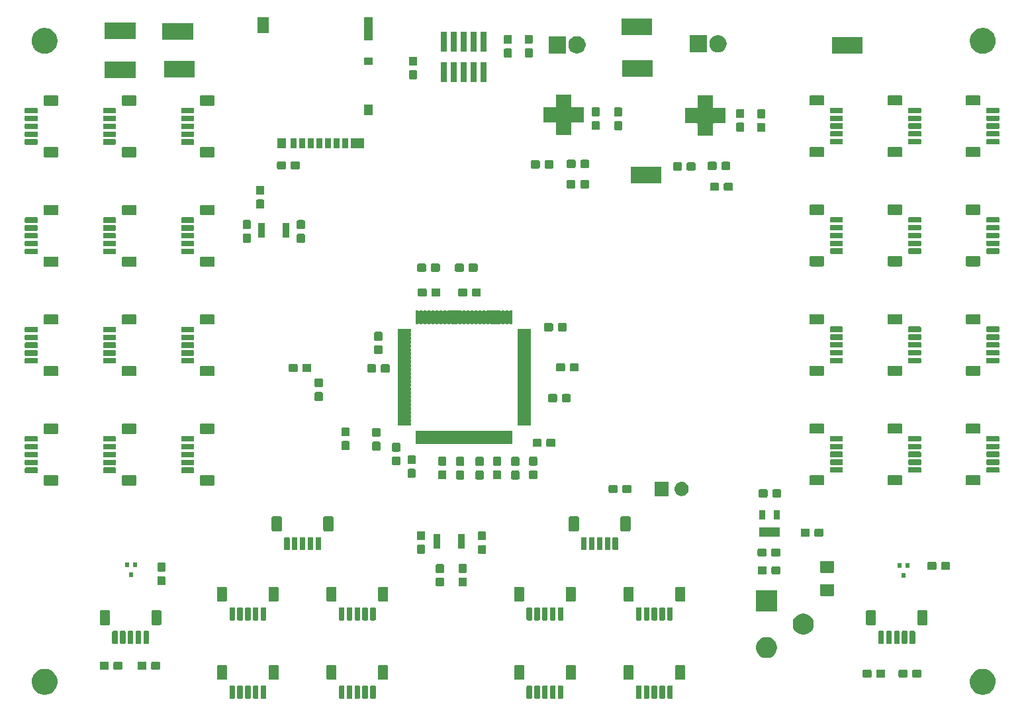
<source format=gts>
G04 #@! TF.GenerationSoftware,KiCad,Pcbnew,(5.1.0)-1*
G04 #@! TF.CreationDate,2021-02-04T11:50:56-05:00*
G04 #@! TF.ProjectId,SpaceCenter_MainBoard_KiCAD,53706163-6543-4656-9e74-65725f4d6169,rev?*
G04 #@! TF.SameCoordinates,Original*
G04 #@! TF.FileFunction,Soldermask,Top*
G04 #@! TF.FilePolarity,Negative*
%FSLAX46Y46*%
G04 Gerber Fmt 4.6, Leading zero omitted, Abs format (unit mm)*
G04 Created by KiCad (PCBNEW (5.1.0)-1) date 2021-02-04 11:50:56*
%MOMM*%
%LPD*%
G04 APERTURE LIST*
%ADD10C,0.100000*%
G04 APERTURE END LIST*
D10*
G36*
X193259928Y-125501764D02*
G01*
X193281009Y-125508160D01*
X193300445Y-125518548D01*
X193317476Y-125532524D01*
X193331452Y-125549555D01*
X193341840Y-125568991D01*
X193348236Y-125590072D01*
X193351000Y-125618140D01*
X193351000Y-127031860D01*
X193348236Y-127059928D01*
X193341840Y-127081009D01*
X193331452Y-127100445D01*
X193317476Y-127117476D01*
X193300445Y-127131452D01*
X193281009Y-127141840D01*
X193259928Y-127148236D01*
X193231860Y-127151000D01*
X192768140Y-127151000D01*
X192740072Y-127148236D01*
X192718991Y-127141840D01*
X192699555Y-127131452D01*
X192682524Y-127117476D01*
X192668548Y-127100445D01*
X192658160Y-127081009D01*
X192651764Y-127059928D01*
X192649000Y-127031860D01*
X192649000Y-125618140D01*
X192651764Y-125590072D01*
X192658160Y-125568991D01*
X192668548Y-125549555D01*
X192682524Y-125532524D01*
X192699555Y-125518548D01*
X192718991Y-125508160D01*
X192740072Y-125501764D01*
X192768140Y-125499000D01*
X193231860Y-125499000D01*
X193259928Y-125501764D01*
X193259928Y-125501764D01*
G37*
G36*
X157259928Y-125501764D02*
G01*
X157281009Y-125508160D01*
X157300445Y-125518548D01*
X157317476Y-125532524D01*
X157331452Y-125549555D01*
X157341840Y-125568991D01*
X157348236Y-125590072D01*
X157351000Y-125618140D01*
X157351000Y-127031860D01*
X157348236Y-127059928D01*
X157341840Y-127081009D01*
X157331452Y-127100445D01*
X157317476Y-127117476D01*
X157300445Y-127131452D01*
X157281009Y-127141840D01*
X157259928Y-127148236D01*
X157231860Y-127151000D01*
X156768140Y-127151000D01*
X156740072Y-127148236D01*
X156718991Y-127141840D01*
X156699555Y-127131452D01*
X156682524Y-127117476D01*
X156668548Y-127100445D01*
X156658160Y-127081009D01*
X156651764Y-127059928D01*
X156649000Y-127031860D01*
X156649000Y-125618140D01*
X156651764Y-125590072D01*
X156658160Y-125568991D01*
X156668548Y-125549555D01*
X156682524Y-125532524D01*
X156699555Y-125518548D01*
X156718991Y-125508160D01*
X156740072Y-125501764D01*
X156768140Y-125499000D01*
X157231860Y-125499000D01*
X157259928Y-125501764D01*
X157259928Y-125501764D01*
G37*
G36*
X144259928Y-125501764D02*
G01*
X144281009Y-125508160D01*
X144300445Y-125518548D01*
X144317476Y-125532524D01*
X144331452Y-125549555D01*
X144341840Y-125568991D01*
X144348236Y-125590072D01*
X144351000Y-125618140D01*
X144351000Y-127031860D01*
X144348236Y-127059928D01*
X144341840Y-127081009D01*
X144331452Y-127100445D01*
X144317476Y-127117476D01*
X144300445Y-127131452D01*
X144281009Y-127141840D01*
X144259928Y-127148236D01*
X144231860Y-127151000D01*
X143768140Y-127151000D01*
X143740072Y-127148236D01*
X143718991Y-127141840D01*
X143699555Y-127131452D01*
X143682524Y-127117476D01*
X143668548Y-127100445D01*
X143658160Y-127081009D01*
X143651764Y-127059928D01*
X143649000Y-127031860D01*
X143649000Y-125618140D01*
X143651764Y-125590072D01*
X143658160Y-125568991D01*
X143668548Y-125549555D01*
X143682524Y-125532524D01*
X143699555Y-125518548D01*
X143718991Y-125508160D01*
X143740072Y-125501764D01*
X143768140Y-125499000D01*
X144231860Y-125499000D01*
X144259928Y-125501764D01*
X144259928Y-125501764D01*
G37*
G36*
X143259928Y-125501764D02*
G01*
X143281009Y-125508160D01*
X143300445Y-125518548D01*
X143317476Y-125532524D01*
X143331452Y-125549555D01*
X143341840Y-125568991D01*
X143348236Y-125590072D01*
X143351000Y-125618140D01*
X143351000Y-127031860D01*
X143348236Y-127059928D01*
X143341840Y-127081009D01*
X143331452Y-127100445D01*
X143317476Y-127117476D01*
X143300445Y-127131452D01*
X143281009Y-127141840D01*
X143259928Y-127148236D01*
X143231860Y-127151000D01*
X142768140Y-127151000D01*
X142740072Y-127148236D01*
X142718991Y-127141840D01*
X142699555Y-127131452D01*
X142682524Y-127117476D01*
X142668548Y-127100445D01*
X142658160Y-127081009D01*
X142651764Y-127059928D01*
X142649000Y-127031860D01*
X142649000Y-125618140D01*
X142651764Y-125590072D01*
X142658160Y-125568991D01*
X142668548Y-125549555D01*
X142682524Y-125532524D01*
X142699555Y-125518548D01*
X142718991Y-125508160D01*
X142740072Y-125501764D01*
X142768140Y-125499000D01*
X143231860Y-125499000D01*
X143259928Y-125501764D01*
X143259928Y-125501764D01*
G37*
G36*
X142259928Y-125501764D02*
G01*
X142281009Y-125508160D01*
X142300445Y-125518548D01*
X142317476Y-125532524D01*
X142331452Y-125549555D01*
X142341840Y-125568991D01*
X142348236Y-125590072D01*
X142351000Y-125618140D01*
X142351000Y-127031860D01*
X142348236Y-127059928D01*
X142341840Y-127081009D01*
X142331452Y-127100445D01*
X142317476Y-127117476D01*
X142300445Y-127131452D01*
X142281009Y-127141840D01*
X142259928Y-127148236D01*
X142231860Y-127151000D01*
X141768140Y-127151000D01*
X141740072Y-127148236D01*
X141718991Y-127141840D01*
X141699555Y-127131452D01*
X141682524Y-127117476D01*
X141668548Y-127100445D01*
X141658160Y-127081009D01*
X141651764Y-127059928D01*
X141649000Y-127031860D01*
X141649000Y-125618140D01*
X141651764Y-125590072D01*
X141658160Y-125568991D01*
X141668548Y-125549555D01*
X141682524Y-125532524D01*
X141699555Y-125518548D01*
X141718991Y-125508160D01*
X141740072Y-125501764D01*
X141768140Y-125499000D01*
X142231860Y-125499000D01*
X142259928Y-125501764D01*
X142259928Y-125501764D01*
G37*
G36*
X141259928Y-125501764D02*
G01*
X141281009Y-125508160D01*
X141300445Y-125518548D01*
X141317476Y-125532524D01*
X141331452Y-125549555D01*
X141341840Y-125568991D01*
X141348236Y-125590072D01*
X141351000Y-125618140D01*
X141351000Y-127031860D01*
X141348236Y-127059928D01*
X141341840Y-127081009D01*
X141331452Y-127100445D01*
X141317476Y-127117476D01*
X141300445Y-127131452D01*
X141281009Y-127141840D01*
X141259928Y-127148236D01*
X141231860Y-127151000D01*
X140768140Y-127151000D01*
X140740072Y-127148236D01*
X140718991Y-127141840D01*
X140699555Y-127131452D01*
X140682524Y-127117476D01*
X140668548Y-127100445D01*
X140658160Y-127081009D01*
X140651764Y-127059928D01*
X140649000Y-127031860D01*
X140649000Y-125618140D01*
X140651764Y-125590072D01*
X140658160Y-125568991D01*
X140668548Y-125549555D01*
X140682524Y-125532524D01*
X140699555Y-125518548D01*
X140718991Y-125508160D01*
X140740072Y-125501764D01*
X140768140Y-125499000D01*
X141231860Y-125499000D01*
X141259928Y-125501764D01*
X141259928Y-125501764D01*
G37*
G36*
X140259928Y-125501764D02*
G01*
X140281009Y-125508160D01*
X140300445Y-125518548D01*
X140317476Y-125532524D01*
X140331452Y-125549555D01*
X140341840Y-125568991D01*
X140348236Y-125590072D01*
X140351000Y-125618140D01*
X140351000Y-127031860D01*
X140348236Y-127059928D01*
X140341840Y-127081009D01*
X140331452Y-127100445D01*
X140317476Y-127117476D01*
X140300445Y-127131452D01*
X140281009Y-127141840D01*
X140259928Y-127148236D01*
X140231860Y-127151000D01*
X139768140Y-127151000D01*
X139740072Y-127148236D01*
X139718991Y-127141840D01*
X139699555Y-127131452D01*
X139682524Y-127117476D01*
X139668548Y-127100445D01*
X139658160Y-127081009D01*
X139651764Y-127059928D01*
X139649000Y-127031860D01*
X139649000Y-125618140D01*
X139651764Y-125590072D01*
X139658160Y-125568991D01*
X139668548Y-125549555D01*
X139682524Y-125532524D01*
X139699555Y-125518548D01*
X139718991Y-125508160D01*
X139740072Y-125501764D01*
X139768140Y-125499000D01*
X140231860Y-125499000D01*
X140259928Y-125501764D01*
X140259928Y-125501764D01*
G37*
G36*
X154259928Y-125501764D02*
G01*
X154281009Y-125508160D01*
X154300445Y-125518548D01*
X154317476Y-125532524D01*
X154331452Y-125549555D01*
X154341840Y-125568991D01*
X154348236Y-125590072D01*
X154351000Y-125618140D01*
X154351000Y-127031860D01*
X154348236Y-127059928D01*
X154341840Y-127081009D01*
X154331452Y-127100445D01*
X154317476Y-127117476D01*
X154300445Y-127131452D01*
X154281009Y-127141840D01*
X154259928Y-127148236D01*
X154231860Y-127151000D01*
X153768140Y-127151000D01*
X153740072Y-127148236D01*
X153718991Y-127141840D01*
X153699555Y-127131452D01*
X153682524Y-127117476D01*
X153668548Y-127100445D01*
X153658160Y-127081009D01*
X153651764Y-127059928D01*
X153649000Y-127031860D01*
X153649000Y-125618140D01*
X153651764Y-125590072D01*
X153658160Y-125568991D01*
X153668548Y-125549555D01*
X153682524Y-125532524D01*
X153699555Y-125518548D01*
X153718991Y-125508160D01*
X153740072Y-125501764D01*
X153768140Y-125499000D01*
X154231860Y-125499000D01*
X154259928Y-125501764D01*
X154259928Y-125501764D01*
G37*
G36*
X155259928Y-125501764D02*
G01*
X155281009Y-125508160D01*
X155300445Y-125518548D01*
X155317476Y-125532524D01*
X155331452Y-125549555D01*
X155341840Y-125568991D01*
X155348236Y-125590072D01*
X155351000Y-125618140D01*
X155351000Y-127031860D01*
X155348236Y-127059928D01*
X155341840Y-127081009D01*
X155331452Y-127100445D01*
X155317476Y-127117476D01*
X155300445Y-127131452D01*
X155281009Y-127141840D01*
X155259928Y-127148236D01*
X155231860Y-127151000D01*
X154768140Y-127151000D01*
X154740072Y-127148236D01*
X154718991Y-127141840D01*
X154699555Y-127131452D01*
X154682524Y-127117476D01*
X154668548Y-127100445D01*
X154658160Y-127081009D01*
X154651764Y-127059928D01*
X154649000Y-127031860D01*
X154649000Y-125618140D01*
X154651764Y-125590072D01*
X154658160Y-125568991D01*
X154668548Y-125549555D01*
X154682524Y-125532524D01*
X154699555Y-125518548D01*
X154718991Y-125508160D01*
X154740072Y-125501764D01*
X154768140Y-125499000D01*
X155231860Y-125499000D01*
X155259928Y-125501764D01*
X155259928Y-125501764D01*
G37*
G36*
X156259928Y-125501764D02*
G01*
X156281009Y-125508160D01*
X156300445Y-125518548D01*
X156317476Y-125532524D01*
X156331452Y-125549555D01*
X156341840Y-125568991D01*
X156348236Y-125590072D01*
X156351000Y-125618140D01*
X156351000Y-127031860D01*
X156348236Y-127059928D01*
X156341840Y-127081009D01*
X156331452Y-127100445D01*
X156317476Y-127117476D01*
X156300445Y-127131452D01*
X156281009Y-127141840D01*
X156259928Y-127148236D01*
X156231860Y-127151000D01*
X155768140Y-127151000D01*
X155740072Y-127148236D01*
X155718991Y-127141840D01*
X155699555Y-127131452D01*
X155682524Y-127117476D01*
X155668548Y-127100445D01*
X155658160Y-127081009D01*
X155651764Y-127059928D01*
X155649000Y-127031860D01*
X155649000Y-125618140D01*
X155651764Y-125590072D01*
X155658160Y-125568991D01*
X155668548Y-125549555D01*
X155682524Y-125532524D01*
X155699555Y-125518548D01*
X155718991Y-125508160D01*
X155740072Y-125501764D01*
X155768140Y-125499000D01*
X156231860Y-125499000D01*
X156259928Y-125501764D01*
X156259928Y-125501764D01*
G37*
G36*
X192259928Y-125501764D02*
G01*
X192281009Y-125508160D01*
X192300445Y-125518548D01*
X192317476Y-125532524D01*
X192331452Y-125549555D01*
X192341840Y-125568991D01*
X192348236Y-125590072D01*
X192351000Y-125618140D01*
X192351000Y-127031860D01*
X192348236Y-127059928D01*
X192341840Y-127081009D01*
X192331452Y-127100445D01*
X192317476Y-127117476D01*
X192300445Y-127131452D01*
X192281009Y-127141840D01*
X192259928Y-127148236D01*
X192231860Y-127151000D01*
X191768140Y-127151000D01*
X191740072Y-127148236D01*
X191718991Y-127141840D01*
X191699555Y-127131452D01*
X191682524Y-127117476D01*
X191668548Y-127100445D01*
X191658160Y-127081009D01*
X191651764Y-127059928D01*
X191649000Y-127031860D01*
X191649000Y-125618140D01*
X191651764Y-125590072D01*
X191658160Y-125568991D01*
X191668548Y-125549555D01*
X191682524Y-125532524D01*
X191699555Y-125518548D01*
X191718991Y-125508160D01*
X191740072Y-125501764D01*
X191768140Y-125499000D01*
X192231860Y-125499000D01*
X192259928Y-125501764D01*
X192259928Y-125501764D01*
G37*
G36*
X178259928Y-125501764D02*
G01*
X178281009Y-125508160D01*
X178300445Y-125518548D01*
X178317476Y-125532524D01*
X178331452Y-125549555D01*
X178341840Y-125568991D01*
X178348236Y-125590072D01*
X178351000Y-125618140D01*
X178351000Y-127031860D01*
X178348236Y-127059928D01*
X178341840Y-127081009D01*
X178331452Y-127100445D01*
X178317476Y-127117476D01*
X178300445Y-127131452D01*
X178281009Y-127141840D01*
X178259928Y-127148236D01*
X178231860Y-127151000D01*
X177768140Y-127151000D01*
X177740072Y-127148236D01*
X177718991Y-127141840D01*
X177699555Y-127131452D01*
X177682524Y-127117476D01*
X177668548Y-127100445D01*
X177658160Y-127081009D01*
X177651764Y-127059928D01*
X177649000Y-127031860D01*
X177649000Y-125618140D01*
X177651764Y-125590072D01*
X177658160Y-125568991D01*
X177668548Y-125549555D01*
X177682524Y-125532524D01*
X177699555Y-125518548D01*
X177718991Y-125508160D01*
X177740072Y-125501764D01*
X177768140Y-125499000D01*
X178231860Y-125499000D01*
X178259928Y-125501764D01*
X178259928Y-125501764D01*
G37*
G36*
X158259928Y-125501764D02*
G01*
X158281009Y-125508160D01*
X158300445Y-125518548D01*
X158317476Y-125532524D01*
X158331452Y-125549555D01*
X158341840Y-125568991D01*
X158348236Y-125590072D01*
X158351000Y-125618140D01*
X158351000Y-127031860D01*
X158348236Y-127059928D01*
X158341840Y-127081009D01*
X158331452Y-127100445D01*
X158317476Y-127117476D01*
X158300445Y-127131452D01*
X158281009Y-127141840D01*
X158259928Y-127148236D01*
X158231860Y-127151000D01*
X157768140Y-127151000D01*
X157740072Y-127148236D01*
X157718991Y-127141840D01*
X157699555Y-127131452D01*
X157682524Y-127117476D01*
X157668548Y-127100445D01*
X157658160Y-127081009D01*
X157651764Y-127059928D01*
X157649000Y-127031860D01*
X157649000Y-125618140D01*
X157651764Y-125590072D01*
X157658160Y-125568991D01*
X157668548Y-125549555D01*
X157682524Y-125532524D01*
X157699555Y-125518548D01*
X157718991Y-125508160D01*
X157740072Y-125501764D01*
X157768140Y-125499000D01*
X158231860Y-125499000D01*
X158259928Y-125501764D01*
X158259928Y-125501764D01*
G37*
G36*
X194259928Y-125501764D02*
G01*
X194281009Y-125508160D01*
X194300445Y-125518548D01*
X194317476Y-125532524D01*
X194331452Y-125549555D01*
X194341840Y-125568991D01*
X194348236Y-125590072D01*
X194351000Y-125618140D01*
X194351000Y-127031860D01*
X194348236Y-127059928D01*
X194341840Y-127081009D01*
X194331452Y-127100445D01*
X194317476Y-127117476D01*
X194300445Y-127131452D01*
X194281009Y-127141840D01*
X194259928Y-127148236D01*
X194231860Y-127151000D01*
X193768140Y-127151000D01*
X193740072Y-127148236D01*
X193718991Y-127141840D01*
X193699555Y-127131452D01*
X193682524Y-127117476D01*
X193668548Y-127100445D01*
X193658160Y-127081009D01*
X193651764Y-127059928D01*
X193649000Y-127031860D01*
X193649000Y-125618140D01*
X193651764Y-125590072D01*
X193658160Y-125568991D01*
X193668548Y-125549555D01*
X193682524Y-125532524D01*
X193699555Y-125518548D01*
X193718991Y-125508160D01*
X193740072Y-125501764D01*
X193768140Y-125499000D01*
X194231860Y-125499000D01*
X194259928Y-125501764D01*
X194259928Y-125501764D01*
G37*
G36*
X195259928Y-125501764D02*
G01*
X195281009Y-125508160D01*
X195300445Y-125518548D01*
X195317476Y-125532524D01*
X195331452Y-125549555D01*
X195341840Y-125568991D01*
X195348236Y-125590072D01*
X195351000Y-125618140D01*
X195351000Y-127031860D01*
X195348236Y-127059928D01*
X195341840Y-127081009D01*
X195331452Y-127100445D01*
X195317476Y-127117476D01*
X195300445Y-127131452D01*
X195281009Y-127141840D01*
X195259928Y-127148236D01*
X195231860Y-127151000D01*
X194768140Y-127151000D01*
X194740072Y-127148236D01*
X194718991Y-127141840D01*
X194699555Y-127131452D01*
X194682524Y-127117476D01*
X194668548Y-127100445D01*
X194658160Y-127081009D01*
X194651764Y-127059928D01*
X194649000Y-127031860D01*
X194649000Y-125618140D01*
X194651764Y-125590072D01*
X194658160Y-125568991D01*
X194668548Y-125549555D01*
X194682524Y-125532524D01*
X194699555Y-125518548D01*
X194718991Y-125508160D01*
X194740072Y-125501764D01*
X194768140Y-125499000D01*
X195231860Y-125499000D01*
X195259928Y-125501764D01*
X195259928Y-125501764D01*
G37*
G36*
X196259928Y-125501764D02*
G01*
X196281009Y-125508160D01*
X196300445Y-125518548D01*
X196317476Y-125532524D01*
X196331452Y-125549555D01*
X196341840Y-125568991D01*
X196348236Y-125590072D01*
X196351000Y-125618140D01*
X196351000Y-127031860D01*
X196348236Y-127059928D01*
X196341840Y-127081009D01*
X196331452Y-127100445D01*
X196317476Y-127117476D01*
X196300445Y-127131452D01*
X196281009Y-127141840D01*
X196259928Y-127148236D01*
X196231860Y-127151000D01*
X195768140Y-127151000D01*
X195740072Y-127148236D01*
X195718991Y-127141840D01*
X195699555Y-127131452D01*
X195682524Y-127117476D01*
X195668548Y-127100445D01*
X195658160Y-127081009D01*
X195651764Y-127059928D01*
X195649000Y-127031860D01*
X195649000Y-125618140D01*
X195651764Y-125590072D01*
X195658160Y-125568991D01*
X195668548Y-125549555D01*
X195682524Y-125532524D01*
X195699555Y-125518548D01*
X195718991Y-125508160D01*
X195740072Y-125501764D01*
X195768140Y-125499000D01*
X196231860Y-125499000D01*
X196259928Y-125501764D01*
X196259928Y-125501764D01*
G37*
G36*
X181259928Y-125501764D02*
G01*
X181281009Y-125508160D01*
X181300445Y-125518548D01*
X181317476Y-125532524D01*
X181331452Y-125549555D01*
X181341840Y-125568991D01*
X181348236Y-125590072D01*
X181351000Y-125618140D01*
X181351000Y-127031860D01*
X181348236Y-127059928D01*
X181341840Y-127081009D01*
X181331452Y-127100445D01*
X181317476Y-127117476D01*
X181300445Y-127131452D01*
X181281009Y-127141840D01*
X181259928Y-127148236D01*
X181231860Y-127151000D01*
X180768140Y-127151000D01*
X180740072Y-127148236D01*
X180718991Y-127141840D01*
X180699555Y-127131452D01*
X180682524Y-127117476D01*
X180668548Y-127100445D01*
X180658160Y-127081009D01*
X180651764Y-127059928D01*
X180649000Y-127031860D01*
X180649000Y-125618140D01*
X180651764Y-125590072D01*
X180658160Y-125568991D01*
X180668548Y-125549555D01*
X180682524Y-125532524D01*
X180699555Y-125518548D01*
X180718991Y-125508160D01*
X180740072Y-125501764D01*
X180768140Y-125499000D01*
X181231860Y-125499000D01*
X181259928Y-125501764D01*
X181259928Y-125501764D01*
G37*
G36*
X180259928Y-125501764D02*
G01*
X180281009Y-125508160D01*
X180300445Y-125518548D01*
X180317476Y-125532524D01*
X180331452Y-125549555D01*
X180341840Y-125568991D01*
X180348236Y-125590072D01*
X180351000Y-125618140D01*
X180351000Y-127031860D01*
X180348236Y-127059928D01*
X180341840Y-127081009D01*
X180331452Y-127100445D01*
X180317476Y-127117476D01*
X180300445Y-127131452D01*
X180281009Y-127141840D01*
X180259928Y-127148236D01*
X180231860Y-127151000D01*
X179768140Y-127151000D01*
X179740072Y-127148236D01*
X179718991Y-127141840D01*
X179699555Y-127131452D01*
X179682524Y-127117476D01*
X179668548Y-127100445D01*
X179658160Y-127081009D01*
X179651764Y-127059928D01*
X179649000Y-127031860D01*
X179649000Y-125618140D01*
X179651764Y-125590072D01*
X179658160Y-125568991D01*
X179668548Y-125549555D01*
X179682524Y-125532524D01*
X179699555Y-125518548D01*
X179718991Y-125508160D01*
X179740072Y-125501764D01*
X179768140Y-125499000D01*
X180231860Y-125499000D01*
X180259928Y-125501764D01*
X180259928Y-125501764D01*
G37*
G36*
X179259928Y-125501764D02*
G01*
X179281009Y-125508160D01*
X179300445Y-125518548D01*
X179317476Y-125532524D01*
X179331452Y-125549555D01*
X179341840Y-125568991D01*
X179348236Y-125590072D01*
X179351000Y-125618140D01*
X179351000Y-127031860D01*
X179348236Y-127059928D01*
X179341840Y-127081009D01*
X179331452Y-127100445D01*
X179317476Y-127117476D01*
X179300445Y-127131452D01*
X179281009Y-127141840D01*
X179259928Y-127148236D01*
X179231860Y-127151000D01*
X178768140Y-127151000D01*
X178740072Y-127148236D01*
X178718991Y-127141840D01*
X178699555Y-127131452D01*
X178682524Y-127117476D01*
X178668548Y-127100445D01*
X178658160Y-127081009D01*
X178651764Y-127059928D01*
X178649000Y-127031860D01*
X178649000Y-125618140D01*
X178651764Y-125590072D01*
X178658160Y-125568991D01*
X178668548Y-125549555D01*
X178682524Y-125532524D01*
X178699555Y-125518548D01*
X178718991Y-125508160D01*
X178740072Y-125501764D01*
X178768140Y-125499000D01*
X179231860Y-125499000D01*
X179259928Y-125501764D01*
X179259928Y-125501764D01*
G37*
G36*
X182259928Y-125501764D02*
G01*
X182281009Y-125508160D01*
X182300445Y-125518548D01*
X182317476Y-125532524D01*
X182331452Y-125549555D01*
X182341840Y-125568991D01*
X182348236Y-125590072D01*
X182351000Y-125618140D01*
X182351000Y-127031860D01*
X182348236Y-127059928D01*
X182341840Y-127081009D01*
X182331452Y-127100445D01*
X182317476Y-127117476D01*
X182300445Y-127131452D01*
X182281009Y-127141840D01*
X182259928Y-127148236D01*
X182231860Y-127151000D01*
X181768140Y-127151000D01*
X181740072Y-127148236D01*
X181718991Y-127141840D01*
X181699555Y-127131452D01*
X181682524Y-127117476D01*
X181668548Y-127100445D01*
X181658160Y-127081009D01*
X181651764Y-127059928D01*
X181649000Y-127031860D01*
X181649000Y-125618140D01*
X181651764Y-125590072D01*
X181658160Y-125568991D01*
X181668548Y-125549555D01*
X181682524Y-125532524D01*
X181699555Y-125518548D01*
X181718991Y-125508160D01*
X181740072Y-125501764D01*
X181768140Y-125499000D01*
X182231860Y-125499000D01*
X182259928Y-125501764D01*
X182259928Y-125501764D01*
G37*
G36*
X236343438Y-123384969D02*
G01*
X236481579Y-123412447D01*
X236782042Y-123536903D01*
X237052451Y-123717585D01*
X237282415Y-123947549D01*
X237463097Y-124217958D01*
X237587553Y-124518421D01*
X237602038Y-124591242D01*
X237630702Y-124735343D01*
X237651000Y-124837391D01*
X237651000Y-125162609D01*
X237587553Y-125481579D01*
X237463097Y-125782042D01*
X237282415Y-126052451D01*
X237052451Y-126282415D01*
X236782042Y-126463097D01*
X236481579Y-126587553D01*
X236375256Y-126608702D01*
X236162611Y-126651000D01*
X235837389Y-126651000D01*
X235624744Y-126608702D01*
X235518421Y-126587553D01*
X235217958Y-126463097D01*
X234947549Y-126282415D01*
X234717585Y-126052451D01*
X234536903Y-125782042D01*
X234412447Y-125481579D01*
X234349000Y-125162609D01*
X234349000Y-124837391D01*
X234369299Y-124735343D01*
X234397962Y-124591242D01*
X234412447Y-124518421D01*
X234536903Y-124217958D01*
X234717585Y-123947549D01*
X234947549Y-123717585D01*
X235217958Y-123536903D01*
X235518421Y-123412447D01*
X235656562Y-123384969D01*
X235837389Y-123349000D01*
X236162611Y-123349000D01*
X236343438Y-123384969D01*
X236343438Y-123384969D01*
G37*
G36*
X116343438Y-123384969D02*
G01*
X116481579Y-123412447D01*
X116782042Y-123536903D01*
X117052451Y-123717585D01*
X117282415Y-123947549D01*
X117463097Y-124217958D01*
X117587553Y-124518421D01*
X117602038Y-124591242D01*
X117630702Y-124735343D01*
X117651000Y-124837391D01*
X117651000Y-125162609D01*
X117587553Y-125481579D01*
X117463097Y-125782042D01*
X117282415Y-126052451D01*
X117052451Y-126282415D01*
X116782042Y-126463097D01*
X116481579Y-126587553D01*
X116375256Y-126608702D01*
X116162611Y-126651000D01*
X115837389Y-126651000D01*
X115624744Y-126608702D01*
X115518421Y-126587553D01*
X115217958Y-126463097D01*
X114947549Y-126282415D01*
X114717585Y-126052451D01*
X114536903Y-125782042D01*
X114412447Y-125481579D01*
X114349000Y-125162609D01*
X114349000Y-124837391D01*
X114369299Y-124735343D01*
X114397962Y-124591242D01*
X114412447Y-124518421D01*
X114536903Y-124217958D01*
X114717585Y-123947549D01*
X114947549Y-123717585D01*
X115217958Y-123536903D01*
X115518421Y-123412447D01*
X115656562Y-123384969D01*
X115837389Y-123349000D01*
X116162611Y-123349000D01*
X116343438Y-123384969D01*
X116343438Y-123384969D01*
G37*
G36*
X183791242Y-122853404D02*
G01*
X183828337Y-122864657D01*
X183862515Y-122882925D01*
X183892481Y-122907519D01*
X183917075Y-122937485D01*
X183935343Y-122971663D01*
X183946596Y-123008758D01*
X183951000Y-123053474D01*
X183951000Y-124546526D01*
X183946596Y-124591242D01*
X183935343Y-124628337D01*
X183917075Y-124662515D01*
X183892481Y-124692481D01*
X183862515Y-124717075D01*
X183828337Y-124735343D01*
X183791242Y-124746596D01*
X183746526Y-124751000D01*
X182853474Y-124751000D01*
X182808758Y-124746596D01*
X182771663Y-124735343D01*
X182737485Y-124717075D01*
X182707519Y-124692481D01*
X182682925Y-124662515D01*
X182664657Y-124628337D01*
X182653404Y-124591242D01*
X182649000Y-124546526D01*
X182649000Y-123053474D01*
X182653404Y-123008758D01*
X182664657Y-122971663D01*
X182682925Y-122937485D01*
X182707519Y-122907519D01*
X182737485Y-122882925D01*
X182771663Y-122864657D01*
X182808758Y-122853404D01*
X182853474Y-122849000D01*
X183746526Y-122849000D01*
X183791242Y-122853404D01*
X183791242Y-122853404D01*
G37*
G36*
X159791242Y-122853404D02*
G01*
X159828337Y-122864657D01*
X159862515Y-122882925D01*
X159892481Y-122907519D01*
X159917075Y-122937485D01*
X159935343Y-122971663D01*
X159946596Y-123008758D01*
X159951000Y-123053474D01*
X159951000Y-124546526D01*
X159946596Y-124591242D01*
X159935343Y-124628337D01*
X159917075Y-124662515D01*
X159892481Y-124692481D01*
X159862515Y-124717075D01*
X159828337Y-124735343D01*
X159791242Y-124746596D01*
X159746526Y-124751000D01*
X158853474Y-124751000D01*
X158808758Y-124746596D01*
X158771663Y-124735343D01*
X158737485Y-124717075D01*
X158707519Y-124692481D01*
X158682925Y-124662515D01*
X158664657Y-124628337D01*
X158653404Y-124591242D01*
X158649000Y-124546526D01*
X158649000Y-123053474D01*
X158653404Y-123008758D01*
X158664657Y-122971663D01*
X158682925Y-122937485D01*
X158707519Y-122907519D01*
X158737485Y-122882925D01*
X158771663Y-122864657D01*
X158808758Y-122853404D01*
X158853474Y-122849000D01*
X159746526Y-122849000D01*
X159791242Y-122853404D01*
X159791242Y-122853404D01*
G37*
G36*
X153191242Y-122853404D02*
G01*
X153228337Y-122864657D01*
X153262515Y-122882925D01*
X153292481Y-122907519D01*
X153317075Y-122937485D01*
X153335343Y-122971663D01*
X153346596Y-123008758D01*
X153351000Y-123053474D01*
X153351000Y-124546526D01*
X153346596Y-124591242D01*
X153335343Y-124628337D01*
X153317075Y-124662515D01*
X153292481Y-124692481D01*
X153262515Y-124717075D01*
X153228337Y-124735343D01*
X153191242Y-124746596D01*
X153146526Y-124751000D01*
X152253474Y-124751000D01*
X152208758Y-124746596D01*
X152171663Y-124735343D01*
X152137485Y-124717075D01*
X152107519Y-124692481D01*
X152082925Y-124662515D01*
X152064657Y-124628337D01*
X152053404Y-124591242D01*
X152049000Y-124546526D01*
X152049000Y-123053474D01*
X152053404Y-123008758D01*
X152064657Y-122971663D01*
X152082925Y-122937485D01*
X152107519Y-122907519D01*
X152137485Y-122882925D01*
X152171663Y-122864657D01*
X152208758Y-122853404D01*
X152253474Y-122849000D01*
X153146526Y-122849000D01*
X153191242Y-122853404D01*
X153191242Y-122853404D01*
G37*
G36*
X139191242Y-122853404D02*
G01*
X139228337Y-122864657D01*
X139262515Y-122882925D01*
X139292481Y-122907519D01*
X139317075Y-122937485D01*
X139335343Y-122971663D01*
X139346596Y-123008758D01*
X139351000Y-123053474D01*
X139351000Y-124546526D01*
X139346596Y-124591242D01*
X139335343Y-124628337D01*
X139317075Y-124662515D01*
X139292481Y-124692481D01*
X139262515Y-124717075D01*
X139228337Y-124735343D01*
X139191242Y-124746596D01*
X139146526Y-124751000D01*
X138253474Y-124751000D01*
X138208758Y-124746596D01*
X138171663Y-124735343D01*
X138137485Y-124717075D01*
X138107519Y-124692481D01*
X138082925Y-124662515D01*
X138064657Y-124628337D01*
X138053404Y-124591242D01*
X138049000Y-124546526D01*
X138049000Y-123053474D01*
X138053404Y-123008758D01*
X138064657Y-122971663D01*
X138082925Y-122937485D01*
X138107519Y-122907519D01*
X138137485Y-122882925D01*
X138171663Y-122864657D01*
X138208758Y-122853404D01*
X138253474Y-122849000D01*
X139146526Y-122849000D01*
X139191242Y-122853404D01*
X139191242Y-122853404D01*
G37*
G36*
X145791242Y-122853404D02*
G01*
X145828337Y-122864657D01*
X145862515Y-122882925D01*
X145892481Y-122907519D01*
X145917075Y-122937485D01*
X145935343Y-122971663D01*
X145946596Y-123008758D01*
X145951000Y-123053474D01*
X145951000Y-124546526D01*
X145946596Y-124591242D01*
X145935343Y-124628337D01*
X145917075Y-124662515D01*
X145892481Y-124692481D01*
X145862515Y-124717075D01*
X145828337Y-124735343D01*
X145791242Y-124746596D01*
X145746526Y-124751000D01*
X144853474Y-124751000D01*
X144808758Y-124746596D01*
X144771663Y-124735343D01*
X144737485Y-124717075D01*
X144707519Y-124692481D01*
X144682925Y-124662515D01*
X144664657Y-124628337D01*
X144653404Y-124591242D01*
X144649000Y-124546526D01*
X144649000Y-123053474D01*
X144653404Y-123008758D01*
X144664657Y-122971663D01*
X144682925Y-122937485D01*
X144707519Y-122907519D01*
X144737485Y-122882925D01*
X144771663Y-122864657D01*
X144808758Y-122853404D01*
X144853474Y-122849000D01*
X145746526Y-122849000D01*
X145791242Y-122853404D01*
X145791242Y-122853404D01*
G37*
G36*
X177191242Y-122853404D02*
G01*
X177228337Y-122864657D01*
X177262515Y-122882925D01*
X177292481Y-122907519D01*
X177317075Y-122937485D01*
X177335343Y-122971663D01*
X177346596Y-123008758D01*
X177351000Y-123053474D01*
X177351000Y-124546526D01*
X177346596Y-124591242D01*
X177335343Y-124628337D01*
X177317075Y-124662515D01*
X177292481Y-124692481D01*
X177262515Y-124717075D01*
X177228337Y-124735343D01*
X177191242Y-124746596D01*
X177146526Y-124751000D01*
X176253474Y-124751000D01*
X176208758Y-124746596D01*
X176171663Y-124735343D01*
X176137485Y-124717075D01*
X176107519Y-124692481D01*
X176082925Y-124662515D01*
X176064657Y-124628337D01*
X176053404Y-124591242D01*
X176049000Y-124546526D01*
X176049000Y-123053474D01*
X176053404Y-123008758D01*
X176064657Y-122971663D01*
X176082925Y-122937485D01*
X176107519Y-122907519D01*
X176137485Y-122882925D01*
X176171663Y-122864657D01*
X176208758Y-122853404D01*
X176253474Y-122849000D01*
X177146526Y-122849000D01*
X177191242Y-122853404D01*
X177191242Y-122853404D01*
G37*
G36*
X197791242Y-122853404D02*
G01*
X197828337Y-122864657D01*
X197862515Y-122882925D01*
X197892481Y-122907519D01*
X197917075Y-122937485D01*
X197935343Y-122971663D01*
X197946596Y-123008758D01*
X197951000Y-123053474D01*
X197951000Y-124546526D01*
X197946596Y-124591242D01*
X197935343Y-124628337D01*
X197917075Y-124662515D01*
X197892481Y-124692481D01*
X197862515Y-124717075D01*
X197828337Y-124735343D01*
X197791242Y-124746596D01*
X197746526Y-124751000D01*
X196853474Y-124751000D01*
X196808758Y-124746596D01*
X196771663Y-124735343D01*
X196737485Y-124717075D01*
X196707519Y-124692481D01*
X196682925Y-124662515D01*
X196664657Y-124628337D01*
X196653404Y-124591242D01*
X196649000Y-124546526D01*
X196649000Y-123053474D01*
X196653404Y-123008758D01*
X196664657Y-122971663D01*
X196682925Y-122937485D01*
X196707519Y-122907519D01*
X196737485Y-122882925D01*
X196771663Y-122864657D01*
X196808758Y-122853404D01*
X196853474Y-122849000D01*
X197746526Y-122849000D01*
X197791242Y-122853404D01*
X197791242Y-122853404D01*
G37*
G36*
X191191242Y-122853404D02*
G01*
X191228337Y-122864657D01*
X191262515Y-122882925D01*
X191292481Y-122907519D01*
X191317075Y-122937485D01*
X191335343Y-122971663D01*
X191346596Y-123008758D01*
X191351000Y-123053474D01*
X191351000Y-124546526D01*
X191346596Y-124591242D01*
X191335343Y-124628337D01*
X191317075Y-124662515D01*
X191292481Y-124692481D01*
X191262515Y-124717075D01*
X191228337Y-124735343D01*
X191191242Y-124746596D01*
X191146526Y-124751000D01*
X190253474Y-124751000D01*
X190208758Y-124746596D01*
X190171663Y-124735343D01*
X190137485Y-124717075D01*
X190107519Y-124692481D01*
X190082925Y-124662515D01*
X190064657Y-124628337D01*
X190053404Y-124591242D01*
X190049000Y-124546526D01*
X190049000Y-123053474D01*
X190053404Y-123008758D01*
X190064657Y-122971663D01*
X190082925Y-122937485D01*
X190107519Y-122907519D01*
X190137485Y-122882925D01*
X190171663Y-122864657D01*
X190208758Y-122853404D01*
X190253474Y-122849000D01*
X191146526Y-122849000D01*
X191191242Y-122853404D01*
X191191242Y-122853404D01*
G37*
G36*
X227970499Y-123430445D02*
G01*
X228007995Y-123441820D01*
X228042554Y-123460292D01*
X228072847Y-123485153D01*
X228097708Y-123515446D01*
X228116180Y-123550005D01*
X228127555Y-123587501D01*
X228132000Y-123632638D01*
X228132000Y-124271362D01*
X228127555Y-124316499D01*
X228116180Y-124353995D01*
X228097708Y-124388554D01*
X228072847Y-124418847D01*
X228042554Y-124443708D01*
X228007995Y-124462180D01*
X227970499Y-124473555D01*
X227925362Y-124478000D01*
X227186638Y-124478000D01*
X227141501Y-124473555D01*
X227104005Y-124462180D01*
X227069446Y-124443708D01*
X227039153Y-124418847D01*
X227014292Y-124388554D01*
X226995820Y-124353995D01*
X226984445Y-124316499D01*
X226980000Y-124271362D01*
X226980000Y-123632638D01*
X226984445Y-123587501D01*
X226995820Y-123550005D01*
X227014292Y-123515446D01*
X227039153Y-123485153D01*
X227069446Y-123460292D01*
X227104005Y-123441820D01*
X227141501Y-123430445D01*
X227186638Y-123426000D01*
X227925362Y-123426000D01*
X227970499Y-123430445D01*
X227970499Y-123430445D01*
G37*
G36*
X221612999Y-123430445D02*
G01*
X221650495Y-123441820D01*
X221685054Y-123460292D01*
X221715347Y-123485153D01*
X221740208Y-123515446D01*
X221758680Y-123550005D01*
X221770055Y-123587501D01*
X221774500Y-123632638D01*
X221774500Y-124271362D01*
X221770055Y-124316499D01*
X221758680Y-124353995D01*
X221740208Y-124388554D01*
X221715347Y-124418847D01*
X221685054Y-124443708D01*
X221650495Y-124462180D01*
X221612999Y-124473555D01*
X221567862Y-124478000D01*
X220829138Y-124478000D01*
X220784001Y-124473555D01*
X220746505Y-124462180D01*
X220711946Y-124443708D01*
X220681653Y-124418847D01*
X220656792Y-124388554D01*
X220638320Y-124353995D01*
X220626945Y-124316499D01*
X220622500Y-124271362D01*
X220622500Y-123632638D01*
X220626945Y-123587501D01*
X220638320Y-123550005D01*
X220656792Y-123515446D01*
X220681653Y-123485153D01*
X220711946Y-123460292D01*
X220746505Y-123441820D01*
X220784001Y-123430445D01*
X220829138Y-123426000D01*
X221567862Y-123426000D01*
X221612999Y-123430445D01*
X221612999Y-123430445D01*
G37*
G36*
X226220499Y-123430445D02*
G01*
X226257995Y-123441820D01*
X226292554Y-123460292D01*
X226322847Y-123485153D01*
X226347708Y-123515446D01*
X226366180Y-123550005D01*
X226377555Y-123587501D01*
X226382000Y-123632638D01*
X226382000Y-124271362D01*
X226377555Y-124316499D01*
X226366180Y-124353995D01*
X226347708Y-124388554D01*
X226322847Y-124418847D01*
X226292554Y-124443708D01*
X226257995Y-124462180D01*
X226220499Y-124473555D01*
X226175362Y-124478000D01*
X225436638Y-124478000D01*
X225391501Y-124473555D01*
X225354005Y-124462180D01*
X225319446Y-124443708D01*
X225289153Y-124418847D01*
X225264292Y-124388554D01*
X225245820Y-124353995D01*
X225234445Y-124316499D01*
X225230000Y-124271362D01*
X225230000Y-123632638D01*
X225234445Y-123587501D01*
X225245820Y-123550005D01*
X225264292Y-123515446D01*
X225289153Y-123485153D01*
X225319446Y-123460292D01*
X225354005Y-123441820D01*
X225391501Y-123430445D01*
X225436638Y-123426000D01*
X226175362Y-123426000D01*
X226220499Y-123430445D01*
X226220499Y-123430445D01*
G37*
G36*
X223362999Y-123430445D02*
G01*
X223400495Y-123441820D01*
X223435054Y-123460292D01*
X223465347Y-123485153D01*
X223490208Y-123515446D01*
X223508680Y-123550005D01*
X223520055Y-123587501D01*
X223524500Y-123632638D01*
X223524500Y-124271362D01*
X223520055Y-124316499D01*
X223508680Y-124353995D01*
X223490208Y-124388554D01*
X223465347Y-124418847D01*
X223435054Y-124443708D01*
X223400495Y-124462180D01*
X223362999Y-124473555D01*
X223317862Y-124478000D01*
X222579138Y-124478000D01*
X222534001Y-124473555D01*
X222496505Y-124462180D01*
X222461946Y-124443708D01*
X222431653Y-124418847D01*
X222406792Y-124388554D01*
X222388320Y-124353995D01*
X222376945Y-124316499D01*
X222372500Y-124271362D01*
X222372500Y-123632638D01*
X222376945Y-123587501D01*
X222388320Y-123550005D01*
X222406792Y-123515446D01*
X222431653Y-123485153D01*
X222461946Y-123460292D01*
X222496505Y-123441820D01*
X222534001Y-123430445D01*
X222579138Y-123426000D01*
X223317862Y-123426000D01*
X223362999Y-123430445D01*
X223362999Y-123430445D01*
G37*
G36*
X124048999Y-122414445D02*
G01*
X124086495Y-122425820D01*
X124121054Y-122444292D01*
X124151347Y-122469153D01*
X124176208Y-122499446D01*
X124194680Y-122534005D01*
X124206055Y-122571501D01*
X124210500Y-122616638D01*
X124210500Y-123255362D01*
X124206055Y-123300499D01*
X124194680Y-123337995D01*
X124176208Y-123372554D01*
X124151347Y-123402847D01*
X124121054Y-123427708D01*
X124086495Y-123446180D01*
X124048999Y-123457555D01*
X124003862Y-123462000D01*
X123265138Y-123462000D01*
X123220001Y-123457555D01*
X123182505Y-123446180D01*
X123147946Y-123427708D01*
X123117653Y-123402847D01*
X123092792Y-123372554D01*
X123074320Y-123337995D01*
X123062945Y-123300499D01*
X123058500Y-123255362D01*
X123058500Y-122616638D01*
X123062945Y-122571501D01*
X123074320Y-122534005D01*
X123092792Y-122499446D01*
X123117653Y-122469153D01*
X123147946Y-122444292D01*
X123182505Y-122425820D01*
X123220001Y-122414445D01*
X123265138Y-122410000D01*
X124003862Y-122410000D01*
X124048999Y-122414445D01*
X124048999Y-122414445D01*
G37*
G36*
X125798999Y-122414445D02*
G01*
X125836495Y-122425820D01*
X125871054Y-122444292D01*
X125901347Y-122469153D01*
X125926208Y-122499446D01*
X125944680Y-122534005D01*
X125956055Y-122571501D01*
X125960500Y-122616638D01*
X125960500Y-123255362D01*
X125956055Y-123300499D01*
X125944680Y-123337995D01*
X125926208Y-123372554D01*
X125901347Y-123402847D01*
X125871054Y-123427708D01*
X125836495Y-123446180D01*
X125798999Y-123457555D01*
X125753862Y-123462000D01*
X125015138Y-123462000D01*
X124970001Y-123457555D01*
X124932505Y-123446180D01*
X124897946Y-123427708D01*
X124867653Y-123402847D01*
X124842792Y-123372554D01*
X124824320Y-123337995D01*
X124812945Y-123300499D01*
X124808500Y-123255362D01*
X124808500Y-122616638D01*
X124812945Y-122571501D01*
X124824320Y-122534005D01*
X124842792Y-122499446D01*
X124867653Y-122469153D01*
X124897946Y-122444292D01*
X124932505Y-122425820D01*
X124970001Y-122414445D01*
X125015138Y-122410000D01*
X125753862Y-122410000D01*
X125798999Y-122414445D01*
X125798999Y-122414445D01*
G37*
G36*
X128874999Y-122414445D02*
G01*
X128912495Y-122425820D01*
X128947054Y-122444292D01*
X128977347Y-122469153D01*
X129002208Y-122499446D01*
X129020680Y-122534005D01*
X129032055Y-122571501D01*
X129036500Y-122616638D01*
X129036500Y-123255362D01*
X129032055Y-123300499D01*
X129020680Y-123337995D01*
X129002208Y-123372554D01*
X128977347Y-123402847D01*
X128947054Y-123427708D01*
X128912495Y-123446180D01*
X128874999Y-123457555D01*
X128829862Y-123462000D01*
X128091138Y-123462000D01*
X128046001Y-123457555D01*
X128008505Y-123446180D01*
X127973946Y-123427708D01*
X127943653Y-123402847D01*
X127918792Y-123372554D01*
X127900320Y-123337995D01*
X127888945Y-123300499D01*
X127884500Y-123255362D01*
X127884500Y-122616638D01*
X127888945Y-122571501D01*
X127900320Y-122534005D01*
X127918792Y-122499446D01*
X127943653Y-122469153D01*
X127973946Y-122444292D01*
X128008505Y-122425820D01*
X128046001Y-122414445D01*
X128091138Y-122410000D01*
X128829862Y-122410000D01*
X128874999Y-122414445D01*
X128874999Y-122414445D01*
G37*
G36*
X130624999Y-122414445D02*
G01*
X130662495Y-122425820D01*
X130697054Y-122444292D01*
X130727347Y-122469153D01*
X130752208Y-122499446D01*
X130770680Y-122534005D01*
X130782055Y-122571501D01*
X130786500Y-122616638D01*
X130786500Y-123255362D01*
X130782055Y-123300499D01*
X130770680Y-123337995D01*
X130752208Y-123372554D01*
X130727347Y-123402847D01*
X130697054Y-123427708D01*
X130662495Y-123446180D01*
X130624999Y-123457555D01*
X130579862Y-123462000D01*
X129841138Y-123462000D01*
X129796001Y-123457555D01*
X129758505Y-123446180D01*
X129723946Y-123427708D01*
X129693653Y-123402847D01*
X129668792Y-123372554D01*
X129650320Y-123337995D01*
X129638945Y-123300499D01*
X129634500Y-123255362D01*
X129634500Y-122616638D01*
X129638945Y-122571501D01*
X129650320Y-122534005D01*
X129668792Y-122499446D01*
X129693653Y-122469153D01*
X129723946Y-122444292D01*
X129758505Y-122425820D01*
X129796001Y-122414445D01*
X129841138Y-122410000D01*
X130579862Y-122410000D01*
X130624999Y-122414445D01*
X130624999Y-122414445D01*
G37*
G36*
X208737572Y-119318418D02*
G01*
X208983439Y-119420259D01*
X209094828Y-119494687D01*
X209204711Y-119568109D01*
X209392891Y-119756289D01*
X209540742Y-119977563D01*
X209642582Y-120223428D01*
X209694500Y-120484438D01*
X209694500Y-120750562D01*
X209642582Y-121011572D01*
X209540741Y-121257439D01*
X209392890Y-121478712D01*
X209204712Y-121666890D01*
X208983439Y-121814741D01*
X208983438Y-121814742D01*
X208983437Y-121814742D01*
X208737572Y-121916582D01*
X208476563Y-121968500D01*
X208210437Y-121968500D01*
X207949428Y-121916582D01*
X207703563Y-121814742D01*
X207703562Y-121814742D01*
X207703561Y-121814741D01*
X207482288Y-121666890D01*
X207294110Y-121478712D01*
X207146259Y-121257439D01*
X207044418Y-121011572D01*
X206992500Y-120750562D01*
X206992500Y-120484438D01*
X207044418Y-120223428D01*
X207146258Y-119977563D01*
X207294109Y-119756289D01*
X207482289Y-119568109D01*
X207592172Y-119494687D01*
X207703561Y-119420259D01*
X207949428Y-119318418D01*
X208210437Y-119266500D01*
X208476563Y-119266500D01*
X208737572Y-119318418D01*
X208737572Y-119318418D01*
G37*
G36*
X225259928Y-118501764D02*
G01*
X225281009Y-118508160D01*
X225300445Y-118518548D01*
X225317476Y-118532524D01*
X225331452Y-118549555D01*
X225341840Y-118568991D01*
X225348236Y-118590072D01*
X225351000Y-118618140D01*
X225351000Y-120031860D01*
X225348236Y-120059928D01*
X225341840Y-120081009D01*
X225331452Y-120100445D01*
X225317476Y-120117476D01*
X225300445Y-120131452D01*
X225281009Y-120141840D01*
X225259928Y-120148236D01*
X225231860Y-120151000D01*
X224768140Y-120151000D01*
X224740072Y-120148236D01*
X224718991Y-120141840D01*
X224699555Y-120131452D01*
X224682524Y-120117476D01*
X224668548Y-120100445D01*
X224658160Y-120081009D01*
X224651764Y-120059928D01*
X224649000Y-120031860D01*
X224649000Y-118618140D01*
X224651764Y-118590072D01*
X224658160Y-118568991D01*
X224668548Y-118549555D01*
X224682524Y-118532524D01*
X224699555Y-118518548D01*
X224718991Y-118508160D01*
X224740072Y-118501764D01*
X224768140Y-118499000D01*
X225231860Y-118499000D01*
X225259928Y-118501764D01*
X225259928Y-118501764D01*
G37*
G36*
X227259928Y-118501764D02*
G01*
X227281009Y-118508160D01*
X227300445Y-118518548D01*
X227317476Y-118532524D01*
X227331452Y-118549555D01*
X227341840Y-118568991D01*
X227348236Y-118590072D01*
X227351000Y-118618140D01*
X227351000Y-120031860D01*
X227348236Y-120059928D01*
X227341840Y-120081009D01*
X227331452Y-120100445D01*
X227317476Y-120117476D01*
X227300445Y-120131452D01*
X227281009Y-120141840D01*
X227259928Y-120148236D01*
X227231860Y-120151000D01*
X226768140Y-120151000D01*
X226740072Y-120148236D01*
X226718991Y-120141840D01*
X226699555Y-120131452D01*
X226682524Y-120117476D01*
X226668548Y-120100445D01*
X226658160Y-120081009D01*
X226651764Y-120059928D01*
X226649000Y-120031860D01*
X226649000Y-118618140D01*
X226651764Y-118590072D01*
X226658160Y-118568991D01*
X226668548Y-118549555D01*
X226682524Y-118532524D01*
X226699555Y-118518548D01*
X226718991Y-118508160D01*
X226740072Y-118501764D01*
X226768140Y-118499000D01*
X227231860Y-118499000D01*
X227259928Y-118501764D01*
X227259928Y-118501764D01*
G37*
G36*
X125259928Y-118501764D02*
G01*
X125281009Y-118508160D01*
X125300445Y-118518548D01*
X125317476Y-118532524D01*
X125331452Y-118549555D01*
X125341840Y-118568991D01*
X125348236Y-118590072D01*
X125351000Y-118618140D01*
X125351000Y-120031860D01*
X125348236Y-120059928D01*
X125341840Y-120081009D01*
X125331452Y-120100445D01*
X125317476Y-120117476D01*
X125300445Y-120131452D01*
X125281009Y-120141840D01*
X125259928Y-120148236D01*
X125231860Y-120151000D01*
X124768140Y-120151000D01*
X124740072Y-120148236D01*
X124718991Y-120141840D01*
X124699555Y-120131452D01*
X124682524Y-120117476D01*
X124668548Y-120100445D01*
X124658160Y-120081009D01*
X124651764Y-120059928D01*
X124649000Y-120031860D01*
X124649000Y-118618140D01*
X124651764Y-118590072D01*
X124658160Y-118568991D01*
X124668548Y-118549555D01*
X124682524Y-118532524D01*
X124699555Y-118518548D01*
X124718991Y-118508160D01*
X124740072Y-118501764D01*
X124768140Y-118499000D01*
X125231860Y-118499000D01*
X125259928Y-118501764D01*
X125259928Y-118501764D01*
G37*
G36*
X126259928Y-118501764D02*
G01*
X126281009Y-118508160D01*
X126300445Y-118518548D01*
X126317476Y-118532524D01*
X126331452Y-118549555D01*
X126341840Y-118568991D01*
X126348236Y-118590072D01*
X126351000Y-118618140D01*
X126351000Y-120031860D01*
X126348236Y-120059928D01*
X126341840Y-120081009D01*
X126331452Y-120100445D01*
X126317476Y-120117476D01*
X126300445Y-120131452D01*
X126281009Y-120141840D01*
X126259928Y-120148236D01*
X126231860Y-120151000D01*
X125768140Y-120151000D01*
X125740072Y-120148236D01*
X125718991Y-120141840D01*
X125699555Y-120131452D01*
X125682524Y-120117476D01*
X125668548Y-120100445D01*
X125658160Y-120081009D01*
X125651764Y-120059928D01*
X125649000Y-120031860D01*
X125649000Y-118618140D01*
X125651764Y-118590072D01*
X125658160Y-118568991D01*
X125668548Y-118549555D01*
X125682524Y-118532524D01*
X125699555Y-118518548D01*
X125718991Y-118508160D01*
X125740072Y-118501764D01*
X125768140Y-118499000D01*
X126231860Y-118499000D01*
X126259928Y-118501764D01*
X126259928Y-118501764D01*
G37*
G36*
X127259928Y-118501764D02*
G01*
X127281009Y-118508160D01*
X127300445Y-118518548D01*
X127317476Y-118532524D01*
X127331452Y-118549555D01*
X127341840Y-118568991D01*
X127348236Y-118590072D01*
X127351000Y-118618140D01*
X127351000Y-120031860D01*
X127348236Y-120059928D01*
X127341840Y-120081009D01*
X127331452Y-120100445D01*
X127317476Y-120117476D01*
X127300445Y-120131452D01*
X127281009Y-120141840D01*
X127259928Y-120148236D01*
X127231860Y-120151000D01*
X126768140Y-120151000D01*
X126740072Y-120148236D01*
X126718991Y-120141840D01*
X126699555Y-120131452D01*
X126682524Y-120117476D01*
X126668548Y-120100445D01*
X126658160Y-120081009D01*
X126651764Y-120059928D01*
X126649000Y-120031860D01*
X126649000Y-118618140D01*
X126651764Y-118590072D01*
X126658160Y-118568991D01*
X126668548Y-118549555D01*
X126682524Y-118532524D01*
X126699555Y-118518548D01*
X126718991Y-118508160D01*
X126740072Y-118501764D01*
X126768140Y-118499000D01*
X127231860Y-118499000D01*
X127259928Y-118501764D01*
X127259928Y-118501764D01*
G37*
G36*
X129259928Y-118501764D02*
G01*
X129281009Y-118508160D01*
X129300445Y-118518548D01*
X129317476Y-118532524D01*
X129331452Y-118549555D01*
X129341840Y-118568991D01*
X129348236Y-118590072D01*
X129351000Y-118618140D01*
X129351000Y-120031860D01*
X129348236Y-120059928D01*
X129341840Y-120081009D01*
X129331452Y-120100445D01*
X129317476Y-120117476D01*
X129300445Y-120131452D01*
X129281009Y-120141840D01*
X129259928Y-120148236D01*
X129231860Y-120151000D01*
X128768140Y-120151000D01*
X128740072Y-120148236D01*
X128718991Y-120141840D01*
X128699555Y-120131452D01*
X128682524Y-120117476D01*
X128668548Y-120100445D01*
X128658160Y-120081009D01*
X128651764Y-120059928D01*
X128649000Y-120031860D01*
X128649000Y-118618140D01*
X128651764Y-118590072D01*
X128658160Y-118568991D01*
X128668548Y-118549555D01*
X128682524Y-118532524D01*
X128699555Y-118518548D01*
X128718991Y-118508160D01*
X128740072Y-118501764D01*
X128768140Y-118499000D01*
X129231860Y-118499000D01*
X129259928Y-118501764D01*
X129259928Y-118501764D01*
G37*
G36*
X224259928Y-118501764D02*
G01*
X224281009Y-118508160D01*
X224300445Y-118518548D01*
X224317476Y-118532524D01*
X224331452Y-118549555D01*
X224341840Y-118568991D01*
X224348236Y-118590072D01*
X224351000Y-118618140D01*
X224351000Y-120031860D01*
X224348236Y-120059928D01*
X224341840Y-120081009D01*
X224331452Y-120100445D01*
X224317476Y-120117476D01*
X224300445Y-120131452D01*
X224281009Y-120141840D01*
X224259928Y-120148236D01*
X224231860Y-120151000D01*
X223768140Y-120151000D01*
X223740072Y-120148236D01*
X223718991Y-120141840D01*
X223699555Y-120131452D01*
X223682524Y-120117476D01*
X223668548Y-120100445D01*
X223658160Y-120081009D01*
X223651764Y-120059928D01*
X223649000Y-120031860D01*
X223649000Y-118618140D01*
X223651764Y-118590072D01*
X223658160Y-118568991D01*
X223668548Y-118549555D01*
X223682524Y-118532524D01*
X223699555Y-118518548D01*
X223718991Y-118508160D01*
X223740072Y-118501764D01*
X223768140Y-118499000D01*
X224231860Y-118499000D01*
X224259928Y-118501764D01*
X224259928Y-118501764D01*
G37*
G36*
X223259928Y-118501764D02*
G01*
X223281009Y-118508160D01*
X223300445Y-118518548D01*
X223317476Y-118532524D01*
X223331452Y-118549555D01*
X223341840Y-118568991D01*
X223348236Y-118590072D01*
X223351000Y-118618140D01*
X223351000Y-120031860D01*
X223348236Y-120059928D01*
X223341840Y-120081009D01*
X223331452Y-120100445D01*
X223317476Y-120117476D01*
X223300445Y-120131452D01*
X223281009Y-120141840D01*
X223259928Y-120148236D01*
X223231860Y-120151000D01*
X222768140Y-120151000D01*
X222740072Y-120148236D01*
X222718991Y-120141840D01*
X222699555Y-120131452D01*
X222682524Y-120117476D01*
X222668548Y-120100445D01*
X222658160Y-120081009D01*
X222651764Y-120059928D01*
X222649000Y-120031860D01*
X222649000Y-118618140D01*
X222651764Y-118590072D01*
X222658160Y-118568991D01*
X222668548Y-118549555D01*
X222682524Y-118532524D01*
X222699555Y-118518548D01*
X222718991Y-118508160D01*
X222740072Y-118501764D01*
X222768140Y-118499000D01*
X223231860Y-118499000D01*
X223259928Y-118501764D01*
X223259928Y-118501764D01*
G37*
G36*
X226259928Y-118501764D02*
G01*
X226281009Y-118508160D01*
X226300445Y-118518548D01*
X226317476Y-118532524D01*
X226331452Y-118549555D01*
X226341840Y-118568991D01*
X226348236Y-118590072D01*
X226351000Y-118618140D01*
X226351000Y-120031860D01*
X226348236Y-120059928D01*
X226341840Y-120081009D01*
X226331452Y-120100445D01*
X226317476Y-120117476D01*
X226300445Y-120131452D01*
X226281009Y-120141840D01*
X226259928Y-120148236D01*
X226231860Y-120151000D01*
X225768140Y-120151000D01*
X225740072Y-120148236D01*
X225718991Y-120141840D01*
X225699555Y-120131452D01*
X225682524Y-120117476D01*
X225668548Y-120100445D01*
X225658160Y-120081009D01*
X225651764Y-120059928D01*
X225649000Y-120031860D01*
X225649000Y-118618140D01*
X225651764Y-118590072D01*
X225658160Y-118568991D01*
X225668548Y-118549555D01*
X225682524Y-118532524D01*
X225699555Y-118518548D01*
X225718991Y-118508160D01*
X225740072Y-118501764D01*
X225768140Y-118499000D01*
X226231860Y-118499000D01*
X226259928Y-118501764D01*
X226259928Y-118501764D01*
G37*
G36*
X128259928Y-118501764D02*
G01*
X128281009Y-118508160D01*
X128300445Y-118518548D01*
X128317476Y-118532524D01*
X128331452Y-118549555D01*
X128341840Y-118568991D01*
X128348236Y-118590072D01*
X128351000Y-118618140D01*
X128351000Y-120031860D01*
X128348236Y-120059928D01*
X128341840Y-120081009D01*
X128331452Y-120100445D01*
X128317476Y-120117476D01*
X128300445Y-120131452D01*
X128281009Y-120141840D01*
X128259928Y-120148236D01*
X128231860Y-120151000D01*
X127768140Y-120151000D01*
X127740072Y-120148236D01*
X127718991Y-120141840D01*
X127699555Y-120131452D01*
X127682524Y-120117476D01*
X127668548Y-120100445D01*
X127658160Y-120081009D01*
X127651764Y-120059928D01*
X127649000Y-120031860D01*
X127649000Y-118618140D01*
X127651764Y-118590072D01*
X127658160Y-118568991D01*
X127668548Y-118549555D01*
X127682524Y-118532524D01*
X127699555Y-118518548D01*
X127718991Y-118508160D01*
X127740072Y-118501764D01*
X127768140Y-118499000D01*
X128231860Y-118499000D01*
X128259928Y-118501764D01*
X128259928Y-118501764D01*
G37*
G36*
X213437572Y-116318418D02*
G01*
X213683439Y-116420259D01*
X213794828Y-116494687D01*
X213904711Y-116568109D01*
X214092891Y-116756289D01*
X214240742Y-116977563D01*
X214342582Y-117223428D01*
X214394500Y-117484438D01*
X214394500Y-117750562D01*
X214342582Y-118011572D01*
X214240741Y-118257439D01*
X214092890Y-118478712D01*
X213904712Y-118666890D01*
X213683439Y-118814741D01*
X213683438Y-118814742D01*
X213683437Y-118814742D01*
X213437572Y-118916582D01*
X213176563Y-118968500D01*
X212910437Y-118968500D01*
X212649428Y-118916582D01*
X212403563Y-118814742D01*
X212403562Y-118814742D01*
X212403561Y-118814741D01*
X212182288Y-118666890D01*
X211994110Y-118478712D01*
X211846259Y-118257439D01*
X211744418Y-118011572D01*
X211692500Y-117750562D01*
X211692500Y-117484438D01*
X211744418Y-117223428D01*
X211846258Y-116977563D01*
X211994109Y-116756289D01*
X212182289Y-116568109D01*
X212292172Y-116494687D01*
X212403561Y-116420259D01*
X212649428Y-116318418D01*
X212910437Y-116266500D01*
X213176563Y-116266500D01*
X213437572Y-116318418D01*
X213437572Y-116318418D01*
G37*
G36*
X124191242Y-115853404D02*
G01*
X124228337Y-115864657D01*
X124262515Y-115882925D01*
X124292481Y-115907519D01*
X124317075Y-115937485D01*
X124335343Y-115971663D01*
X124346596Y-116008758D01*
X124351000Y-116053474D01*
X124351000Y-117546526D01*
X124346596Y-117591242D01*
X124335343Y-117628337D01*
X124317075Y-117662515D01*
X124292481Y-117692481D01*
X124262515Y-117717075D01*
X124228337Y-117735343D01*
X124191242Y-117746596D01*
X124146526Y-117751000D01*
X123253474Y-117751000D01*
X123208758Y-117746596D01*
X123171663Y-117735343D01*
X123137485Y-117717075D01*
X123107519Y-117692481D01*
X123082925Y-117662515D01*
X123064657Y-117628337D01*
X123053404Y-117591242D01*
X123049000Y-117546526D01*
X123049000Y-116053474D01*
X123053404Y-116008758D01*
X123064657Y-115971663D01*
X123082925Y-115937485D01*
X123107519Y-115907519D01*
X123137485Y-115882925D01*
X123171663Y-115864657D01*
X123208758Y-115853404D01*
X123253474Y-115849000D01*
X124146526Y-115849000D01*
X124191242Y-115853404D01*
X124191242Y-115853404D01*
G37*
G36*
X222191242Y-115853404D02*
G01*
X222228337Y-115864657D01*
X222262515Y-115882925D01*
X222292481Y-115907519D01*
X222317075Y-115937485D01*
X222335343Y-115971663D01*
X222346596Y-116008758D01*
X222351000Y-116053474D01*
X222351000Y-117546526D01*
X222346596Y-117591242D01*
X222335343Y-117628337D01*
X222317075Y-117662515D01*
X222292481Y-117692481D01*
X222262515Y-117717075D01*
X222228337Y-117735343D01*
X222191242Y-117746596D01*
X222146526Y-117751000D01*
X221253474Y-117751000D01*
X221208758Y-117746596D01*
X221171663Y-117735343D01*
X221137485Y-117717075D01*
X221107519Y-117692481D01*
X221082925Y-117662515D01*
X221064657Y-117628337D01*
X221053404Y-117591242D01*
X221049000Y-117546526D01*
X221049000Y-116053474D01*
X221053404Y-116008758D01*
X221064657Y-115971663D01*
X221082925Y-115937485D01*
X221107519Y-115907519D01*
X221137485Y-115882925D01*
X221171663Y-115864657D01*
X221208758Y-115853404D01*
X221253474Y-115849000D01*
X222146526Y-115849000D01*
X222191242Y-115853404D01*
X222191242Y-115853404D01*
G37*
G36*
X228791242Y-115853404D02*
G01*
X228828337Y-115864657D01*
X228862515Y-115882925D01*
X228892481Y-115907519D01*
X228917075Y-115937485D01*
X228935343Y-115971663D01*
X228946596Y-116008758D01*
X228951000Y-116053474D01*
X228951000Y-117546526D01*
X228946596Y-117591242D01*
X228935343Y-117628337D01*
X228917075Y-117662515D01*
X228892481Y-117692481D01*
X228862515Y-117717075D01*
X228828337Y-117735343D01*
X228791242Y-117746596D01*
X228746526Y-117751000D01*
X227853474Y-117751000D01*
X227808758Y-117746596D01*
X227771663Y-117735343D01*
X227737485Y-117717075D01*
X227707519Y-117692481D01*
X227682925Y-117662515D01*
X227664657Y-117628337D01*
X227653404Y-117591242D01*
X227649000Y-117546526D01*
X227649000Y-116053474D01*
X227653404Y-116008758D01*
X227664657Y-115971663D01*
X227682925Y-115937485D01*
X227707519Y-115907519D01*
X227737485Y-115882925D01*
X227771663Y-115864657D01*
X227808758Y-115853404D01*
X227853474Y-115849000D01*
X228746526Y-115849000D01*
X228791242Y-115853404D01*
X228791242Y-115853404D01*
G37*
G36*
X130791242Y-115853404D02*
G01*
X130828337Y-115864657D01*
X130862515Y-115882925D01*
X130892481Y-115907519D01*
X130917075Y-115937485D01*
X130935343Y-115971663D01*
X130946596Y-116008758D01*
X130951000Y-116053474D01*
X130951000Y-117546526D01*
X130946596Y-117591242D01*
X130935343Y-117628337D01*
X130917075Y-117662515D01*
X130892481Y-117692481D01*
X130862515Y-117717075D01*
X130828337Y-117735343D01*
X130791242Y-117746596D01*
X130746526Y-117751000D01*
X129853474Y-117751000D01*
X129808758Y-117746596D01*
X129771663Y-117735343D01*
X129737485Y-117717075D01*
X129707519Y-117692481D01*
X129682925Y-117662515D01*
X129664657Y-117628337D01*
X129653404Y-117591242D01*
X129649000Y-117546526D01*
X129649000Y-116053474D01*
X129653404Y-116008758D01*
X129664657Y-115971663D01*
X129682925Y-115937485D01*
X129707519Y-115907519D01*
X129737485Y-115882925D01*
X129771663Y-115864657D01*
X129808758Y-115853404D01*
X129853474Y-115849000D01*
X130746526Y-115849000D01*
X130791242Y-115853404D01*
X130791242Y-115853404D01*
G37*
G36*
X141259928Y-115501764D02*
G01*
X141281009Y-115508160D01*
X141300445Y-115518548D01*
X141317476Y-115532524D01*
X141331452Y-115549555D01*
X141341840Y-115568991D01*
X141348236Y-115590072D01*
X141351000Y-115618140D01*
X141351000Y-117031860D01*
X141348236Y-117059928D01*
X141341840Y-117081009D01*
X141331452Y-117100445D01*
X141317476Y-117117476D01*
X141300445Y-117131452D01*
X141281009Y-117141840D01*
X141259928Y-117148236D01*
X141231860Y-117151000D01*
X140768140Y-117151000D01*
X140740072Y-117148236D01*
X140718991Y-117141840D01*
X140699555Y-117131452D01*
X140682524Y-117117476D01*
X140668548Y-117100445D01*
X140658160Y-117081009D01*
X140651764Y-117059928D01*
X140649000Y-117031860D01*
X140649000Y-115618140D01*
X140651764Y-115590072D01*
X140658160Y-115568991D01*
X140668548Y-115549555D01*
X140682524Y-115532524D01*
X140699555Y-115518548D01*
X140718991Y-115508160D01*
X140740072Y-115501764D01*
X140768140Y-115499000D01*
X141231860Y-115499000D01*
X141259928Y-115501764D01*
X141259928Y-115501764D01*
G37*
G36*
X158259928Y-115501764D02*
G01*
X158281009Y-115508160D01*
X158300445Y-115518548D01*
X158317476Y-115532524D01*
X158331452Y-115549555D01*
X158341840Y-115568991D01*
X158348236Y-115590072D01*
X158351000Y-115618140D01*
X158351000Y-117031860D01*
X158348236Y-117059928D01*
X158341840Y-117081009D01*
X158331452Y-117100445D01*
X158317476Y-117117476D01*
X158300445Y-117131452D01*
X158281009Y-117141840D01*
X158259928Y-117148236D01*
X158231860Y-117151000D01*
X157768140Y-117151000D01*
X157740072Y-117148236D01*
X157718991Y-117141840D01*
X157699555Y-117131452D01*
X157682524Y-117117476D01*
X157668548Y-117100445D01*
X157658160Y-117081009D01*
X157651764Y-117059928D01*
X157649000Y-117031860D01*
X157649000Y-115618140D01*
X157651764Y-115590072D01*
X157658160Y-115568991D01*
X157668548Y-115549555D01*
X157682524Y-115532524D01*
X157699555Y-115518548D01*
X157718991Y-115508160D01*
X157740072Y-115501764D01*
X157768140Y-115499000D01*
X158231860Y-115499000D01*
X158259928Y-115501764D01*
X158259928Y-115501764D01*
G37*
G36*
X194259928Y-115501764D02*
G01*
X194281009Y-115508160D01*
X194300445Y-115518548D01*
X194317476Y-115532524D01*
X194331452Y-115549555D01*
X194341840Y-115568991D01*
X194348236Y-115590072D01*
X194351000Y-115618140D01*
X194351000Y-117031860D01*
X194348236Y-117059928D01*
X194341840Y-117081009D01*
X194331452Y-117100445D01*
X194317476Y-117117476D01*
X194300445Y-117131452D01*
X194281009Y-117141840D01*
X194259928Y-117148236D01*
X194231860Y-117151000D01*
X193768140Y-117151000D01*
X193740072Y-117148236D01*
X193718991Y-117141840D01*
X193699555Y-117131452D01*
X193682524Y-117117476D01*
X193668548Y-117100445D01*
X193658160Y-117081009D01*
X193651764Y-117059928D01*
X193649000Y-117031860D01*
X193649000Y-115618140D01*
X193651764Y-115590072D01*
X193658160Y-115568991D01*
X193668548Y-115549555D01*
X193682524Y-115532524D01*
X193699555Y-115518548D01*
X193718991Y-115508160D01*
X193740072Y-115501764D01*
X193768140Y-115499000D01*
X194231860Y-115499000D01*
X194259928Y-115501764D01*
X194259928Y-115501764D01*
G37*
G36*
X182259928Y-115501764D02*
G01*
X182281009Y-115508160D01*
X182300445Y-115518548D01*
X182317476Y-115532524D01*
X182331452Y-115549555D01*
X182341840Y-115568991D01*
X182348236Y-115590072D01*
X182351000Y-115618140D01*
X182351000Y-117031860D01*
X182348236Y-117059928D01*
X182341840Y-117081009D01*
X182331452Y-117100445D01*
X182317476Y-117117476D01*
X182300445Y-117131452D01*
X182281009Y-117141840D01*
X182259928Y-117148236D01*
X182231860Y-117151000D01*
X181768140Y-117151000D01*
X181740072Y-117148236D01*
X181718991Y-117141840D01*
X181699555Y-117131452D01*
X181682524Y-117117476D01*
X181668548Y-117100445D01*
X181658160Y-117081009D01*
X181651764Y-117059928D01*
X181649000Y-117031860D01*
X181649000Y-115618140D01*
X181651764Y-115590072D01*
X181658160Y-115568991D01*
X181668548Y-115549555D01*
X181682524Y-115532524D01*
X181699555Y-115518548D01*
X181718991Y-115508160D01*
X181740072Y-115501764D01*
X181768140Y-115499000D01*
X182231860Y-115499000D01*
X182259928Y-115501764D01*
X182259928Y-115501764D01*
G37*
G36*
X181259928Y-115501764D02*
G01*
X181281009Y-115508160D01*
X181300445Y-115518548D01*
X181317476Y-115532524D01*
X181331452Y-115549555D01*
X181341840Y-115568991D01*
X181348236Y-115590072D01*
X181351000Y-115618140D01*
X181351000Y-117031860D01*
X181348236Y-117059928D01*
X181341840Y-117081009D01*
X181331452Y-117100445D01*
X181317476Y-117117476D01*
X181300445Y-117131452D01*
X181281009Y-117141840D01*
X181259928Y-117148236D01*
X181231860Y-117151000D01*
X180768140Y-117151000D01*
X180740072Y-117148236D01*
X180718991Y-117141840D01*
X180699555Y-117131452D01*
X180682524Y-117117476D01*
X180668548Y-117100445D01*
X180658160Y-117081009D01*
X180651764Y-117059928D01*
X180649000Y-117031860D01*
X180649000Y-115618140D01*
X180651764Y-115590072D01*
X180658160Y-115568991D01*
X180668548Y-115549555D01*
X180682524Y-115532524D01*
X180699555Y-115518548D01*
X180718991Y-115508160D01*
X180740072Y-115501764D01*
X180768140Y-115499000D01*
X181231860Y-115499000D01*
X181259928Y-115501764D01*
X181259928Y-115501764D01*
G37*
G36*
X180259928Y-115501764D02*
G01*
X180281009Y-115508160D01*
X180300445Y-115518548D01*
X180317476Y-115532524D01*
X180331452Y-115549555D01*
X180341840Y-115568991D01*
X180348236Y-115590072D01*
X180351000Y-115618140D01*
X180351000Y-117031860D01*
X180348236Y-117059928D01*
X180341840Y-117081009D01*
X180331452Y-117100445D01*
X180317476Y-117117476D01*
X180300445Y-117131452D01*
X180281009Y-117141840D01*
X180259928Y-117148236D01*
X180231860Y-117151000D01*
X179768140Y-117151000D01*
X179740072Y-117148236D01*
X179718991Y-117141840D01*
X179699555Y-117131452D01*
X179682524Y-117117476D01*
X179668548Y-117100445D01*
X179658160Y-117081009D01*
X179651764Y-117059928D01*
X179649000Y-117031860D01*
X179649000Y-115618140D01*
X179651764Y-115590072D01*
X179658160Y-115568991D01*
X179668548Y-115549555D01*
X179682524Y-115532524D01*
X179699555Y-115518548D01*
X179718991Y-115508160D01*
X179740072Y-115501764D01*
X179768140Y-115499000D01*
X180231860Y-115499000D01*
X180259928Y-115501764D01*
X180259928Y-115501764D01*
G37*
G36*
X179259928Y-115501764D02*
G01*
X179281009Y-115508160D01*
X179300445Y-115518548D01*
X179317476Y-115532524D01*
X179331452Y-115549555D01*
X179341840Y-115568991D01*
X179348236Y-115590072D01*
X179351000Y-115618140D01*
X179351000Y-117031860D01*
X179348236Y-117059928D01*
X179341840Y-117081009D01*
X179331452Y-117100445D01*
X179317476Y-117117476D01*
X179300445Y-117131452D01*
X179281009Y-117141840D01*
X179259928Y-117148236D01*
X179231860Y-117151000D01*
X178768140Y-117151000D01*
X178740072Y-117148236D01*
X178718991Y-117141840D01*
X178699555Y-117131452D01*
X178682524Y-117117476D01*
X178668548Y-117100445D01*
X178658160Y-117081009D01*
X178651764Y-117059928D01*
X178649000Y-117031860D01*
X178649000Y-115618140D01*
X178651764Y-115590072D01*
X178658160Y-115568991D01*
X178668548Y-115549555D01*
X178682524Y-115532524D01*
X178699555Y-115518548D01*
X178718991Y-115508160D01*
X178740072Y-115501764D01*
X178768140Y-115499000D01*
X179231860Y-115499000D01*
X179259928Y-115501764D01*
X179259928Y-115501764D01*
G37*
G36*
X178259928Y-115501764D02*
G01*
X178281009Y-115508160D01*
X178300445Y-115518548D01*
X178317476Y-115532524D01*
X178331452Y-115549555D01*
X178341840Y-115568991D01*
X178348236Y-115590072D01*
X178351000Y-115618140D01*
X178351000Y-117031860D01*
X178348236Y-117059928D01*
X178341840Y-117081009D01*
X178331452Y-117100445D01*
X178317476Y-117117476D01*
X178300445Y-117131452D01*
X178281009Y-117141840D01*
X178259928Y-117148236D01*
X178231860Y-117151000D01*
X177768140Y-117151000D01*
X177740072Y-117148236D01*
X177718991Y-117141840D01*
X177699555Y-117131452D01*
X177682524Y-117117476D01*
X177668548Y-117100445D01*
X177658160Y-117081009D01*
X177651764Y-117059928D01*
X177649000Y-117031860D01*
X177649000Y-115618140D01*
X177651764Y-115590072D01*
X177658160Y-115568991D01*
X177668548Y-115549555D01*
X177682524Y-115532524D01*
X177699555Y-115518548D01*
X177718991Y-115508160D01*
X177740072Y-115501764D01*
X177768140Y-115499000D01*
X178231860Y-115499000D01*
X178259928Y-115501764D01*
X178259928Y-115501764D01*
G37*
G36*
X193259928Y-115501764D02*
G01*
X193281009Y-115508160D01*
X193300445Y-115518548D01*
X193317476Y-115532524D01*
X193331452Y-115549555D01*
X193341840Y-115568991D01*
X193348236Y-115590072D01*
X193351000Y-115618140D01*
X193351000Y-117031860D01*
X193348236Y-117059928D01*
X193341840Y-117081009D01*
X193331452Y-117100445D01*
X193317476Y-117117476D01*
X193300445Y-117131452D01*
X193281009Y-117141840D01*
X193259928Y-117148236D01*
X193231860Y-117151000D01*
X192768140Y-117151000D01*
X192740072Y-117148236D01*
X192718991Y-117141840D01*
X192699555Y-117131452D01*
X192682524Y-117117476D01*
X192668548Y-117100445D01*
X192658160Y-117081009D01*
X192651764Y-117059928D01*
X192649000Y-117031860D01*
X192649000Y-115618140D01*
X192651764Y-115590072D01*
X192658160Y-115568991D01*
X192668548Y-115549555D01*
X192682524Y-115532524D01*
X192699555Y-115518548D01*
X192718991Y-115508160D01*
X192740072Y-115501764D01*
X192768140Y-115499000D01*
X193231860Y-115499000D01*
X193259928Y-115501764D01*
X193259928Y-115501764D01*
G37*
G36*
X192259928Y-115501764D02*
G01*
X192281009Y-115508160D01*
X192300445Y-115518548D01*
X192317476Y-115532524D01*
X192331452Y-115549555D01*
X192341840Y-115568991D01*
X192348236Y-115590072D01*
X192351000Y-115618140D01*
X192351000Y-117031860D01*
X192348236Y-117059928D01*
X192341840Y-117081009D01*
X192331452Y-117100445D01*
X192317476Y-117117476D01*
X192300445Y-117131452D01*
X192281009Y-117141840D01*
X192259928Y-117148236D01*
X192231860Y-117151000D01*
X191768140Y-117151000D01*
X191740072Y-117148236D01*
X191718991Y-117141840D01*
X191699555Y-117131452D01*
X191682524Y-117117476D01*
X191668548Y-117100445D01*
X191658160Y-117081009D01*
X191651764Y-117059928D01*
X191649000Y-117031860D01*
X191649000Y-115618140D01*
X191651764Y-115590072D01*
X191658160Y-115568991D01*
X191668548Y-115549555D01*
X191682524Y-115532524D01*
X191699555Y-115518548D01*
X191718991Y-115508160D01*
X191740072Y-115501764D01*
X191768140Y-115499000D01*
X192231860Y-115499000D01*
X192259928Y-115501764D01*
X192259928Y-115501764D01*
G37*
G36*
X196259928Y-115501764D02*
G01*
X196281009Y-115508160D01*
X196300445Y-115518548D01*
X196317476Y-115532524D01*
X196331452Y-115549555D01*
X196341840Y-115568991D01*
X196348236Y-115590072D01*
X196351000Y-115618140D01*
X196351000Y-117031860D01*
X196348236Y-117059928D01*
X196341840Y-117081009D01*
X196331452Y-117100445D01*
X196317476Y-117117476D01*
X196300445Y-117131452D01*
X196281009Y-117141840D01*
X196259928Y-117148236D01*
X196231860Y-117151000D01*
X195768140Y-117151000D01*
X195740072Y-117148236D01*
X195718991Y-117141840D01*
X195699555Y-117131452D01*
X195682524Y-117117476D01*
X195668548Y-117100445D01*
X195658160Y-117081009D01*
X195651764Y-117059928D01*
X195649000Y-117031860D01*
X195649000Y-115618140D01*
X195651764Y-115590072D01*
X195658160Y-115568991D01*
X195668548Y-115549555D01*
X195682524Y-115532524D01*
X195699555Y-115518548D01*
X195718991Y-115508160D01*
X195740072Y-115501764D01*
X195768140Y-115499000D01*
X196231860Y-115499000D01*
X196259928Y-115501764D01*
X196259928Y-115501764D01*
G37*
G36*
X156259928Y-115501764D02*
G01*
X156281009Y-115508160D01*
X156300445Y-115518548D01*
X156317476Y-115532524D01*
X156331452Y-115549555D01*
X156341840Y-115568991D01*
X156348236Y-115590072D01*
X156351000Y-115618140D01*
X156351000Y-117031860D01*
X156348236Y-117059928D01*
X156341840Y-117081009D01*
X156331452Y-117100445D01*
X156317476Y-117117476D01*
X156300445Y-117131452D01*
X156281009Y-117141840D01*
X156259928Y-117148236D01*
X156231860Y-117151000D01*
X155768140Y-117151000D01*
X155740072Y-117148236D01*
X155718991Y-117141840D01*
X155699555Y-117131452D01*
X155682524Y-117117476D01*
X155668548Y-117100445D01*
X155658160Y-117081009D01*
X155651764Y-117059928D01*
X155649000Y-117031860D01*
X155649000Y-115618140D01*
X155651764Y-115590072D01*
X155658160Y-115568991D01*
X155668548Y-115549555D01*
X155682524Y-115532524D01*
X155699555Y-115518548D01*
X155718991Y-115508160D01*
X155740072Y-115501764D01*
X155768140Y-115499000D01*
X156231860Y-115499000D01*
X156259928Y-115501764D01*
X156259928Y-115501764D01*
G37*
G36*
X157259928Y-115501764D02*
G01*
X157281009Y-115508160D01*
X157300445Y-115518548D01*
X157317476Y-115532524D01*
X157331452Y-115549555D01*
X157341840Y-115568991D01*
X157348236Y-115590072D01*
X157351000Y-115618140D01*
X157351000Y-117031860D01*
X157348236Y-117059928D01*
X157341840Y-117081009D01*
X157331452Y-117100445D01*
X157317476Y-117117476D01*
X157300445Y-117131452D01*
X157281009Y-117141840D01*
X157259928Y-117148236D01*
X157231860Y-117151000D01*
X156768140Y-117151000D01*
X156740072Y-117148236D01*
X156718991Y-117141840D01*
X156699555Y-117131452D01*
X156682524Y-117117476D01*
X156668548Y-117100445D01*
X156658160Y-117081009D01*
X156651764Y-117059928D01*
X156649000Y-117031860D01*
X156649000Y-115618140D01*
X156651764Y-115590072D01*
X156658160Y-115568991D01*
X156668548Y-115549555D01*
X156682524Y-115532524D01*
X156699555Y-115518548D01*
X156718991Y-115508160D01*
X156740072Y-115501764D01*
X156768140Y-115499000D01*
X157231860Y-115499000D01*
X157259928Y-115501764D01*
X157259928Y-115501764D01*
G37*
G36*
X140259928Y-115501764D02*
G01*
X140281009Y-115508160D01*
X140300445Y-115518548D01*
X140317476Y-115532524D01*
X140331452Y-115549555D01*
X140341840Y-115568991D01*
X140348236Y-115590072D01*
X140351000Y-115618140D01*
X140351000Y-117031860D01*
X140348236Y-117059928D01*
X140341840Y-117081009D01*
X140331452Y-117100445D01*
X140317476Y-117117476D01*
X140300445Y-117131452D01*
X140281009Y-117141840D01*
X140259928Y-117148236D01*
X140231860Y-117151000D01*
X139768140Y-117151000D01*
X139740072Y-117148236D01*
X139718991Y-117141840D01*
X139699555Y-117131452D01*
X139682524Y-117117476D01*
X139668548Y-117100445D01*
X139658160Y-117081009D01*
X139651764Y-117059928D01*
X139649000Y-117031860D01*
X139649000Y-115618140D01*
X139651764Y-115590072D01*
X139658160Y-115568991D01*
X139668548Y-115549555D01*
X139682524Y-115532524D01*
X139699555Y-115518548D01*
X139718991Y-115508160D01*
X139740072Y-115501764D01*
X139768140Y-115499000D01*
X140231860Y-115499000D01*
X140259928Y-115501764D01*
X140259928Y-115501764D01*
G37*
G36*
X142259928Y-115501764D02*
G01*
X142281009Y-115508160D01*
X142300445Y-115518548D01*
X142317476Y-115532524D01*
X142331452Y-115549555D01*
X142341840Y-115568991D01*
X142348236Y-115590072D01*
X142351000Y-115618140D01*
X142351000Y-117031860D01*
X142348236Y-117059928D01*
X142341840Y-117081009D01*
X142331452Y-117100445D01*
X142317476Y-117117476D01*
X142300445Y-117131452D01*
X142281009Y-117141840D01*
X142259928Y-117148236D01*
X142231860Y-117151000D01*
X141768140Y-117151000D01*
X141740072Y-117148236D01*
X141718991Y-117141840D01*
X141699555Y-117131452D01*
X141682524Y-117117476D01*
X141668548Y-117100445D01*
X141658160Y-117081009D01*
X141651764Y-117059928D01*
X141649000Y-117031860D01*
X141649000Y-115618140D01*
X141651764Y-115590072D01*
X141658160Y-115568991D01*
X141668548Y-115549555D01*
X141682524Y-115532524D01*
X141699555Y-115518548D01*
X141718991Y-115508160D01*
X141740072Y-115501764D01*
X141768140Y-115499000D01*
X142231860Y-115499000D01*
X142259928Y-115501764D01*
X142259928Y-115501764D01*
G37*
G36*
X143259928Y-115501764D02*
G01*
X143281009Y-115508160D01*
X143300445Y-115518548D01*
X143317476Y-115532524D01*
X143331452Y-115549555D01*
X143341840Y-115568991D01*
X143348236Y-115590072D01*
X143351000Y-115618140D01*
X143351000Y-117031860D01*
X143348236Y-117059928D01*
X143341840Y-117081009D01*
X143331452Y-117100445D01*
X143317476Y-117117476D01*
X143300445Y-117131452D01*
X143281009Y-117141840D01*
X143259928Y-117148236D01*
X143231860Y-117151000D01*
X142768140Y-117151000D01*
X142740072Y-117148236D01*
X142718991Y-117141840D01*
X142699555Y-117131452D01*
X142682524Y-117117476D01*
X142668548Y-117100445D01*
X142658160Y-117081009D01*
X142651764Y-117059928D01*
X142649000Y-117031860D01*
X142649000Y-115618140D01*
X142651764Y-115590072D01*
X142658160Y-115568991D01*
X142668548Y-115549555D01*
X142682524Y-115532524D01*
X142699555Y-115518548D01*
X142718991Y-115508160D01*
X142740072Y-115501764D01*
X142768140Y-115499000D01*
X143231860Y-115499000D01*
X143259928Y-115501764D01*
X143259928Y-115501764D01*
G37*
G36*
X144259928Y-115501764D02*
G01*
X144281009Y-115508160D01*
X144300445Y-115518548D01*
X144317476Y-115532524D01*
X144331452Y-115549555D01*
X144341840Y-115568991D01*
X144348236Y-115590072D01*
X144351000Y-115618140D01*
X144351000Y-117031860D01*
X144348236Y-117059928D01*
X144341840Y-117081009D01*
X144331452Y-117100445D01*
X144317476Y-117117476D01*
X144300445Y-117131452D01*
X144281009Y-117141840D01*
X144259928Y-117148236D01*
X144231860Y-117151000D01*
X143768140Y-117151000D01*
X143740072Y-117148236D01*
X143718991Y-117141840D01*
X143699555Y-117131452D01*
X143682524Y-117117476D01*
X143668548Y-117100445D01*
X143658160Y-117081009D01*
X143651764Y-117059928D01*
X143649000Y-117031860D01*
X143649000Y-115618140D01*
X143651764Y-115590072D01*
X143658160Y-115568991D01*
X143668548Y-115549555D01*
X143682524Y-115532524D01*
X143699555Y-115518548D01*
X143718991Y-115508160D01*
X143740072Y-115501764D01*
X143768140Y-115499000D01*
X144231860Y-115499000D01*
X144259928Y-115501764D01*
X144259928Y-115501764D01*
G37*
G36*
X154259928Y-115501764D02*
G01*
X154281009Y-115508160D01*
X154300445Y-115518548D01*
X154317476Y-115532524D01*
X154331452Y-115549555D01*
X154341840Y-115568991D01*
X154348236Y-115590072D01*
X154351000Y-115618140D01*
X154351000Y-117031860D01*
X154348236Y-117059928D01*
X154341840Y-117081009D01*
X154331452Y-117100445D01*
X154317476Y-117117476D01*
X154300445Y-117131452D01*
X154281009Y-117141840D01*
X154259928Y-117148236D01*
X154231860Y-117151000D01*
X153768140Y-117151000D01*
X153740072Y-117148236D01*
X153718991Y-117141840D01*
X153699555Y-117131452D01*
X153682524Y-117117476D01*
X153668548Y-117100445D01*
X153658160Y-117081009D01*
X153651764Y-117059928D01*
X153649000Y-117031860D01*
X153649000Y-115618140D01*
X153651764Y-115590072D01*
X153658160Y-115568991D01*
X153668548Y-115549555D01*
X153682524Y-115532524D01*
X153699555Y-115518548D01*
X153718991Y-115508160D01*
X153740072Y-115501764D01*
X153768140Y-115499000D01*
X154231860Y-115499000D01*
X154259928Y-115501764D01*
X154259928Y-115501764D01*
G37*
G36*
X155259928Y-115501764D02*
G01*
X155281009Y-115508160D01*
X155300445Y-115518548D01*
X155317476Y-115532524D01*
X155331452Y-115549555D01*
X155341840Y-115568991D01*
X155348236Y-115590072D01*
X155351000Y-115618140D01*
X155351000Y-117031860D01*
X155348236Y-117059928D01*
X155341840Y-117081009D01*
X155331452Y-117100445D01*
X155317476Y-117117476D01*
X155300445Y-117131452D01*
X155281009Y-117141840D01*
X155259928Y-117148236D01*
X155231860Y-117151000D01*
X154768140Y-117151000D01*
X154740072Y-117148236D01*
X154718991Y-117141840D01*
X154699555Y-117131452D01*
X154682524Y-117117476D01*
X154668548Y-117100445D01*
X154658160Y-117081009D01*
X154651764Y-117059928D01*
X154649000Y-117031860D01*
X154649000Y-115618140D01*
X154651764Y-115590072D01*
X154658160Y-115568991D01*
X154668548Y-115549555D01*
X154682524Y-115532524D01*
X154699555Y-115518548D01*
X154718991Y-115508160D01*
X154740072Y-115501764D01*
X154768140Y-115499000D01*
X155231860Y-115499000D01*
X155259928Y-115501764D01*
X155259928Y-115501764D01*
G37*
G36*
X195259928Y-115501764D02*
G01*
X195281009Y-115508160D01*
X195300445Y-115518548D01*
X195317476Y-115532524D01*
X195331452Y-115549555D01*
X195341840Y-115568991D01*
X195348236Y-115590072D01*
X195351000Y-115618140D01*
X195351000Y-117031860D01*
X195348236Y-117059928D01*
X195341840Y-117081009D01*
X195331452Y-117100445D01*
X195317476Y-117117476D01*
X195300445Y-117131452D01*
X195281009Y-117141840D01*
X195259928Y-117148236D01*
X195231860Y-117151000D01*
X194768140Y-117151000D01*
X194740072Y-117148236D01*
X194718991Y-117141840D01*
X194699555Y-117131452D01*
X194682524Y-117117476D01*
X194668548Y-117100445D01*
X194658160Y-117081009D01*
X194651764Y-117059928D01*
X194649000Y-117031860D01*
X194649000Y-115618140D01*
X194651764Y-115590072D01*
X194658160Y-115568991D01*
X194668548Y-115549555D01*
X194682524Y-115532524D01*
X194699555Y-115518548D01*
X194718991Y-115508160D01*
X194740072Y-115501764D01*
X194768140Y-115499000D01*
X195231860Y-115499000D01*
X195259928Y-115501764D01*
X195259928Y-115501764D01*
G37*
G36*
X209694500Y-115968500D02*
G01*
X206992500Y-115968500D01*
X206992500Y-113266500D01*
X209694500Y-113266500D01*
X209694500Y-115968500D01*
X209694500Y-115968500D01*
G37*
G36*
X191191242Y-112853404D02*
G01*
X191228337Y-112864657D01*
X191262515Y-112882925D01*
X191292481Y-112907519D01*
X191317075Y-112937485D01*
X191335343Y-112971663D01*
X191346596Y-113008758D01*
X191351000Y-113053474D01*
X191351000Y-114546526D01*
X191346596Y-114591242D01*
X191335343Y-114628337D01*
X191317075Y-114662515D01*
X191292481Y-114692481D01*
X191262515Y-114717075D01*
X191228337Y-114735343D01*
X191191242Y-114746596D01*
X191146526Y-114751000D01*
X190253474Y-114751000D01*
X190208758Y-114746596D01*
X190171663Y-114735343D01*
X190137485Y-114717075D01*
X190107519Y-114692481D01*
X190082925Y-114662515D01*
X190064657Y-114628337D01*
X190053404Y-114591242D01*
X190049000Y-114546526D01*
X190049000Y-113053474D01*
X190053404Y-113008758D01*
X190064657Y-112971663D01*
X190082925Y-112937485D01*
X190107519Y-112907519D01*
X190137485Y-112882925D01*
X190171663Y-112864657D01*
X190208758Y-112853404D01*
X190253474Y-112849000D01*
X191146526Y-112849000D01*
X191191242Y-112853404D01*
X191191242Y-112853404D01*
G37*
G36*
X177191242Y-112853404D02*
G01*
X177228337Y-112864657D01*
X177262515Y-112882925D01*
X177292481Y-112907519D01*
X177317075Y-112937485D01*
X177335343Y-112971663D01*
X177346596Y-113008758D01*
X177351000Y-113053474D01*
X177351000Y-114546526D01*
X177346596Y-114591242D01*
X177335343Y-114628337D01*
X177317075Y-114662515D01*
X177292481Y-114692481D01*
X177262515Y-114717075D01*
X177228337Y-114735343D01*
X177191242Y-114746596D01*
X177146526Y-114751000D01*
X176253474Y-114751000D01*
X176208758Y-114746596D01*
X176171663Y-114735343D01*
X176137485Y-114717075D01*
X176107519Y-114692481D01*
X176082925Y-114662515D01*
X176064657Y-114628337D01*
X176053404Y-114591242D01*
X176049000Y-114546526D01*
X176049000Y-113053474D01*
X176053404Y-113008758D01*
X176064657Y-112971663D01*
X176082925Y-112937485D01*
X176107519Y-112907519D01*
X176137485Y-112882925D01*
X176171663Y-112864657D01*
X176208758Y-112853404D01*
X176253474Y-112849000D01*
X177146526Y-112849000D01*
X177191242Y-112853404D01*
X177191242Y-112853404D01*
G37*
G36*
X183791242Y-112853404D02*
G01*
X183828337Y-112864657D01*
X183862515Y-112882925D01*
X183892481Y-112907519D01*
X183917075Y-112937485D01*
X183935343Y-112971663D01*
X183946596Y-113008758D01*
X183951000Y-113053474D01*
X183951000Y-114546526D01*
X183946596Y-114591242D01*
X183935343Y-114628337D01*
X183917075Y-114662515D01*
X183892481Y-114692481D01*
X183862515Y-114717075D01*
X183828337Y-114735343D01*
X183791242Y-114746596D01*
X183746526Y-114751000D01*
X182853474Y-114751000D01*
X182808758Y-114746596D01*
X182771663Y-114735343D01*
X182737485Y-114717075D01*
X182707519Y-114692481D01*
X182682925Y-114662515D01*
X182664657Y-114628337D01*
X182653404Y-114591242D01*
X182649000Y-114546526D01*
X182649000Y-113053474D01*
X182653404Y-113008758D01*
X182664657Y-112971663D01*
X182682925Y-112937485D01*
X182707519Y-112907519D01*
X182737485Y-112882925D01*
X182771663Y-112864657D01*
X182808758Y-112853404D01*
X182853474Y-112849000D01*
X183746526Y-112849000D01*
X183791242Y-112853404D01*
X183791242Y-112853404D01*
G37*
G36*
X139191242Y-112853404D02*
G01*
X139228337Y-112864657D01*
X139262515Y-112882925D01*
X139292481Y-112907519D01*
X139317075Y-112937485D01*
X139335343Y-112971663D01*
X139346596Y-113008758D01*
X139351000Y-113053474D01*
X139351000Y-114546526D01*
X139346596Y-114591242D01*
X139335343Y-114628337D01*
X139317075Y-114662515D01*
X139292481Y-114692481D01*
X139262515Y-114717075D01*
X139228337Y-114735343D01*
X139191242Y-114746596D01*
X139146526Y-114751000D01*
X138253474Y-114751000D01*
X138208758Y-114746596D01*
X138171663Y-114735343D01*
X138137485Y-114717075D01*
X138107519Y-114692481D01*
X138082925Y-114662515D01*
X138064657Y-114628337D01*
X138053404Y-114591242D01*
X138049000Y-114546526D01*
X138049000Y-113053474D01*
X138053404Y-113008758D01*
X138064657Y-112971663D01*
X138082925Y-112937485D01*
X138107519Y-112907519D01*
X138137485Y-112882925D01*
X138171663Y-112864657D01*
X138208758Y-112853404D01*
X138253474Y-112849000D01*
X139146526Y-112849000D01*
X139191242Y-112853404D01*
X139191242Y-112853404D01*
G37*
G36*
X153191242Y-112853404D02*
G01*
X153228337Y-112864657D01*
X153262515Y-112882925D01*
X153292481Y-112907519D01*
X153317075Y-112937485D01*
X153335343Y-112971663D01*
X153346596Y-113008758D01*
X153351000Y-113053474D01*
X153351000Y-114546526D01*
X153346596Y-114591242D01*
X153335343Y-114628337D01*
X153317075Y-114662515D01*
X153292481Y-114692481D01*
X153262515Y-114717075D01*
X153228337Y-114735343D01*
X153191242Y-114746596D01*
X153146526Y-114751000D01*
X152253474Y-114751000D01*
X152208758Y-114746596D01*
X152171663Y-114735343D01*
X152137485Y-114717075D01*
X152107519Y-114692481D01*
X152082925Y-114662515D01*
X152064657Y-114628337D01*
X152053404Y-114591242D01*
X152049000Y-114546526D01*
X152049000Y-113053474D01*
X152053404Y-113008758D01*
X152064657Y-112971663D01*
X152082925Y-112937485D01*
X152107519Y-112907519D01*
X152137485Y-112882925D01*
X152171663Y-112864657D01*
X152208758Y-112853404D01*
X152253474Y-112849000D01*
X153146526Y-112849000D01*
X153191242Y-112853404D01*
X153191242Y-112853404D01*
G37*
G36*
X159791242Y-112853404D02*
G01*
X159828337Y-112864657D01*
X159862515Y-112882925D01*
X159892481Y-112907519D01*
X159917075Y-112937485D01*
X159935343Y-112971663D01*
X159946596Y-113008758D01*
X159951000Y-113053474D01*
X159951000Y-114546526D01*
X159946596Y-114591242D01*
X159935343Y-114628337D01*
X159917075Y-114662515D01*
X159892481Y-114692481D01*
X159862515Y-114717075D01*
X159828337Y-114735343D01*
X159791242Y-114746596D01*
X159746526Y-114751000D01*
X158853474Y-114751000D01*
X158808758Y-114746596D01*
X158771663Y-114735343D01*
X158737485Y-114717075D01*
X158707519Y-114692481D01*
X158682925Y-114662515D01*
X158664657Y-114628337D01*
X158653404Y-114591242D01*
X158649000Y-114546526D01*
X158649000Y-113053474D01*
X158653404Y-113008758D01*
X158664657Y-112971663D01*
X158682925Y-112937485D01*
X158707519Y-112907519D01*
X158737485Y-112882925D01*
X158771663Y-112864657D01*
X158808758Y-112853404D01*
X158853474Y-112849000D01*
X159746526Y-112849000D01*
X159791242Y-112853404D01*
X159791242Y-112853404D01*
G37*
G36*
X197791242Y-112853404D02*
G01*
X197828337Y-112864657D01*
X197862515Y-112882925D01*
X197892481Y-112907519D01*
X197917075Y-112937485D01*
X197935343Y-112971663D01*
X197946596Y-113008758D01*
X197951000Y-113053474D01*
X197951000Y-114546526D01*
X197946596Y-114591242D01*
X197935343Y-114628337D01*
X197917075Y-114662515D01*
X197892481Y-114692481D01*
X197862515Y-114717075D01*
X197828337Y-114735343D01*
X197791242Y-114746596D01*
X197746526Y-114751000D01*
X196853474Y-114751000D01*
X196808758Y-114746596D01*
X196771663Y-114735343D01*
X196737485Y-114717075D01*
X196707519Y-114692481D01*
X196682925Y-114662515D01*
X196664657Y-114628337D01*
X196653404Y-114591242D01*
X196649000Y-114546526D01*
X196649000Y-113053474D01*
X196653404Y-113008758D01*
X196664657Y-112971663D01*
X196682925Y-112937485D01*
X196707519Y-112907519D01*
X196737485Y-112882925D01*
X196771663Y-112864657D01*
X196808758Y-112853404D01*
X196853474Y-112849000D01*
X197746526Y-112849000D01*
X197791242Y-112853404D01*
X197791242Y-112853404D01*
G37*
G36*
X145791242Y-112853404D02*
G01*
X145828337Y-112864657D01*
X145862515Y-112882925D01*
X145892481Y-112907519D01*
X145917075Y-112937485D01*
X145935343Y-112971663D01*
X145946596Y-113008758D01*
X145951000Y-113053474D01*
X145951000Y-114546526D01*
X145946596Y-114591242D01*
X145935343Y-114628337D01*
X145917075Y-114662515D01*
X145892481Y-114692481D01*
X145862515Y-114717075D01*
X145828337Y-114735343D01*
X145791242Y-114746596D01*
X145746526Y-114751000D01*
X144853474Y-114751000D01*
X144808758Y-114746596D01*
X144771663Y-114735343D01*
X144737485Y-114717075D01*
X144707519Y-114692481D01*
X144682925Y-114662515D01*
X144664657Y-114628337D01*
X144653404Y-114591242D01*
X144649000Y-114546526D01*
X144649000Y-113053474D01*
X144653404Y-113008758D01*
X144664657Y-112971663D01*
X144682925Y-112937485D01*
X144707519Y-112907519D01*
X144737485Y-112882925D01*
X144771663Y-112864657D01*
X144808758Y-112853404D01*
X144853474Y-112849000D01*
X145746526Y-112849000D01*
X145791242Y-112853404D01*
X145791242Y-112853404D01*
G37*
G36*
X216866062Y-112524681D02*
G01*
X216900981Y-112535274D01*
X216933163Y-112552476D01*
X216961373Y-112575627D01*
X216984524Y-112603837D01*
X217001726Y-112636019D01*
X217012319Y-112670938D01*
X217016500Y-112713395D01*
X217016500Y-113854605D01*
X217012319Y-113897062D01*
X217001726Y-113931981D01*
X216984524Y-113964163D01*
X216961373Y-113992373D01*
X216933163Y-114015524D01*
X216900981Y-114032726D01*
X216866062Y-114043319D01*
X216823605Y-114047500D01*
X215357395Y-114047500D01*
X215314938Y-114043319D01*
X215280019Y-114032726D01*
X215247837Y-114015524D01*
X215219627Y-113992373D01*
X215196476Y-113964163D01*
X215179274Y-113931981D01*
X215168681Y-113897062D01*
X215164500Y-113854605D01*
X215164500Y-112713395D01*
X215168681Y-112670938D01*
X215179274Y-112636019D01*
X215196476Y-112603837D01*
X215219627Y-112575627D01*
X215247837Y-112552476D01*
X215280019Y-112535274D01*
X215314938Y-112524681D01*
X215357395Y-112520500D01*
X216823605Y-112520500D01*
X216866062Y-112524681D01*
X216866062Y-112524681D01*
G37*
G36*
X166924999Y-111682445D02*
G01*
X166962495Y-111693820D01*
X166997054Y-111712292D01*
X167027347Y-111737153D01*
X167052208Y-111767446D01*
X167070680Y-111802005D01*
X167082055Y-111839501D01*
X167086500Y-111884638D01*
X167086500Y-112623362D01*
X167082055Y-112668499D01*
X167070680Y-112705995D01*
X167052208Y-112740554D01*
X167027347Y-112770847D01*
X166997054Y-112795708D01*
X166962495Y-112814180D01*
X166924999Y-112825555D01*
X166879862Y-112830000D01*
X166241138Y-112830000D01*
X166196001Y-112825555D01*
X166158505Y-112814180D01*
X166123946Y-112795708D01*
X166093653Y-112770847D01*
X166068792Y-112740554D01*
X166050320Y-112705995D01*
X166038945Y-112668499D01*
X166034500Y-112623362D01*
X166034500Y-111884638D01*
X166038945Y-111839501D01*
X166050320Y-111802005D01*
X166068792Y-111767446D01*
X166093653Y-111737153D01*
X166123946Y-111712292D01*
X166158505Y-111693820D01*
X166196001Y-111682445D01*
X166241138Y-111678000D01*
X166879862Y-111678000D01*
X166924999Y-111682445D01*
X166924999Y-111682445D01*
G37*
G36*
X169845999Y-111668445D02*
G01*
X169883495Y-111679820D01*
X169918054Y-111698292D01*
X169948347Y-111723153D01*
X169973208Y-111753446D01*
X169991680Y-111788005D01*
X170003055Y-111825501D01*
X170007500Y-111870638D01*
X170007500Y-112609362D01*
X170003055Y-112654499D01*
X169991680Y-112691995D01*
X169973208Y-112726554D01*
X169948347Y-112756847D01*
X169918054Y-112781708D01*
X169883495Y-112800180D01*
X169845999Y-112811555D01*
X169800862Y-112816000D01*
X169162138Y-112816000D01*
X169117001Y-112811555D01*
X169079505Y-112800180D01*
X169044946Y-112781708D01*
X169014653Y-112756847D01*
X168989792Y-112726554D01*
X168971320Y-112691995D01*
X168959945Y-112654499D01*
X168955500Y-112609362D01*
X168955500Y-111870638D01*
X168959945Y-111825501D01*
X168971320Y-111788005D01*
X168989792Y-111753446D01*
X169014653Y-111723153D01*
X169044946Y-111698292D01*
X169079505Y-111679820D01*
X169117001Y-111668445D01*
X169162138Y-111664000D01*
X169800862Y-111664000D01*
X169845999Y-111668445D01*
X169845999Y-111668445D01*
G37*
G36*
X131301499Y-111491945D02*
G01*
X131338995Y-111503320D01*
X131373554Y-111521792D01*
X131403847Y-111546653D01*
X131428708Y-111576946D01*
X131447180Y-111611505D01*
X131458555Y-111649001D01*
X131463000Y-111694138D01*
X131463000Y-112432862D01*
X131458555Y-112477999D01*
X131447180Y-112515495D01*
X131428708Y-112550054D01*
X131403847Y-112580347D01*
X131373554Y-112605208D01*
X131338995Y-112623680D01*
X131301499Y-112635055D01*
X131256362Y-112639500D01*
X130617638Y-112639500D01*
X130572501Y-112635055D01*
X130535005Y-112623680D01*
X130500446Y-112605208D01*
X130470153Y-112580347D01*
X130445292Y-112550054D01*
X130426820Y-112515495D01*
X130415445Y-112477999D01*
X130411000Y-112432862D01*
X130411000Y-111694138D01*
X130415445Y-111649001D01*
X130426820Y-111611505D01*
X130445292Y-111576946D01*
X130470153Y-111546653D01*
X130500446Y-111521792D01*
X130535005Y-111503320D01*
X130572501Y-111491945D01*
X130617638Y-111487500D01*
X131256362Y-111487500D01*
X131301499Y-111491945D01*
X131301499Y-111491945D01*
G37*
G36*
X226120500Y-111700000D02*
G01*
X225618500Y-111700000D01*
X225618500Y-111088000D01*
X226120500Y-111088000D01*
X226120500Y-111700000D01*
X226120500Y-111700000D01*
G37*
G36*
X127314500Y-111636500D02*
G01*
X126812500Y-111636500D01*
X126812500Y-111024500D01*
X127314500Y-111024500D01*
X127314500Y-111636500D01*
X127314500Y-111636500D01*
G37*
G36*
X208214499Y-110222445D02*
G01*
X208251995Y-110233820D01*
X208286554Y-110252292D01*
X208316847Y-110277153D01*
X208341708Y-110307446D01*
X208360180Y-110342005D01*
X208371555Y-110379501D01*
X208376000Y-110424638D01*
X208376000Y-111063362D01*
X208371555Y-111108499D01*
X208360180Y-111145995D01*
X208341708Y-111180554D01*
X208316847Y-111210847D01*
X208286554Y-111235708D01*
X208251995Y-111254180D01*
X208214499Y-111265555D01*
X208169362Y-111270000D01*
X207430638Y-111270000D01*
X207385501Y-111265555D01*
X207348005Y-111254180D01*
X207313446Y-111235708D01*
X207283153Y-111210847D01*
X207258292Y-111180554D01*
X207239820Y-111145995D01*
X207228445Y-111108499D01*
X207224000Y-111063362D01*
X207224000Y-110424638D01*
X207228445Y-110379501D01*
X207239820Y-110342005D01*
X207258292Y-110307446D01*
X207283153Y-110277153D01*
X207313446Y-110252292D01*
X207348005Y-110233820D01*
X207385501Y-110222445D01*
X207430638Y-110218000D01*
X208169362Y-110218000D01*
X208214499Y-110222445D01*
X208214499Y-110222445D01*
G37*
G36*
X209964499Y-110222445D02*
G01*
X210001995Y-110233820D01*
X210036554Y-110252292D01*
X210066847Y-110277153D01*
X210091708Y-110307446D01*
X210110180Y-110342005D01*
X210121555Y-110379501D01*
X210126000Y-110424638D01*
X210126000Y-111063362D01*
X210121555Y-111108499D01*
X210110180Y-111145995D01*
X210091708Y-111180554D01*
X210066847Y-111210847D01*
X210036554Y-111235708D01*
X210001995Y-111254180D01*
X209964499Y-111265555D01*
X209919362Y-111270000D01*
X209180638Y-111270000D01*
X209135501Y-111265555D01*
X209098005Y-111254180D01*
X209063446Y-111235708D01*
X209033153Y-111210847D01*
X209008292Y-111180554D01*
X208989820Y-111145995D01*
X208978445Y-111108499D01*
X208974000Y-111063362D01*
X208974000Y-110424638D01*
X208978445Y-110379501D01*
X208989820Y-110342005D01*
X209008292Y-110307446D01*
X209033153Y-110277153D01*
X209063446Y-110252292D01*
X209098005Y-110233820D01*
X209135501Y-110222445D01*
X209180638Y-110218000D01*
X209919362Y-110218000D01*
X209964499Y-110222445D01*
X209964499Y-110222445D01*
G37*
G36*
X166924999Y-109932445D02*
G01*
X166962495Y-109943820D01*
X166997054Y-109962292D01*
X167027347Y-109987153D01*
X167052208Y-110017446D01*
X167070680Y-110052005D01*
X167082055Y-110089501D01*
X167086500Y-110134638D01*
X167086500Y-110873362D01*
X167082055Y-110918499D01*
X167070680Y-110955995D01*
X167052208Y-110990554D01*
X167027347Y-111020847D01*
X166997054Y-111045708D01*
X166962495Y-111064180D01*
X166924999Y-111075555D01*
X166879862Y-111080000D01*
X166241138Y-111080000D01*
X166196001Y-111075555D01*
X166158505Y-111064180D01*
X166123946Y-111045708D01*
X166093653Y-111020847D01*
X166068792Y-110990554D01*
X166050320Y-110955995D01*
X166038945Y-110918499D01*
X166034500Y-110873362D01*
X166034500Y-110134638D01*
X166038945Y-110089501D01*
X166050320Y-110052005D01*
X166068792Y-110017446D01*
X166093653Y-109987153D01*
X166123946Y-109962292D01*
X166158505Y-109943820D01*
X166196001Y-109932445D01*
X166241138Y-109928000D01*
X166879862Y-109928000D01*
X166924999Y-109932445D01*
X166924999Y-109932445D01*
G37*
G36*
X216866062Y-109549681D02*
G01*
X216900981Y-109560274D01*
X216933163Y-109577476D01*
X216961373Y-109600627D01*
X216984524Y-109628837D01*
X217001726Y-109661019D01*
X217012319Y-109695938D01*
X217016500Y-109738395D01*
X217016500Y-110879605D01*
X217012319Y-110922062D01*
X217001726Y-110956981D01*
X216984524Y-110989163D01*
X216961373Y-111017373D01*
X216933163Y-111040524D01*
X216900981Y-111057726D01*
X216866062Y-111068319D01*
X216823605Y-111072500D01*
X215357395Y-111072500D01*
X215314938Y-111068319D01*
X215280019Y-111057726D01*
X215247837Y-111040524D01*
X215219627Y-111017373D01*
X215196476Y-110989163D01*
X215179274Y-110956981D01*
X215168681Y-110922062D01*
X215164500Y-110879605D01*
X215164500Y-109738395D01*
X215168681Y-109695938D01*
X215179274Y-109661019D01*
X215196476Y-109628837D01*
X215219627Y-109600627D01*
X215247837Y-109577476D01*
X215280019Y-109560274D01*
X215314938Y-109549681D01*
X215357395Y-109545500D01*
X216823605Y-109545500D01*
X216866062Y-109549681D01*
X216866062Y-109549681D01*
G37*
G36*
X169845999Y-109918445D02*
G01*
X169883495Y-109929820D01*
X169918054Y-109948292D01*
X169948347Y-109973153D01*
X169973208Y-110003446D01*
X169991680Y-110038005D01*
X170003055Y-110075501D01*
X170007500Y-110120638D01*
X170007500Y-110859362D01*
X170003055Y-110904499D01*
X169991680Y-110941995D01*
X169973208Y-110976554D01*
X169948347Y-111006847D01*
X169918054Y-111031708D01*
X169883495Y-111050180D01*
X169845999Y-111061555D01*
X169800862Y-111066000D01*
X169162138Y-111066000D01*
X169117001Y-111061555D01*
X169079505Y-111050180D01*
X169044946Y-111031708D01*
X169014653Y-111006847D01*
X168989792Y-110976554D01*
X168971320Y-110941995D01*
X168959945Y-110904499D01*
X168955500Y-110859362D01*
X168955500Y-110120638D01*
X168959945Y-110075501D01*
X168971320Y-110038005D01*
X168989792Y-110003446D01*
X169014653Y-109973153D01*
X169044946Y-109948292D01*
X169079505Y-109929820D01*
X169117001Y-109918445D01*
X169162138Y-109914000D01*
X169800862Y-109914000D01*
X169845999Y-109918445D01*
X169845999Y-109918445D01*
G37*
G36*
X131301499Y-109741945D02*
G01*
X131338995Y-109753320D01*
X131373554Y-109771792D01*
X131403847Y-109796653D01*
X131428708Y-109826946D01*
X131447180Y-109861505D01*
X131458555Y-109899001D01*
X131463000Y-109944138D01*
X131463000Y-110682862D01*
X131458555Y-110727999D01*
X131447180Y-110765495D01*
X131428708Y-110800054D01*
X131403847Y-110830347D01*
X131373554Y-110855208D01*
X131338995Y-110873680D01*
X131301499Y-110885055D01*
X131256362Y-110889500D01*
X130617638Y-110889500D01*
X130572501Y-110885055D01*
X130535005Y-110873680D01*
X130500446Y-110855208D01*
X130470153Y-110830347D01*
X130445292Y-110800054D01*
X130426820Y-110765495D01*
X130415445Y-110727999D01*
X130411000Y-110682862D01*
X130411000Y-109944138D01*
X130415445Y-109899001D01*
X130426820Y-109861505D01*
X130445292Y-109826946D01*
X130470153Y-109796653D01*
X130500446Y-109771792D01*
X130535005Y-109753320D01*
X130572501Y-109741945D01*
X130617638Y-109737500D01*
X131256362Y-109737500D01*
X131301499Y-109741945D01*
X131301499Y-109741945D01*
G37*
G36*
X231653499Y-109650945D02*
G01*
X231690995Y-109662320D01*
X231725554Y-109680792D01*
X231755847Y-109705653D01*
X231780708Y-109735946D01*
X231799180Y-109770505D01*
X231810555Y-109808001D01*
X231815000Y-109853138D01*
X231815000Y-110491862D01*
X231810555Y-110536999D01*
X231799180Y-110574495D01*
X231780708Y-110609054D01*
X231755847Y-110639347D01*
X231725554Y-110664208D01*
X231690995Y-110682680D01*
X231653499Y-110694055D01*
X231608362Y-110698500D01*
X230869638Y-110698500D01*
X230824501Y-110694055D01*
X230787005Y-110682680D01*
X230752446Y-110664208D01*
X230722153Y-110639347D01*
X230697292Y-110609054D01*
X230678820Y-110574495D01*
X230667445Y-110536999D01*
X230663000Y-110491862D01*
X230663000Y-109853138D01*
X230667445Y-109808001D01*
X230678820Y-109770505D01*
X230697292Y-109735946D01*
X230722153Y-109705653D01*
X230752446Y-109680792D01*
X230787005Y-109662320D01*
X230824501Y-109650945D01*
X230869638Y-109646500D01*
X231608362Y-109646500D01*
X231653499Y-109650945D01*
X231653499Y-109650945D01*
G37*
G36*
X229903499Y-109650945D02*
G01*
X229940995Y-109662320D01*
X229975554Y-109680792D01*
X230005847Y-109705653D01*
X230030708Y-109735946D01*
X230049180Y-109770505D01*
X230060555Y-109808001D01*
X230065000Y-109853138D01*
X230065000Y-110491862D01*
X230060555Y-110536999D01*
X230049180Y-110574495D01*
X230030708Y-110609054D01*
X230005847Y-110639347D01*
X229975554Y-110664208D01*
X229940995Y-110682680D01*
X229903499Y-110694055D01*
X229858362Y-110698500D01*
X229119638Y-110698500D01*
X229074501Y-110694055D01*
X229037005Y-110682680D01*
X229002446Y-110664208D01*
X228972153Y-110639347D01*
X228947292Y-110609054D01*
X228928820Y-110574495D01*
X228917445Y-110536999D01*
X228913000Y-110491862D01*
X228913000Y-109853138D01*
X228917445Y-109808001D01*
X228928820Y-109770505D01*
X228947292Y-109735946D01*
X228972153Y-109705653D01*
X229002446Y-109680792D01*
X229037005Y-109662320D01*
X229074501Y-109650945D01*
X229119638Y-109646500D01*
X229858362Y-109646500D01*
X229903499Y-109650945D01*
X229903499Y-109650945D01*
G37*
G36*
X226620500Y-110400000D02*
G01*
X226118500Y-110400000D01*
X226118500Y-109788000D01*
X226620500Y-109788000D01*
X226620500Y-110400000D01*
X226620500Y-110400000D01*
G37*
G36*
X225620500Y-110400000D02*
G01*
X225118500Y-110400000D01*
X225118500Y-109788000D01*
X225620500Y-109788000D01*
X225620500Y-110400000D01*
X225620500Y-110400000D01*
G37*
G36*
X127814500Y-110336500D02*
G01*
X127312500Y-110336500D01*
X127312500Y-109724500D01*
X127814500Y-109724500D01*
X127814500Y-110336500D01*
X127814500Y-110336500D01*
G37*
G36*
X126814500Y-110336500D02*
G01*
X126312500Y-110336500D01*
X126312500Y-109724500D01*
X126814500Y-109724500D01*
X126814500Y-110336500D01*
X126814500Y-110336500D01*
G37*
G36*
X208186499Y-107936445D02*
G01*
X208223995Y-107947820D01*
X208258554Y-107966292D01*
X208288847Y-107991153D01*
X208313708Y-108021446D01*
X208332180Y-108056005D01*
X208343555Y-108093501D01*
X208348000Y-108138638D01*
X208348000Y-108777362D01*
X208343555Y-108822499D01*
X208332180Y-108859995D01*
X208313708Y-108894554D01*
X208288847Y-108924847D01*
X208258554Y-108949708D01*
X208223995Y-108968180D01*
X208186499Y-108979555D01*
X208141362Y-108984000D01*
X207402638Y-108984000D01*
X207357501Y-108979555D01*
X207320005Y-108968180D01*
X207285446Y-108949708D01*
X207255153Y-108924847D01*
X207230292Y-108894554D01*
X207211820Y-108859995D01*
X207200445Y-108822499D01*
X207196000Y-108777362D01*
X207196000Y-108138638D01*
X207200445Y-108093501D01*
X207211820Y-108056005D01*
X207230292Y-108021446D01*
X207255153Y-107991153D01*
X207285446Y-107966292D01*
X207320005Y-107947820D01*
X207357501Y-107936445D01*
X207402638Y-107932000D01*
X208141362Y-107932000D01*
X208186499Y-107936445D01*
X208186499Y-107936445D01*
G37*
G36*
X209936499Y-107936445D02*
G01*
X209973995Y-107947820D01*
X210008554Y-107966292D01*
X210038847Y-107991153D01*
X210063708Y-108021446D01*
X210082180Y-108056005D01*
X210093555Y-108093501D01*
X210098000Y-108138638D01*
X210098000Y-108777362D01*
X210093555Y-108822499D01*
X210082180Y-108859995D01*
X210063708Y-108894554D01*
X210038847Y-108924847D01*
X210008554Y-108949708D01*
X209973995Y-108968180D01*
X209936499Y-108979555D01*
X209891362Y-108984000D01*
X209152638Y-108984000D01*
X209107501Y-108979555D01*
X209070005Y-108968180D01*
X209035446Y-108949708D01*
X209005153Y-108924847D01*
X208980292Y-108894554D01*
X208961820Y-108859995D01*
X208950445Y-108822499D01*
X208946000Y-108777362D01*
X208946000Y-108138638D01*
X208950445Y-108093501D01*
X208961820Y-108056005D01*
X208980292Y-108021446D01*
X209005153Y-107991153D01*
X209035446Y-107966292D01*
X209070005Y-107947820D01*
X209107501Y-107936445D01*
X209152638Y-107932000D01*
X209891362Y-107932000D01*
X209936499Y-107936445D01*
X209936499Y-107936445D01*
G37*
G36*
X172322499Y-107505445D02*
G01*
X172359995Y-107516820D01*
X172394554Y-107535292D01*
X172424847Y-107560153D01*
X172449708Y-107590446D01*
X172468180Y-107625005D01*
X172479555Y-107662501D01*
X172484000Y-107707638D01*
X172484000Y-108446362D01*
X172479555Y-108491499D01*
X172468180Y-108528995D01*
X172449708Y-108563554D01*
X172424847Y-108593847D01*
X172394554Y-108618708D01*
X172359995Y-108637180D01*
X172322499Y-108648555D01*
X172277362Y-108653000D01*
X171638638Y-108653000D01*
X171593501Y-108648555D01*
X171556005Y-108637180D01*
X171521446Y-108618708D01*
X171491153Y-108593847D01*
X171466292Y-108563554D01*
X171447820Y-108528995D01*
X171436445Y-108491499D01*
X171432000Y-108446362D01*
X171432000Y-107707638D01*
X171436445Y-107662501D01*
X171447820Y-107625005D01*
X171466292Y-107590446D01*
X171491153Y-107560153D01*
X171521446Y-107535292D01*
X171556005Y-107516820D01*
X171593501Y-107505445D01*
X171638638Y-107501000D01*
X172277362Y-107501000D01*
X172322499Y-107505445D01*
X172322499Y-107505445D01*
G37*
G36*
X164511999Y-107477445D02*
G01*
X164549495Y-107488820D01*
X164584054Y-107507292D01*
X164614347Y-107532153D01*
X164639208Y-107562446D01*
X164657680Y-107597005D01*
X164669055Y-107634501D01*
X164673500Y-107679638D01*
X164673500Y-108418362D01*
X164669055Y-108463499D01*
X164657680Y-108500995D01*
X164639208Y-108535554D01*
X164614347Y-108565847D01*
X164584054Y-108590708D01*
X164549495Y-108609180D01*
X164511999Y-108620555D01*
X164466862Y-108625000D01*
X163828138Y-108625000D01*
X163783001Y-108620555D01*
X163745505Y-108609180D01*
X163710946Y-108590708D01*
X163680653Y-108565847D01*
X163655792Y-108535554D01*
X163637320Y-108500995D01*
X163625945Y-108463499D01*
X163621500Y-108418362D01*
X163621500Y-107679638D01*
X163625945Y-107634501D01*
X163637320Y-107597005D01*
X163655792Y-107562446D01*
X163680653Y-107532153D01*
X163710946Y-107507292D01*
X163745505Y-107488820D01*
X163783001Y-107477445D01*
X163828138Y-107473000D01*
X164466862Y-107473000D01*
X164511999Y-107477445D01*
X164511999Y-107477445D01*
G37*
G36*
X188259928Y-106501764D02*
G01*
X188281009Y-106508160D01*
X188300445Y-106518548D01*
X188317476Y-106532524D01*
X188331452Y-106549555D01*
X188341840Y-106568991D01*
X188348236Y-106590072D01*
X188351000Y-106618140D01*
X188351000Y-108031860D01*
X188348236Y-108059928D01*
X188341840Y-108081009D01*
X188331452Y-108100445D01*
X188317476Y-108117476D01*
X188300445Y-108131452D01*
X188281009Y-108141840D01*
X188259928Y-108148236D01*
X188231860Y-108151000D01*
X187768140Y-108151000D01*
X187740072Y-108148236D01*
X187718991Y-108141840D01*
X187699555Y-108131452D01*
X187682524Y-108117476D01*
X187668548Y-108100445D01*
X187658160Y-108081009D01*
X187651764Y-108059928D01*
X187649000Y-108031860D01*
X187649000Y-106618140D01*
X187651764Y-106590072D01*
X187658160Y-106568991D01*
X187668548Y-106549555D01*
X187682524Y-106532524D01*
X187699555Y-106518548D01*
X187718991Y-106508160D01*
X187740072Y-106501764D01*
X187768140Y-106499000D01*
X188231860Y-106499000D01*
X188259928Y-106501764D01*
X188259928Y-106501764D01*
G37*
G36*
X185259928Y-106501764D02*
G01*
X185281009Y-106508160D01*
X185300445Y-106518548D01*
X185317476Y-106532524D01*
X185331452Y-106549555D01*
X185341840Y-106568991D01*
X185348236Y-106590072D01*
X185351000Y-106618140D01*
X185351000Y-108031860D01*
X185348236Y-108059928D01*
X185341840Y-108081009D01*
X185331452Y-108100445D01*
X185317476Y-108117476D01*
X185300445Y-108131452D01*
X185281009Y-108141840D01*
X185259928Y-108148236D01*
X185231860Y-108151000D01*
X184768140Y-108151000D01*
X184740072Y-108148236D01*
X184718991Y-108141840D01*
X184699555Y-108131452D01*
X184682524Y-108117476D01*
X184668548Y-108100445D01*
X184658160Y-108081009D01*
X184651764Y-108059928D01*
X184649000Y-108031860D01*
X184649000Y-106618140D01*
X184651764Y-106590072D01*
X184658160Y-106568991D01*
X184668548Y-106549555D01*
X184682524Y-106532524D01*
X184699555Y-106518548D01*
X184718991Y-106508160D01*
X184740072Y-106501764D01*
X184768140Y-106499000D01*
X185231860Y-106499000D01*
X185259928Y-106501764D01*
X185259928Y-106501764D01*
G37*
G36*
X148259928Y-106501764D02*
G01*
X148281009Y-106508160D01*
X148300445Y-106518548D01*
X148317476Y-106532524D01*
X148331452Y-106549555D01*
X148341840Y-106568991D01*
X148348236Y-106590072D01*
X148351000Y-106618140D01*
X148351000Y-108031860D01*
X148348236Y-108059928D01*
X148341840Y-108081009D01*
X148331452Y-108100445D01*
X148317476Y-108117476D01*
X148300445Y-108131452D01*
X148281009Y-108141840D01*
X148259928Y-108148236D01*
X148231860Y-108151000D01*
X147768140Y-108151000D01*
X147740072Y-108148236D01*
X147718991Y-108141840D01*
X147699555Y-108131452D01*
X147682524Y-108117476D01*
X147668548Y-108100445D01*
X147658160Y-108081009D01*
X147651764Y-108059928D01*
X147649000Y-108031860D01*
X147649000Y-106618140D01*
X147651764Y-106590072D01*
X147658160Y-106568991D01*
X147668548Y-106549555D01*
X147682524Y-106532524D01*
X147699555Y-106518548D01*
X147718991Y-106508160D01*
X147740072Y-106501764D01*
X147768140Y-106499000D01*
X148231860Y-106499000D01*
X148259928Y-106501764D01*
X148259928Y-106501764D01*
G37*
G36*
X151259928Y-106501764D02*
G01*
X151281009Y-106508160D01*
X151300445Y-106518548D01*
X151317476Y-106532524D01*
X151331452Y-106549555D01*
X151341840Y-106568991D01*
X151348236Y-106590072D01*
X151351000Y-106618140D01*
X151351000Y-108031860D01*
X151348236Y-108059928D01*
X151341840Y-108081009D01*
X151331452Y-108100445D01*
X151317476Y-108117476D01*
X151300445Y-108131452D01*
X151281009Y-108141840D01*
X151259928Y-108148236D01*
X151231860Y-108151000D01*
X150768140Y-108151000D01*
X150740072Y-108148236D01*
X150718991Y-108141840D01*
X150699555Y-108131452D01*
X150682524Y-108117476D01*
X150668548Y-108100445D01*
X150658160Y-108081009D01*
X150651764Y-108059928D01*
X150649000Y-108031860D01*
X150649000Y-106618140D01*
X150651764Y-106590072D01*
X150658160Y-106568991D01*
X150668548Y-106549555D01*
X150682524Y-106532524D01*
X150699555Y-106518548D01*
X150718991Y-106508160D01*
X150740072Y-106501764D01*
X150768140Y-106499000D01*
X151231860Y-106499000D01*
X151259928Y-106501764D01*
X151259928Y-106501764D01*
G37*
G36*
X150259928Y-106501764D02*
G01*
X150281009Y-106508160D01*
X150300445Y-106518548D01*
X150317476Y-106532524D01*
X150331452Y-106549555D01*
X150341840Y-106568991D01*
X150348236Y-106590072D01*
X150351000Y-106618140D01*
X150351000Y-108031860D01*
X150348236Y-108059928D01*
X150341840Y-108081009D01*
X150331452Y-108100445D01*
X150317476Y-108117476D01*
X150300445Y-108131452D01*
X150281009Y-108141840D01*
X150259928Y-108148236D01*
X150231860Y-108151000D01*
X149768140Y-108151000D01*
X149740072Y-108148236D01*
X149718991Y-108141840D01*
X149699555Y-108131452D01*
X149682524Y-108117476D01*
X149668548Y-108100445D01*
X149658160Y-108081009D01*
X149651764Y-108059928D01*
X149649000Y-108031860D01*
X149649000Y-106618140D01*
X149651764Y-106590072D01*
X149658160Y-106568991D01*
X149668548Y-106549555D01*
X149682524Y-106532524D01*
X149699555Y-106518548D01*
X149718991Y-106508160D01*
X149740072Y-106501764D01*
X149768140Y-106499000D01*
X150231860Y-106499000D01*
X150259928Y-106501764D01*
X150259928Y-106501764D01*
G37*
G36*
X186259928Y-106501764D02*
G01*
X186281009Y-106508160D01*
X186300445Y-106518548D01*
X186317476Y-106532524D01*
X186331452Y-106549555D01*
X186341840Y-106568991D01*
X186348236Y-106590072D01*
X186351000Y-106618140D01*
X186351000Y-108031860D01*
X186348236Y-108059928D01*
X186341840Y-108081009D01*
X186331452Y-108100445D01*
X186317476Y-108117476D01*
X186300445Y-108131452D01*
X186281009Y-108141840D01*
X186259928Y-108148236D01*
X186231860Y-108151000D01*
X185768140Y-108151000D01*
X185740072Y-108148236D01*
X185718991Y-108141840D01*
X185699555Y-108131452D01*
X185682524Y-108117476D01*
X185668548Y-108100445D01*
X185658160Y-108081009D01*
X185651764Y-108059928D01*
X185649000Y-108031860D01*
X185649000Y-106618140D01*
X185651764Y-106590072D01*
X185658160Y-106568991D01*
X185668548Y-106549555D01*
X185682524Y-106532524D01*
X185699555Y-106518548D01*
X185718991Y-106508160D01*
X185740072Y-106501764D01*
X185768140Y-106499000D01*
X186231860Y-106499000D01*
X186259928Y-106501764D01*
X186259928Y-106501764D01*
G37*
G36*
X149259928Y-106501764D02*
G01*
X149281009Y-106508160D01*
X149300445Y-106518548D01*
X149317476Y-106532524D01*
X149331452Y-106549555D01*
X149341840Y-106568991D01*
X149348236Y-106590072D01*
X149351000Y-106618140D01*
X149351000Y-108031860D01*
X149348236Y-108059928D01*
X149341840Y-108081009D01*
X149331452Y-108100445D01*
X149317476Y-108117476D01*
X149300445Y-108131452D01*
X149281009Y-108141840D01*
X149259928Y-108148236D01*
X149231860Y-108151000D01*
X148768140Y-108151000D01*
X148740072Y-108148236D01*
X148718991Y-108141840D01*
X148699555Y-108131452D01*
X148682524Y-108117476D01*
X148668548Y-108100445D01*
X148658160Y-108081009D01*
X148651764Y-108059928D01*
X148649000Y-108031860D01*
X148649000Y-106618140D01*
X148651764Y-106590072D01*
X148658160Y-106568991D01*
X148668548Y-106549555D01*
X148682524Y-106532524D01*
X148699555Y-106518548D01*
X148718991Y-106508160D01*
X148740072Y-106501764D01*
X148768140Y-106499000D01*
X149231860Y-106499000D01*
X149259928Y-106501764D01*
X149259928Y-106501764D01*
G37*
G36*
X147259928Y-106501764D02*
G01*
X147281009Y-106508160D01*
X147300445Y-106518548D01*
X147317476Y-106532524D01*
X147331452Y-106549555D01*
X147341840Y-106568991D01*
X147348236Y-106590072D01*
X147351000Y-106618140D01*
X147351000Y-108031860D01*
X147348236Y-108059928D01*
X147341840Y-108081009D01*
X147331452Y-108100445D01*
X147317476Y-108117476D01*
X147300445Y-108131452D01*
X147281009Y-108141840D01*
X147259928Y-108148236D01*
X147231860Y-108151000D01*
X146768140Y-108151000D01*
X146740072Y-108148236D01*
X146718991Y-108141840D01*
X146699555Y-108131452D01*
X146682524Y-108117476D01*
X146668548Y-108100445D01*
X146658160Y-108081009D01*
X146651764Y-108059928D01*
X146649000Y-108031860D01*
X146649000Y-106618140D01*
X146651764Y-106590072D01*
X146658160Y-106568991D01*
X146668548Y-106549555D01*
X146682524Y-106532524D01*
X146699555Y-106518548D01*
X146718991Y-106508160D01*
X146740072Y-106501764D01*
X146768140Y-106499000D01*
X147231860Y-106499000D01*
X147259928Y-106501764D01*
X147259928Y-106501764D01*
G37*
G36*
X189259928Y-106501764D02*
G01*
X189281009Y-106508160D01*
X189300445Y-106518548D01*
X189317476Y-106532524D01*
X189331452Y-106549555D01*
X189341840Y-106568991D01*
X189348236Y-106590072D01*
X189351000Y-106618140D01*
X189351000Y-108031860D01*
X189348236Y-108059928D01*
X189341840Y-108081009D01*
X189331452Y-108100445D01*
X189317476Y-108117476D01*
X189300445Y-108131452D01*
X189281009Y-108141840D01*
X189259928Y-108148236D01*
X189231860Y-108151000D01*
X188768140Y-108151000D01*
X188740072Y-108148236D01*
X188718991Y-108141840D01*
X188699555Y-108131452D01*
X188682524Y-108117476D01*
X188668548Y-108100445D01*
X188658160Y-108081009D01*
X188651764Y-108059928D01*
X188649000Y-108031860D01*
X188649000Y-106618140D01*
X188651764Y-106590072D01*
X188658160Y-106568991D01*
X188668548Y-106549555D01*
X188682524Y-106532524D01*
X188699555Y-106518548D01*
X188718991Y-106508160D01*
X188740072Y-106501764D01*
X188768140Y-106499000D01*
X189231860Y-106499000D01*
X189259928Y-106501764D01*
X189259928Y-106501764D01*
G37*
G36*
X187259928Y-106501764D02*
G01*
X187281009Y-106508160D01*
X187300445Y-106518548D01*
X187317476Y-106532524D01*
X187331452Y-106549555D01*
X187341840Y-106568991D01*
X187348236Y-106590072D01*
X187351000Y-106618140D01*
X187351000Y-108031860D01*
X187348236Y-108059928D01*
X187341840Y-108081009D01*
X187331452Y-108100445D01*
X187317476Y-108117476D01*
X187300445Y-108131452D01*
X187281009Y-108141840D01*
X187259928Y-108148236D01*
X187231860Y-108151000D01*
X186768140Y-108151000D01*
X186740072Y-108148236D01*
X186718991Y-108141840D01*
X186699555Y-108131452D01*
X186682524Y-108117476D01*
X186668548Y-108100445D01*
X186658160Y-108081009D01*
X186651764Y-108059928D01*
X186649000Y-108031860D01*
X186649000Y-106618140D01*
X186651764Y-106590072D01*
X186658160Y-106568991D01*
X186668548Y-106549555D01*
X186682524Y-106532524D01*
X186699555Y-106518548D01*
X186718991Y-106508160D01*
X186740072Y-106501764D01*
X186768140Y-106499000D01*
X187231860Y-106499000D01*
X187259928Y-106501764D01*
X187259928Y-106501764D01*
G37*
G36*
X169743000Y-107923500D02*
G01*
X168891000Y-107923500D01*
X168891000Y-106071500D01*
X169743000Y-106071500D01*
X169743000Y-107923500D01*
X169743000Y-107923500D01*
G37*
G36*
X166643000Y-107923500D02*
G01*
X165791000Y-107923500D01*
X165791000Y-106071500D01*
X166643000Y-106071500D01*
X166643000Y-107923500D01*
X166643000Y-107923500D01*
G37*
G36*
X172322499Y-105755445D02*
G01*
X172359995Y-105766820D01*
X172394554Y-105785292D01*
X172424847Y-105810153D01*
X172449708Y-105840446D01*
X172468180Y-105875005D01*
X172479555Y-105912501D01*
X172484000Y-105957638D01*
X172484000Y-106696362D01*
X172479555Y-106741499D01*
X172468180Y-106778995D01*
X172449708Y-106813554D01*
X172424847Y-106843847D01*
X172394554Y-106868708D01*
X172359995Y-106887180D01*
X172322499Y-106898555D01*
X172277362Y-106903000D01*
X171638638Y-106903000D01*
X171593501Y-106898555D01*
X171556005Y-106887180D01*
X171521446Y-106868708D01*
X171491153Y-106843847D01*
X171466292Y-106813554D01*
X171447820Y-106778995D01*
X171436445Y-106741499D01*
X171432000Y-106696362D01*
X171432000Y-105957638D01*
X171436445Y-105912501D01*
X171447820Y-105875005D01*
X171466292Y-105840446D01*
X171491153Y-105810153D01*
X171521446Y-105785292D01*
X171556005Y-105766820D01*
X171593501Y-105755445D01*
X171638638Y-105751000D01*
X172277362Y-105751000D01*
X172322499Y-105755445D01*
X172322499Y-105755445D01*
G37*
G36*
X164511999Y-105727445D02*
G01*
X164549495Y-105738820D01*
X164584054Y-105757292D01*
X164614347Y-105782153D01*
X164639208Y-105812446D01*
X164657680Y-105847005D01*
X164669055Y-105884501D01*
X164673500Y-105929638D01*
X164673500Y-106668362D01*
X164669055Y-106713499D01*
X164657680Y-106750995D01*
X164639208Y-106785554D01*
X164614347Y-106815847D01*
X164584054Y-106840708D01*
X164549495Y-106859180D01*
X164511999Y-106870555D01*
X164466862Y-106875000D01*
X163828138Y-106875000D01*
X163783001Y-106870555D01*
X163745505Y-106859180D01*
X163710946Y-106840708D01*
X163680653Y-106815847D01*
X163655792Y-106785554D01*
X163637320Y-106750995D01*
X163625945Y-106713499D01*
X163621500Y-106668362D01*
X163621500Y-105929638D01*
X163625945Y-105884501D01*
X163637320Y-105847005D01*
X163655792Y-105812446D01*
X163680653Y-105782153D01*
X163710946Y-105757292D01*
X163745505Y-105738820D01*
X163783001Y-105727445D01*
X163828138Y-105723000D01*
X164466862Y-105723000D01*
X164511999Y-105727445D01*
X164511999Y-105727445D01*
G37*
G36*
X213710999Y-105396445D02*
G01*
X213748495Y-105407820D01*
X213783054Y-105426292D01*
X213813347Y-105451153D01*
X213838208Y-105481446D01*
X213856680Y-105516005D01*
X213868055Y-105553501D01*
X213872500Y-105598638D01*
X213872500Y-106237362D01*
X213868055Y-106282499D01*
X213856680Y-106319995D01*
X213838208Y-106354554D01*
X213813347Y-106384847D01*
X213783054Y-106409708D01*
X213748495Y-106428180D01*
X213710999Y-106439555D01*
X213665862Y-106444000D01*
X212927138Y-106444000D01*
X212882001Y-106439555D01*
X212844505Y-106428180D01*
X212809946Y-106409708D01*
X212779653Y-106384847D01*
X212754792Y-106354554D01*
X212736320Y-106319995D01*
X212724945Y-106282499D01*
X212720500Y-106237362D01*
X212720500Y-105598638D01*
X212724945Y-105553501D01*
X212736320Y-105516005D01*
X212754792Y-105481446D01*
X212779653Y-105451153D01*
X212809946Y-105426292D01*
X212844505Y-105407820D01*
X212882001Y-105396445D01*
X212927138Y-105392000D01*
X213665862Y-105392000D01*
X213710999Y-105396445D01*
X213710999Y-105396445D01*
G37*
G36*
X215460999Y-105396445D02*
G01*
X215498495Y-105407820D01*
X215533054Y-105426292D01*
X215563347Y-105451153D01*
X215588208Y-105481446D01*
X215606680Y-105516005D01*
X215618055Y-105553501D01*
X215622500Y-105598638D01*
X215622500Y-106237362D01*
X215618055Y-106282499D01*
X215606680Y-106319995D01*
X215588208Y-106354554D01*
X215563347Y-106384847D01*
X215533054Y-106409708D01*
X215498495Y-106428180D01*
X215460999Y-106439555D01*
X215415862Y-106444000D01*
X214677138Y-106444000D01*
X214632001Y-106439555D01*
X214594505Y-106428180D01*
X214559946Y-106409708D01*
X214529653Y-106384847D01*
X214504792Y-106354554D01*
X214486320Y-106319995D01*
X214474945Y-106282499D01*
X214470500Y-106237362D01*
X214470500Y-105598638D01*
X214474945Y-105553501D01*
X214486320Y-105516005D01*
X214504792Y-105481446D01*
X214529653Y-105451153D01*
X214559946Y-105426292D01*
X214594505Y-105407820D01*
X214632001Y-105396445D01*
X214677138Y-105392000D01*
X215415862Y-105392000D01*
X215460999Y-105396445D01*
X215460999Y-105396445D01*
G37*
G36*
X210053000Y-106435500D02*
G01*
X207401000Y-106435500D01*
X207401000Y-105273500D01*
X210053000Y-105273500D01*
X210053000Y-106435500D01*
X210053000Y-106435500D01*
G37*
G36*
X152791242Y-103853404D02*
G01*
X152828337Y-103864657D01*
X152862515Y-103882925D01*
X152892481Y-103907519D01*
X152917075Y-103937485D01*
X152935343Y-103971663D01*
X152946596Y-104008758D01*
X152951000Y-104053474D01*
X152951000Y-105546526D01*
X152946596Y-105591242D01*
X152935343Y-105628337D01*
X152917075Y-105662515D01*
X152892481Y-105692481D01*
X152862515Y-105717075D01*
X152828337Y-105735343D01*
X152791242Y-105746596D01*
X152746526Y-105751000D01*
X151853474Y-105751000D01*
X151808758Y-105746596D01*
X151771663Y-105735343D01*
X151737485Y-105717075D01*
X151707519Y-105692481D01*
X151682925Y-105662515D01*
X151664657Y-105628337D01*
X151653404Y-105591242D01*
X151649000Y-105546526D01*
X151649000Y-104053474D01*
X151653404Y-104008758D01*
X151664657Y-103971663D01*
X151682925Y-103937485D01*
X151707519Y-103907519D01*
X151737485Y-103882925D01*
X151771663Y-103864657D01*
X151808758Y-103853404D01*
X151853474Y-103849000D01*
X152746526Y-103849000D01*
X152791242Y-103853404D01*
X152791242Y-103853404D01*
G37*
G36*
X190791242Y-103853404D02*
G01*
X190828337Y-103864657D01*
X190862515Y-103882925D01*
X190892481Y-103907519D01*
X190917075Y-103937485D01*
X190935343Y-103971663D01*
X190946596Y-104008758D01*
X190951000Y-104053474D01*
X190951000Y-105546526D01*
X190946596Y-105591242D01*
X190935343Y-105628337D01*
X190917075Y-105662515D01*
X190892481Y-105692481D01*
X190862515Y-105717075D01*
X190828337Y-105735343D01*
X190791242Y-105746596D01*
X190746526Y-105751000D01*
X189853474Y-105751000D01*
X189808758Y-105746596D01*
X189771663Y-105735343D01*
X189737485Y-105717075D01*
X189707519Y-105692481D01*
X189682925Y-105662515D01*
X189664657Y-105628337D01*
X189653404Y-105591242D01*
X189649000Y-105546526D01*
X189649000Y-104053474D01*
X189653404Y-104008758D01*
X189664657Y-103971663D01*
X189682925Y-103937485D01*
X189707519Y-103907519D01*
X189737485Y-103882925D01*
X189771663Y-103864657D01*
X189808758Y-103853404D01*
X189853474Y-103849000D01*
X190746526Y-103849000D01*
X190791242Y-103853404D01*
X190791242Y-103853404D01*
G37*
G36*
X146191242Y-103853404D02*
G01*
X146228337Y-103864657D01*
X146262515Y-103882925D01*
X146292481Y-103907519D01*
X146317075Y-103937485D01*
X146335343Y-103971663D01*
X146346596Y-104008758D01*
X146351000Y-104053474D01*
X146351000Y-105546526D01*
X146346596Y-105591242D01*
X146335343Y-105628337D01*
X146317075Y-105662515D01*
X146292481Y-105692481D01*
X146262515Y-105717075D01*
X146228337Y-105735343D01*
X146191242Y-105746596D01*
X146146526Y-105751000D01*
X145253474Y-105751000D01*
X145208758Y-105746596D01*
X145171663Y-105735343D01*
X145137485Y-105717075D01*
X145107519Y-105692481D01*
X145082925Y-105662515D01*
X145064657Y-105628337D01*
X145053404Y-105591242D01*
X145049000Y-105546526D01*
X145049000Y-104053474D01*
X145053404Y-104008758D01*
X145064657Y-103971663D01*
X145082925Y-103937485D01*
X145107519Y-103907519D01*
X145137485Y-103882925D01*
X145171663Y-103864657D01*
X145208758Y-103853404D01*
X145253474Y-103849000D01*
X146146526Y-103849000D01*
X146191242Y-103853404D01*
X146191242Y-103853404D01*
G37*
G36*
X184191242Y-103853404D02*
G01*
X184228337Y-103864657D01*
X184262515Y-103882925D01*
X184292481Y-103907519D01*
X184317075Y-103937485D01*
X184335343Y-103971663D01*
X184346596Y-104008758D01*
X184351000Y-104053474D01*
X184351000Y-105546526D01*
X184346596Y-105591242D01*
X184335343Y-105628337D01*
X184317075Y-105662515D01*
X184292481Y-105692481D01*
X184262515Y-105717075D01*
X184228337Y-105735343D01*
X184191242Y-105746596D01*
X184146526Y-105751000D01*
X183253474Y-105751000D01*
X183208758Y-105746596D01*
X183171663Y-105735343D01*
X183137485Y-105717075D01*
X183107519Y-105692481D01*
X183082925Y-105662515D01*
X183064657Y-105628337D01*
X183053404Y-105591242D01*
X183049000Y-105546526D01*
X183049000Y-104053474D01*
X183053404Y-104008758D01*
X183064657Y-103971663D01*
X183082925Y-103937485D01*
X183107519Y-103907519D01*
X183137485Y-103882925D01*
X183171663Y-103864657D01*
X183208758Y-103853404D01*
X183253474Y-103849000D01*
X184146526Y-103849000D01*
X184191242Y-103853404D01*
X184191242Y-103853404D01*
G37*
G36*
X210053000Y-104235500D02*
G01*
X209301000Y-104235500D01*
X209301000Y-103073500D01*
X210053000Y-103073500D01*
X210053000Y-104235500D01*
X210053000Y-104235500D01*
G37*
G36*
X208153000Y-104235500D02*
G01*
X207401000Y-104235500D01*
X207401000Y-103073500D01*
X208153000Y-103073500D01*
X208153000Y-104235500D01*
X208153000Y-104235500D01*
G37*
G36*
X208313499Y-100379945D02*
G01*
X208350995Y-100391320D01*
X208385554Y-100409792D01*
X208415847Y-100434653D01*
X208440708Y-100464946D01*
X208459180Y-100499505D01*
X208470555Y-100537001D01*
X208475000Y-100582138D01*
X208475000Y-101220862D01*
X208470555Y-101265999D01*
X208459180Y-101303495D01*
X208440708Y-101338054D01*
X208415847Y-101368347D01*
X208385554Y-101393208D01*
X208350995Y-101411680D01*
X208313499Y-101423055D01*
X208268362Y-101427500D01*
X207529638Y-101427500D01*
X207484501Y-101423055D01*
X207447005Y-101411680D01*
X207412446Y-101393208D01*
X207382153Y-101368347D01*
X207357292Y-101338054D01*
X207338820Y-101303495D01*
X207327445Y-101265999D01*
X207323000Y-101220862D01*
X207323000Y-100582138D01*
X207327445Y-100537001D01*
X207338820Y-100499505D01*
X207357292Y-100464946D01*
X207382153Y-100434653D01*
X207412446Y-100409792D01*
X207447005Y-100391320D01*
X207484501Y-100379945D01*
X207529638Y-100375500D01*
X208268362Y-100375500D01*
X208313499Y-100379945D01*
X208313499Y-100379945D01*
G37*
G36*
X210063499Y-100379945D02*
G01*
X210100995Y-100391320D01*
X210135554Y-100409792D01*
X210165847Y-100434653D01*
X210190708Y-100464946D01*
X210209180Y-100499505D01*
X210220555Y-100537001D01*
X210225000Y-100582138D01*
X210225000Y-101220862D01*
X210220555Y-101265999D01*
X210209180Y-101303495D01*
X210190708Y-101338054D01*
X210165847Y-101368347D01*
X210135554Y-101393208D01*
X210100995Y-101411680D01*
X210063499Y-101423055D01*
X210018362Y-101427500D01*
X209279638Y-101427500D01*
X209234501Y-101423055D01*
X209197005Y-101411680D01*
X209162446Y-101393208D01*
X209132153Y-101368347D01*
X209107292Y-101338054D01*
X209088820Y-101303495D01*
X209077445Y-101265999D01*
X209073000Y-101220862D01*
X209073000Y-100582138D01*
X209077445Y-100537001D01*
X209088820Y-100499505D01*
X209107292Y-100464946D01*
X209132153Y-100434653D01*
X209162446Y-100409792D01*
X209197005Y-100391320D01*
X209234501Y-100379945D01*
X209279638Y-100375500D01*
X210018362Y-100375500D01*
X210063499Y-100379945D01*
X210063499Y-100379945D01*
G37*
G36*
X195846000Y-101231000D02*
G01*
X194044000Y-101231000D01*
X194044000Y-99429000D01*
X195846000Y-99429000D01*
X195846000Y-101231000D01*
X195846000Y-101231000D01*
G37*
G36*
X197595443Y-99435519D02*
G01*
X197661627Y-99442037D01*
X197831466Y-99493557D01*
X197987991Y-99577222D01*
X198023729Y-99606552D01*
X198125186Y-99689814D01*
X198188488Y-99766949D01*
X198237778Y-99827009D01*
X198321443Y-99983534D01*
X198372963Y-100153373D01*
X198390359Y-100330000D01*
X198372963Y-100506627D01*
X198321443Y-100676466D01*
X198237778Y-100832991D01*
X198222543Y-100851555D01*
X198125186Y-100970186D01*
X198023729Y-101053448D01*
X197987991Y-101082778D01*
X197831466Y-101166443D01*
X197661627Y-101217963D01*
X197595443Y-101224481D01*
X197529260Y-101231000D01*
X197440740Y-101231000D01*
X197374558Y-101224482D01*
X197308373Y-101217963D01*
X197138534Y-101166443D01*
X196982009Y-101082778D01*
X196946271Y-101053448D01*
X196844814Y-100970186D01*
X196747457Y-100851555D01*
X196732222Y-100832991D01*
X196648557Y-100676466D01*
X196597037Y-100506627D01*
X196579641Y-100330000D01*
X196597037Y-100153373D01*
X196648557Y-99983534D01*
X196732222Y-99827009D01*
X196781512Y-99766949D01*
X196844814Y-99689814D01*
X196946271Y-99606552D01*
X196982009Y-99577222D01*
X197138534Y-99493557D01*
X197308373Y-99442037D01*
X197374558Y-99435518D01*
X197440740Y-99429000D01*
X197529260Y-99429000D01*
X197595443Y-99435519D01*
X197595443Y-99435519D01*
G37*
G36*
X190886499Y-99808445D02*
G01*
X190923995Y-99819820D01*
X190958554Y-99838292D01*
X190988847Y-99863153D01*
X191013708Y-99893446D01*
X191032180Y-99928005D01*
X191043555Y-99965501D01*
X191048000Y-100010638D01*
X191048000Y-100649362D01*
X191043555Y-100694499D01*
X191032180Y-100731995D01*
X191013708Y-100766554D01*
X190988847Y-100796847D01*
X190958554Y-100821708D01*
X190923995Y-100840180D01*
X190886499Y-100851555D01*
X190841362Y-100856000D01*
X190102638Y-100856000D01*
X190057501Y-100851555D01*
X190020005Y-100840180D01*
X189985446Y-100821708D01*
X189955153Y-100796847D01*
X189930292Y-100766554D01*
X189911820Y-100731995D01*
X189900445Y-100694499D01*
X189896000Y-100649362D01*
X189896000Y-100010638D01*
X189900445Y-99965501D01*
X189911820Y-99928005D01*
X189930292Y-99893446D01*
X189955153Y-99863153D01*
X189985446Y-99838292D01*
X190020005Y-99819820D01*
X190057501Y-99808445D01*
X190102638Y-99804000D01*
X190841362Y-99804000D01*
X190886499Y-99808445D01*
X190886499Y-99808445D01*
G37*
G36*
X189136499Y-99808445D02*
G01*
X189173995Y-99819820D01*
X189208554Y-99838292D01*
X189238847Y-99863153D01*
X189263708Y-99893446D01*
X189282180Y-99928005D01*
X189293555Y-99965501D01*
X189298000Y-100010638D01*
X189298000Y-100649362D01*
X189293555Y-100694499D01*
X189282180Y-100731995D01*
X189263708Y-100766554D01*
X189238847Y-100796847D01*
X189208554Y-100821708D01*
X189173995Y-100840180D01*
X189136499Y-100851555D01*
X189091362Y-100856000D01*
X188352638Y-100856000D01*
X188307501Y-100851555D01*
X188270005Y-100840180D01*
X188235446Y-100821708D01*
X188205153Y-100796847D01*
X188180292Y-100766554D01*
X188161820Y-100731995D01*
X188150445Y-100694499D01*
X188146000Y-100649362D01*
X188146000Y-100010638D01*
X188150445Y-99965501D01*
X188161820Y-99928005D01*
X188180292Y-99893446D01*
X188205153Y-99863153D01*
X188235446Y-99838292D01*
X188270005Y-99819820D01*
X188307501Y-99808445D01*
X188352638Y-99804000D01*
X189091362Y-99804000D01*
X189136499Y-99808445D01*
X189136499Y-99808445D01*
G37*
G36*
X117610742Y-98589904D02*
G01*
X117647837Y-98601157D01*
X117682015Y-98619425D01*
X117711981Y-98644019D01*
X117736575Y-98673985D01*
X117754843Y-98708163D01*
X117766096Y-98745258D01*
X117770500Y-98789974D01*
X117770500Y-99683026D01*
X117766096Y-99727742D01*
X117754843Y-99764837D01*
X117736575Y-99799015D01*
X117711981Y-99828981D01*
X117682015Y-99853575D01*
X117647837Y-99871843D01*
X117610742Y-99883096D01*
X117566026Y-99887500D01*
X116072974Y-99887500D01*
X116028258Y-99883096D01*
X115991163Y-99871843D01*
X115956985Y-99853575D01*
X115927019Y-99828981D01*
X115902425Y-99799015D01*
X115884157Y-99764837D01*
X115872904Y-99727742D01*
X115868500Y-99683026D01*
X115868500Y-98789974D01*
X115872904Y-98745258D01*
X115884157Y-98708163D01*
X115902425Y-98673985D01*
X115927019Y-98644019D01*
X115956985Y-98619425D01*
X115991163Y-98601157D01*
X116028258Y-98589904D01*
X116072974Y-98585500D01*
X117566026Y-98585500D01*
X117610742Y-98589904D01*
X117610742Y-98589904D01*
G37*
G36*
X127610742Y-98589904D02*
G01*
X127647837Y-98601157D01*
X127682015Y-98619425D01*
X127711981Y-98644019D01*
X127736575Y-98673985D01*
X127754843Y-98708163D01*
X127766096Y-98745258D01*
X127770500Y-98789974D01*
X127770500Y-99683026D01*
X127766096Y-99727742D01*
X127754843Y-99764837D01*
X127736575Y-99799015D01*
X127711981Y-99828981D01*
X127682015Y-99853575D01*
X127647837Y-99871843D01*
X127610742Y-99883096D01*
X127566026Y-99887500D01*
X126072974Y-99887500D01*
X126028258Y-99883096D01*
X125991163Y-99871843D01*
X125956985Y-99853575D01*
X125927019Y-99828981D01*
X125902425Y-99799015D01*
X125884157Y-99764837D01*
X125872904Y-99727742D01*
X125868500Y-99683026D01*
X125868500Y-98789974D01*
X125872904Y-98745258D01*
X125884157Y-98708163D01*
X125902425Y-98673985D01*
X125927019Y-98644019D01*
X125956985Y-98619425D01*
X125991163Y-98601157D01*
X126028258Y-98589904D01*
X126072974Y-98585500D01*
X127566026Y-98585500D01*
X127610742Y-98589904D01*
X127610742Y-98589904D01*
G37*
G36*
X137610742Y-98589904D02*
G01*
X137647837Y-98601157D01*
X137682015Y-98619425D01*
X137711981Y-98644019D01*
X137736575Y-98673985D01*
X137754843Y-98708163D01*
X137766096Y-98745258D01*
X137770500Y-98789974D01*
X137770500Y-99683026D01*
X137766096Y-99727742D01*
X137754843Y-99764837D01*
X137736575Y-99799015D01*
X137711981Y-99828981D01*
X137682015Y-99853575D01*
X137647837Y-99871843D01*
X137610742Y-99883096D01*
X137566026Y-99887500D01*
X136072974Y-99887500D01*
X136028258Y-99883096D01*
X135991163Y-99871843D01*
X135956985Y-99853575D01*
X135927019Y-99828981D01*
X135902425Y-99799015D01*
X135884157Y-99764837D01*
X135872904Y-99727742D01*
X135868500Y-99683026D01*
X135868500Y-98789974D01*
X135872904Y-98745258D01*
X135884157Y-98708163D01*
X135902425Y-98673985D01*
X135927019Y-98644019D01*
X135956985Y-98619425D01*
X135991163Y-98601157D01*
X136028258Y-98589904D01*
X136072974Y-98585500D01*
X137566026Y-98585500D01*
X137610742Y-98589904D01*
X137610742Y-98589904D01*
G37*
G36*
X215558742Y-98557904D02*
G01*
X215595837Y-98569157D01*
X215630015Y-98587425D01*
X215659981Y-98612019D01*
X215684575Y-98641985D01*
X215702843Y-98676163D01*
X215714096Y-98713258D01*
X215718500Y-98757974D01*
X215718500Y-99651026D01*
X215714096Y-99695742D01*
X215702843Y-99732837D01*
X215684575Y-99767015D01*
X215659981Y-99796981D01*
X215630015Y-99821575D01*
X215595837Y-99839843D01*
X215558742Y-99851096D01*
X215514026Y-99855500D01*
X214020974Y-99855500D01*
X213976258Y-99851096D01*
X213939163Y-99839843D01*
X213904985Y-99821575D01*
X213875019Y-99796981D01*
X213850425Y-99767015D01*
X213832157Y-99732837D01*
X213820904Y-99695742D01*
X213816500Y-99651026D01*
X213816500Y-98757974D01*
X213820904Y-98713258D01*
X213832157Y-98676163D01*
X213850425Y-98641985D01*
X213875019Y-98612019D01*
X213904985Y-98587425D01*
X213939163Y-98569157D01*
X213976258Y-98557904D01*
X214020974Y-98553500D01*
X215514026Y-98553500D01*
X215558742Y-98557904D01*
X215558742Y-98557904D01*
G37*
G36*
X235558742Y-98557904D02*
G01*
X235595837Y-98569157D01*
X235630015Y-98587425D01*
X235659981Y-98612019D01*
X235684575Y-98641985D01*
X235702843Y-98676163D01*
X235714096Y-98713258D01*
X235718500Y-98757974D01*
X235718500Y-99651026D01*
X235714096Y-99695742D01*
X235702843Y-99732837D01*
X235684575Y-99767015D01*
X235659981Y-99796981D01*
X235630015Y-99821575D01*
X235595837Y-99839843D01*
X235558742Y-99851096D01*
X235514026Y-99855500D01*
X234020974Y-99855500D01*
X233976258Y-99851096D01*
X233939163Y-99839843D01*
X233904985Y-99821575D01*
X233875019Y-99796981D01*
X233850425Y-99767015D01*
X233832157Y-99732837D01*
X233820904Y-99695742D01*
X233816500Y-99651026D01*
X233816500Y-98757974D01*
X233820904Y-98713258D01*
X233832157Y-98676163D01*
X233850425Y-98641985D01*
X233875019Y-98612019D01*
X233904985Y-98587425D01*
X233939163Y-98569157D01*
X233976258Y-98557904D01*
X234020974Y-98553500D01*
X235514026Y-98553500D01*
X235558742Y-98557904D01*
X235558742Y-98557904D01*
G37*
G36*
X225558742Y-98557904D02*
G01*
X225595837Y-98569157D01*
X225630015Y-98587425D01*
X225659981Y-98612019D01*
X225684575Y-98641985D01*
X225702843Y-98676163D01*
X225714096Y-98713258D01*
X225718500Y-98757974D01*
X225718500Y-99651026D01*
X225714096Y-99695742D01*
X225702843Y-99732837D01*
X225684575Y-99767015D01*
X225659981Y-99796981D01*
X225630015Y-99821575D01*
X225595837Y-99839843D01*
X225558742Y-99851096D01*
X225514026Y-99855500D01*
X224020974Y-99855500D01*
X223976258Y-99851096D01*
X223939163Y-99839843D01*
X223904985Y-99821575D01*
X223875019Y-99796981D01*
X223850425Y-99767015D01*
X223832157Y-99732837D01*
X223820904Y-99695742D01*
X223816500Y-99651026D01*
X223816500Y-98757974D01*
X223820904Y-98713258D01*
X223832157Y-98676163D01*
X223850425Y-98641985D01*
X223875019Y-98612019D01*
X223904985Y-98587425D01*
X223939163Y-98569157D01*
X223976258Y-98557904D01*
X224020974Y-98553500D01*
X225514026Y-98553500D01*
X225558742Y-98557904D01*
X225558742Y-98557904D01*
G37*
G36*
X172004999Y-97980445D02*
G01*
X172042495Y-97991820D01*
X172077054Y-98010292D01*
X172107347Y-98035153D01*
X172132208Y-98065446D01*
X172150680Y-98100005D01*
X172162055Y-98137501D01*
X172166500Y-98182638D01*
X172166500Y-98921362D01*
X172162055Y-98966499D01*
X172150680Y-99003995D01*
X172132208Y-99038554D01*
X172107347Y-99068847D01*
X172077054Y-99093708D01*
X172042495Y-99112180D01*
X172004999Y-99123555D01*
X171959862Y-99128000D01*
X171321138Y-99128000D01*
X171276001Y-99123555D01*
X171238505Y-99112180D01*
X171203946Y-99093708D01*
X171173653Y-99068847D01*
X171148792Y-99038554D01*
X171130320Y-99003995D01*
X171118945Y-98966499D01*
X171114500Y-98921362D01*
X171114500Y-98182638D01*
X171118945Y-98137501D01*
X171130320Y-98100005D01*
X171148792Y-98065446D01*
X171173653Y-98035153D01*
X171203946Y-98010292D01*
X171238505Y-97991820D01*
X171276001Y-97980445D01*
X171321138Y-97976000D01*
X171959862Y-97976000D01*
X172004999Y-97980445D01*
X172004999Y-97980445D01*
G37*
G36*
X176576999Y-97980445D02*
G01*
X176614495Y-97991820D01*
X176649054Y-98010292D01*
X176679347Y-98035153D01*
X176704208Y-98065446D01*
X176722680Y-98100005D01*
X176734055Y-98137501D01*
X176738500Y-98182638D01*
X176738500Y-98921362D01*
X176734055Y-98966499D01*
X176722680Y-99003995D01*
X176704208Y-99038554D01*
X176679347Y-99068847D01*
X176649054Y-99093708D01*
X176614495Y-99112180D01*
X176576999Y-99123555D01*
X176531862Y-99128000D01*
X175893138Y-99128000D01*
X175848001Y-99123555D01*
X175810505Y-99112180D01*
X175775946Y-99093708D01*
X175745653Y-99068847D01*
X175720792Y-99038554D01*
X175702320Y-99003995D01*
X175690945Y-98966499D01*
X175686500Y-98921362D01*
X175686500Y-98182638D01*
X175690945Y-98137501D01*
X175702320Y-98100005D01*
X175720792Y-98065446D01*
X175745653Y-98035153D01*
X175775946Y-98010292D01*
X175810505Y-97991820D01*
X175848001Y-97980445D01*
X175893138Y-97976000D01*
X176531862Y-97976000D01*
X176576999Y-97980445D01*
X176576999Y-97980445D01*
G37*
G36*
X169528499Y-97980445D02*
G01*
X169565995Y-97991820D01*
X169600554Y-98010292D01*
X169630847Y-98035153D01*
X169655708Y-98065446D01*
X169674180Y-98100005D01*
X169685555Y-98137501D01*
X169690000Y-98182638D01*
X169690000Y-98921362D01*
X169685555Y-98966499D01*
X169674180Y-99003995D01*
X169655708Y-99038554D01*
X169630847Y-99068847D01*
X169600554Y-99093708D01*
X169565995Y-99112180D01*
X169528499Y-99123555D01*
X169483362Y-99128000D01*
X168844638Y-99128000D01*
X168799501Y-99123555D01*
X168762005Y-99112180D01*
X168727446Y-99093708D01*
X168697153Y-99068847D01*
X168672292Y-99038554D01*
X168653820Y-99003995D01*
X168642445Y-98966499D01*
X168638000Y-98921362D01*
X168638000Y-98182638D01*
X168642445Y-98137501D01*
X168653820Y-98100005D01*
X168672292Y-98065446D01*
X168697153Y-98035153D01*
X168727446Y-98010292D01*
X168762005Y-97991820D01*
X168799501Y-97980445D01*
X168844638Y-97976000D01*
X169483362Y-97976000D01*
X169528499Y-97980445D01*
X169528499Y-97980445D01*
G37*
G36*
X178862999Y-97952445D02*
G01*
X178900495Y-97963820D01*
X178935054Y-97982292D01*
X178965347Y-98007153D01*
X178990208Y-98037446D01*
X179008680Y-98072005D01*
X179020055Y-98109501D01*
X179024500Y-98154638D01*
X179024500Y-98893362D01*
X179020055Y-98938499D01*
X179008680Y-98975995D01*
X178990208Y-99010554D01*
X178965347Y-99040847D01*
X178935054Y-99065708D01*
X178900495Y-99084180D01*
X178862999Y-99095555D01*
X178817862Y-99100000D01*
X178179138Y-99100000D01*
X178134001Y-99095555D01*
X178096505Y-99084180D01*
X178061946Y-99065708D01*
X178031653Y-99040847D01*
X178006792Y-99010554D01*
X177988320Y-98975995D01*
X177976945Y-98938499D01*
X177972500Y-98893362D01*
X177972500Y-98154638D01*
X177976945Y-98109501D01*
X177988320Y-98072005D01*
X178006792Y-98037446D01*
X178031653Y-98007153D01*
X178061946Y-97982292D01*
X178096505Y-97963820D01*
X178134001Y-97952445D01*
X178179138Y-97948000D01*
X178817862Y-97948000D01*
X178862999Y-97952445D01*
X178862999Y-97952445D01*
G37*
G36*
X174227499Y-97952445D02*
G01*
X174264995Y-97963820D01*
X174299554Y-97982292D01*
X174329847Y-98007153D01*
X174354708Y-98037446D01*
X174373180Y-98072005D01*
X174384555Y-98109501D01*
X174389000Y-98154638D01*
X174389000Y-98893362D01*
X174384555Y-98938499D01*
X174373180Y-98975995D01*
X174354708Y-99010554D01*
X174329847Y-99040847D01*
X174299554Y-99065708D01*
X174264995Y-99084180D01*
X174227499Y-99095555D01*
X174182362Y-99100000D01*
X173543638Y-99100000D01*
X173498501Y-99095555D01*
X173461005Y-99084180D01*
X173426446Y-99065708D01*
X173396153Y-99040847D01*
X173371292Y-99010554D01*
X173352820Y-98975995D01*
X173341445Y-98938499D01*
X173337000Y-98893362D01*
X173337000Y-98154638D01*
X173341445Y-98109501D01*
X173352820Y-98072005D01*
X173371292Y-98037446D01*
X173396153Y-98007153D01*
X173426446Y-97982292D01*
X173461005Y-97963820D01*
X173498501Y-97952445D01*
X173543638Y-97948000D01*
X174182362Y-97948000D01*
X174227499Y-97952445D01*
X174227499Y-97952445D01*
G37*
G36*
X167242499Y-97952445D02*
G01*
X167279995Y-97963820D01*
X167314554Y-97982292D01*
X167344847Y-98007153D01*
X167369708Y-98037446D01*
X167388180Y-98072005D01*
X167399555Y-98109501D01*
X167404000Y-98154638D01*
X167404000Y-98893362D01*
X167399555Y-98938499D01*
X167388180Y-98975995D01*
X167369708Y-99010554D01*
X167344847Y-99040847D01*
X167314554Y-99065708D01*
X167279995Y-99084180D01*
X167242499Y-99095555D01*
X167197362Y-99100000D01*
X166558638Y-99100000D01*
X166513501Y-99095555D01*
X166476005Y-99084180D01*
X166441446Y-99065708D01*
X166411153Y-99040847D01*
X166386292Y-99010554D01*
X166367820Y-98975995D01*
X166356445Y-98938499D01*
X166352000Y-98893362D01*
X166352000Y-98154638D01*
X166356445Y-98109501D01*
X166367820Y-98072005D01*
X166386292Y-98037446D01*
X166411153Y-98007153D01*
X166441446Y-97982292D01*
X166476005Y-97963820D01*
X166513501Y-97952445D01*
X166558638Y-97948000D01*
X167197362Y-97948000D01*
X167242499Y-97952445D01*
X167242499Y-97952445D01*
G37*
G36*
X163305499Y-97761945D02*
G01*
X163342995Y-97773320D01*
X163377554Y-97791792D01*
X163407847Y-97816653D01*
X163432708Y-97846946D01*
X163451180Y-97881505D01*
X163462555Y-97919001D01*
X163467000Y-97964138D01*
X163467000Y-98702862D01*
X163462555Y-98747999D01*
X163451180Y-98785495D01*
X163432708Y-98820054D01*
X163407847Y-98850347D01*
X163377554Y-98875208D01*
X163342995Y-98893680D01*
X163305499Y-98905055D01*
X163260362Y-98909500D01*
X162621638Y-98909500D01*
X162576501Y-98905055D01*
X162539005Y-98893680D01*
X162504446Y-98875208D01*
X162474153Y-98850347D01*
X162449292Y-98820054D01*
X162430820Y-98785495D01*
X162419445Y-98747999D01*
X162415000Y-98702862D01*
X162415000Y-97964138D01*
X162419445Y-97919001D01*
X162430820Y-97881505D01*
X162449292Y-97846946D01*
X162474153Y-97816653D01*
X162504446Y-97791792D01*
X162539005Y-97773320D01*
X162576501Y-97761945D01*
X162621638Y-97757500D01*
X163260362Y-97757500D01*
X163305499Y-97761945D01*
X163305499Y-97761945D01*
G37*
G36*
X115029428Y-97588264D02*
G01*
X115050509Y-97594660D01*
X115069945Y-97605048D01*
X115086976Y-97619024D01*
X115100952Y-97636055D01*
X115111340Y-97655491D01*
X115117736Y-97676572D01*
X115120500Y-97704640D01*
X115120500Y-98168360D01*
X115117736Y-98196428D01*
X115111340Y-98217509D01*
X115100952Y-98236945D01*
X115086976Y-98253976D01*
X115069945Y-98267952D01*
X115050509Y-98278340D01*
X115029428Y-98284736D01*
X115001360Y-98287500D01*
X113587640Y-98287500D01*
X113559572Y-98284736D01*
X113538491Y-98278340D01*
X113519055Y-98267952D01*
X113502024Y-98253976D01*
X113488048Y-98236945D01*
X113477660Y-98217509D01*
X113471264Y-98196428D01*
X113468500Y-98168360D01*
X113468500Y-97704640D01*
X113471264Y-97676572D01*
X113477660Y-97655491D01*
X113488048Y-97636055D01*
X113502024Y-97619024D01*
X113519055Y-97605048D01*
X113538491Y-97594660D01*
X113559572Y-97588264D01*
X113587640Y-97585500D01*
X115001360Y-97585500D01*
X115029428Y-97588264D01*
X115029428Y-97588264D01*
G37*
G36*
X135029428Y-97588264D02*
G01*
X135050509Y-97594660D01*
X135069945Y-97605048D01*
X135086976Y-97619024D01*
X135100952Y-97636055D01*
X135111340Y-97655491D01*
X135117736Y-97676572D01*
X135120500Y-97704640D01*
X135120500Y-98168360D01*
X135117736Y-98196428D01*
X135111340Y-98217509D01*
X135100952Y-98236945D01*
X135086976Y-98253976D01*
X135069945Y-98267952D01*
X135050509Y-98278340D01*
X135029428Y-98284736D01*
X135001360Y-98287500D01*
X133587640Y-98287500D01*
X133559572Y-98284736D01*
X133538491Y-98278340D01*
X133519055Y-98267952D01*
X133502024Y-98253976D01*
X133488048Y-98236945D01*
X133477660Y-98217509D01*
X133471264Y-98196428D01*
X133468500Y-98168360D01*
X133468500Y-97704640D01*
X133471264Y-97676572D01*
X133477660Y-97655491D01*
X133488048Y-97636055D01*
X133502024Y-97619024D01*
X133519055Y-97605048D01*
X133538491Y-97594660D01*
X133559572Y-97588264D01*
X133587640Y-97585500D01*
X135001360Y-97585500D01*
X135029428Y-97588264D01*
X135029428Y-97588264D01*
G37*
G36*
X125029428Y-97588264D02*
G01*
X125050509Y-97594660D01*
X125069945Y-97605048D01*
X125086976Y-97619024D01*
X125100952Y-97636055D01*
X125111340Y-97655491D01*
X125117736Y-97676572D01*
X125120500Y-97704640D01*
X125120500Y-98168360D01*
X125117736Y-98196428D01*
X125111340Y-98217509D01*
X125100952Y-98236945D01*
X125086976Y-98253976D01*
X125069945Y-98267952D01*
X125050509Y-98278340D01*
X125029428Y-98284736D01*
X125001360Y-98287500D01*
X123587640Y-98287500D01*
X123559572Y-98284736D01*
X123538491Y-98278340D01*
X123519055Y-98267952D01*
X123502024Y-98253976D01*
X123488048Y-98236945D01*
X123477660Y-98217509D01*
X123471264Y-98196428D01*
X123468500Y-98168360D01*
X123468500Y-97704640D01*
X123471264Y-97676572D01*
X123477660Y-97655491D01*
X123488048Y-97636055D01*
X123502024Y-97619024D01*
X123519055Y-97605048D01*
X123538491Y-97594660D01*
X123559572Y-97588264D01*
X123587640Y-97585500D01*
X125001360Y-97585500D01*
X125029428Y-97588264D01*
X125029428Y-97588264D01*
G37*
G36*
X238027428Y-97556264D02*
G01*
X238048509Y-97562660D01*
X238067945Y-97573048D01*
X238084976Y-97587024D01*
X238098952Y-97604055D01*
X238109340Y-97623491D01*
X238115736Y-97644572D01*
X238118500Y-97672640D01*
X238118500Y-98136360D01*
X238115736Y-98164428D01*
X238109340Y-98185509D01*
X238098952Y-98204945D01*
X238084976Y-98221976D01*
X238067945Y-98235952D01*
X238048509Y-98246340D01*
X238027428Y-98252736D01*
X237999360Y-98255500D01*
X236585640Y-98255500D01*
X236557572Y-98252736D01*
X236536491Y-98246340D01*
X236517055Y-98235952D01*
X236500024Y-98221976D01*
X236486048Y-98204945D01*
X236475660Y-98185509D01*
X236469264Y-98164428D01*
X236466500Y-98136360D01*
X236466500Y-97672640D01*
X236469264Y-97644572D01*
X236475660Y-97623491D01*
X236486048Y-97604055D01*
X236500024Y-97587024D01*
X236517055Y-97573048D01*
X236536491Y-97562660D01*
X236557572Y-97556264D01*
X236585640Y-97553500D01*
X237999360Y-97553500D01*
X238027428Y-97556264D01*
X238027428Y-97556264D01*
G37*
G36*
X228027428Y-97556264D02*
G01*
X228048509Y-97562660D01*
X228067945Y-97573048D01*
X228084976Y-97587024D01*
X228098952Y-97604055D01*
X228109340Y-97623491D01*
X228115736Y-97644572D01*
X228118500Y-97672640D01*
X228118500Y-98136360D01*
X228115736Y-98164428D01*
X228109340Y-98185509D01*
X228098952Y-98204945D01*
X228084976Y-98221976D01*
X228067945Y-98235952D01*
X228048509Y-98246340D01*
X228027428Y-98252736D01*
X227999360Y-98255500D01*
X226585640Y-98255500D01*
X226557572Y-98252736D01*
X226536491Y-98246340D01*
X226517055Y-98235952D01*
X226500024Y-98221976D01*
X226486048Y-98204945D01*
X226475660Y-98185509D01*
X226469264Y-98164428D01*
X226466500Y-98136360D01*
X226466500Y-97672640D01*
X226469264Y-97644572D01*
X226475660Y-97623491D01*
X226486048Y-97604055D01*
X226500024Y-97587024D01*
X226517055Y-97573048D01*
X226536491Y-97562660D01*
X226557572Y-97556264D01*
X226585640Y-97553500D01*
X227999360Y-97553500D01*
X228027428Y-97556264D01*
X228027428Y-97556264D01*
G37*
G36*
X218027428Y-97556264D02*
G01*
X218048509Y-97562660D01*
X218067945Y-97573048D01*
X218084976Y-97587024D01*
X218098952Y-97604055D01*
X218109340Y-97623491D01*
X218115736Y-97644572D01*
X218118500Y-97672640D01*
X218118500Y-98136360D01*
X218115736Y-98164428D01*
X218109340Y-98185509D01*
X218098952Y-98204945D01*
X218084976Y-98221976D01*
X218067945Y-98235952D01*
X218048509Y-98246340D01*
X218027428Y-98252736D01*
X217999360Y-98255500D01*
X216585640Y-98255500D01*
X216557572Y-98252736D01*
X216536491Y-98246340D01*
X216517055Y-98235952D01*
X216500024Y-98221976D01*
X216486048Y-98204945D01*
X216475660Y-98185509D01*
X216469264Y-98164428D01*
X216466500Y-98136360D01*
X216466500Y-97672640D01*
X216469264Y-97644572D01*
X216475660Y-97623491D01*
X216486048Y-97604055D01*
X216500024Y-97587024D01*
X216517055Y-97573048D01*
X216536491Y-97562660D01*
X216557572Y-97556264D01*
X216585640Y-97553500D01*
X217999360Y-97553500D01*
X218027428Y-97556264D01*
X218027428Y-97556264D01*
G37*
G36*
X172004999Y-96230445D02*
G01*
X172042495Y-96241820D01*
X172077054Y-96260292D01*
X172107347Y-96285153D01*
X172132208Y-96315446D01*
X172150680Y-96350005D01*
X172162055Y-96387501D01*
X172166500Y-96432638D01*
X172166500Y-97171362D01*
X172162055Y-97216499D01*
X172150680Y-97253995D01*
X172132208Y-97288554D01*
X172107347Y-97318847D01*
X172077054Y-97343708D01*
X172042495Y-97362180D01*
X172004999Y-97373555D01*
X171959862Y-97378000D01*
X171321138Y-97378000D01*
X171276001Y-97373555D01*
X171238505Y-97362180D01*
X171203946Y-97343708D01*
X171173653Y-97318847D01*
X171148792Y-97288554D01*
X171130320Y-97253995D01*
X171118945Y-97216499D01*
X171114500Y-97171362D01*
X171114500Y-96432638D01*
X171118945Y-96387501D01*
X171130320Y-96350005D01*
X171148792Y-96315446D01*
X171173653Y-96285153D01*
X171203946Y-96260292D01*
X171238505Y-96241820D01*
X171276001Y-96230445D01*
X171321138Y-96226000D01*
X171959862Y-96226000D01*
X172004999Y-96230445D01*
X172004999Y-96230445D01*
G37*
G36*
X176576999Y-96230445D02*
G01*
X176614495Y-96241820D01*
X176649054Y-96260292D01*
X176679347Y-96285153D01*
X176704208Y-96315446D01*
X176722680Y-96350005D01*
X176734055Y-96387501D01*
X176738500Y-96432638D01*
X176738500Y-97171362D01*
X176734055Y-97216499D01*
X176722680Y-97253995D01*
X176704208Y-97288554D01*
X176679347Y-97318847D01*
X176649054Y-97343708D01*
X176614495Y-97362180D01*
X176576999Y-97373555D01*
X176531862Y-97378000D01*
X175893138Y-97378000D01*
X175848001Y-97373555D01*
X175810505Y-97362180D01*
X175775946Y-97343708D01*
X175745653Y-97318847D01*
X175720792Y-97288554D01*
X175702320Y-97253995D01*
X175690945Y-97216499D01*
X175686500Y-97171362D01*
X175686500Y-96432638D01*
X175690945Y-96387501D01*
X175702320Y-96350005D01*
X175720792Y-96315446D01*
X175745653Y-96285153D01*
X175775946Y-96260292D01*
X175810505Y-96241820D01*
X175848001Y-96230445D01*
X175893138Y-96226000D01*
X176531862Y-96226000D01*
X176576999Y-96230445D01*
X176576999Y-96230445D01*
G37*
G36*
X169528499Y-96230445D02*
G01*
X169565995Y-96241820D01*
X169600554Y-96260292D01*
X169630847Y-96285153D01*
X169655708Y-96315446D01*
X169674180Y-96350005D01*
X169685555Y-96387501D01*
X169690000Y-96432638D01*
X169690000Y-97171362D01*
X169685555Y-97216499D01*
X169674180Y-97253995D01*
X169655708Y-97288554D01*
X169630847Y-97318847D01*
X169600554Y-97343708D01*
X169565995Y-97362180D01*
X169528499Y-97373555D01*
X169483362Y-97378000D01*
X168844638Y-97378000D01*
X168799501Y-97373555D01*
X168762005Y-97362180D01*
X168727446Y-97343708D01*
X168697153Y-97318847D01*
X168672292Y-97288554D01*
X168653820Y-97253995D01*
X168642445Y-97216499D01*
X168638000Y-97171362D01*
X168638000Y-96432638D01*
X168642445Y-96387501D01*
X168653820Y-96350005D01*
X168672292Y-96315446D01*
X168697153Y-96285153D01*
X168727446Y-96260292D01*
X168762005Y-96241820D01*
X168799501Y-96230445D01*
X168844638Y-96226000D01*
X169483362Y-96226000D01*
X169528499Y-96230445D01*
X169528499Y-96230445D01*
G37*
G36*
X167242499Y-96202445D02*
G01*
X167279995Y-96213820D01*
X167314554Y-96232292D01*
X167344847Y-96257153D01*
X167369708Y-96287446D01*
X167388180Y-96322005D01*
X167399555Y-96359501D01*
X167404000Y-96404638D01*
X167404000Y-97143362D01*
X167399555Y-97188499D01*
X167388180Y-97225995D01*
X167369708Y-97260554D01*
X167344847Y-97290847D01*
X167314554Y-97315708D01*
X167279995Y-97334180D01*
X167242499Y-97345555D01*
X167197362Y-97350000D01*
X166558638Y-97350000D01*
X166513501Y-97345555D01*
X166476005Y-97334180D01*
X166441446Y-97315708D01*
X166411153Y-97290847D01*
X166386292Y-97260554D01*
X166367820Y-97225995D01*
X166356445Y-97188499D01*
X166352000Y-97143362D01*
X166352000Y-96404638D01*
X166356445Y-96359501D01*
X166367820Y-96322005D01*
X166386292Y-96287446D01*
X166411153Y-96257153D01*
X166441446Y-96232292D01*
X166476005Y-96213820D01*
X166513501Y-96202445D01*
X166558638Y-96198000D01*
X167197362Y-96198000D01*
X167242499Y-96202445D01*
X167242499Y-96202445D01*
G37*
G36*
X174227499Y-96202445D02*
G01*
X174264995Y-96213820D01*
X174299554Y-96232292D01*
X174329847Y-96257153D01*
X174354708Y-96287446D01*
X174373180Y-96322005D01*
X174384555Y-96359501D01*
X174389000Y-96404638D01*
X174389000Y-97143362D01*
X174384555Y-97188499D01*
X174373180Y-97225995D01*
X174354708Y-97260554D01*
X174329847Y-97290847D01*
X174299554Y-97315708D01*
X174264995Y-97334180D01*
X174227499Y-97345555D01*
X174182362Y-97350000D01*
X173543638Y-97350000D01*
X173498501Y-97345555D01*
X173461005Y-97334180D01*
X173426446Y-97315708D01*
X173396153Y-97290847D01*
X173371292Y-97260554D01*
X173352820Y-97225995D01*
X173341445Y-97188499D01*
X173337000Y-97143362D01*
X173337000Y-96404638D01*
X173341445Y-96359501D01*
X173352820Y-96322005D01*
X173371292Y-96287446D01*
X173396153Y-96257153D01*
X173426446Y-96232292D01*
X173461005Y-96213820D01*
X173498501Y-96202445D01*
X173543638Y-96198000D01*
X174182362Y-96198000D01*
X174227499Y-96202445D01*
X174227499Y-96202445D01*
G37*
G36*
X178862999Y-96202445D02*
G01*
X178900495Y-96213820D01*
X178935054Y-96232292D01*
X178965347Y-96257153D01*
X178990208Y-96287446D01*
X179008680Y-96322005D01*
X179020055Y-96359501D01*
X179024500Y-96404638D01*
X179024500Y-97143362D01*
X179020055Y-97188499D01*
X179008680Y-97225995D01*
X178990208Y-97260554D01*
X178965347Y-97290847D01*
X178935054Y-97315708D01*
X178900495Y-97334180D01*
X178862999Y-97345555D01*
X178817862Y-97350000D01*
X178179138Y-97350000D01*
X178134001Y-97345555D01*
X178096505Y-97334180D01*
X178061946Y-97315708D01*
X178031653Y-97290847D01*
X178006792Y-97260554D01*
X177988320Y-97225995D01*
X177976945Y-97188499D01*
X177972500Y-97143362D01*
X177972500Y-96404638D01*
X177976945Y-96359501D01*
X177988320Y-96322005D01*
X178006792Y-96287446D01*
X178031653Y-96257153D01*
X178061946Y-96232292D01*
X178096505Y-96213820D01*
X178134001Y-96202445D01*
X178179138Y-96198000D01*
X178817862Y-96198000D01*
X178862999Y-96202445D01*
X178862999Y-96202445D01*
G37*
G36*
X161336999Y-96174445D02*
G01*
X161374495Y-96185820D01*
X161409054Y-96204292D01*
X161439347Y-96229153D01*
X161464208Y-96259446D01*
X161482680Y-96294005D01*
X161494055Y-96331501D01*
X161498500Y-96376638D01*
X161498500Y-97115362D01*
X161494055Y-97160499D01*
X161482680Y-97197995D01*
X161464208Y-97232554D01*
X161439347Y-97262847D01*
X161409054Y-97287708D01*
X161374495Y-97306180D01*
X161336999Y-97317555D01*
X161291862Y-97322000D01*
X160653138Y-97322000D01*
X160608001Y-97317555D01*
X160570505Y-97306180D01*
X160535946Y-97287708D01*
X160505653Y-97262847D01*
X160480792Y-97232554D01*
X160462320Y-97197995D01*
X160450945Y-97160499D01*
X160446500Y-97115362D01*
X160446500Y-96376638D01*
X160450945Y-96331501D01*
X160462320Y-96294005D01*
X160480792Y-96259446D01*
X160505653Y-96229153D01*
X160535946Y-96204292D01*
X160570505Y-96185820D01*
X160608001Y-96174445D01*
X160653138Y-96170000D01*
X161291862Y-96170000D01*
X161336999Y-96174445D01*
X161336999Y-96174445D01*
G37*
G36*
X125029428Y-96588264D02*
G01*
X125050509Y-96594660D01*
X125069945Y-96605048D01*
X125086976Y-96619024D01*
X125100952Y-96636055D01*
X125111340Y-96655491D01*
X125117736Y-96676572D01*
X125120500Y-96704640D01*
X125120500Y-97168360D01*
X125117736Y-97196428D01*
X125111340Y-97217509D01*
X125100952Y-97236945D01*
X125086976Y-97253976D01*
X125069945Y-97267952D01*
X125050509Y-97278340D01*
X125029428Y-97284736D01*
X125001360Y-97287500D01*
X123587640Y-97287500D01*
X123559572Y-97284736D01*
X123538491Y-97278340D01*
X123519055Y-97267952D01*
X123502024Y-97253976D01*
X123488048Y-97236945D01*
X123477660Y-97217509D01*
X123471264Y-97196428D01*
X123468500Y-97168360D01*
X123468500Y-96704640D01*
X123471264Y-96676572D01*
X123477660Y-96655491D01*
X123488048Y-96636055D01*
X123502024Y-96619024D01*
X123519055Y-96605048D01*
X123538491Y-96594660D01*
X123559572Y-96588264D01*
X123587640Y-96585500D01*
X125001360Y-96585500D01*
X125029428Y-96588264D01*
X125029428Y-96588264D01*
G37*
G36*
X115029428Y-96588264D02*
G01*
X115050509Y-96594660D01*
X115069945Y-96605048D01*
X115086976Y-96619024D01*
X115100952Y-96636055D01*
X115111340Y-96655491D01*
X115117736Y-96676572D01*
X115120500Y-96704640D01*
X115120500Y-97168360D01*
X115117736Y-97196428D01*
X115111340Y-97217509D01*
X115100952Y-97236945D01*
X115086976Y-97253976D01*
X115069945Y-97267952D01*
X115050509Y-97278340D01*
X115029428Y-97284736D01*
X115001360Y-97287500D01*
X113587640Y-97287500D01*
X113559572Y-97284736D01*
X113538491Y-97278340D01*
X113519055Y-97267952D01*
X113502024Y-97253976D01*
X113488048Y-97236945D01*
X113477660Y-97217509D01*
X113471264Y-97196428D01*
X113468500Y-97168360D01*
X113468500Y-96704640D01*
X113471264Y-96676572D01*
X113477660Y-96655491D01*
X113488048Y-96636055D01*
X113502024Y-96619024D01*
X113519055Y-96605048D01*
X113538491Y-96594660D01*
X113559572Y-96588264D01*
X113587640Y-96585500D01*
X115001360Y-96585500D01*
X115029428Y-96588264D01*
X115029428Y-96588264D01*
G37*
G36*
X135029428Y-96588264D02*
G01*
X135050509Y-96594660D01*
X135069945Y-96605048D01*
X135086976Y-96619024D01*
X135100952Y-96636055D01*
X135111340Y-96655491D01*
X135117736Y-96676572D01*
X135120500Y-96704640D01*
X135120500Y-97168360D01*
X135117736Y-97196428D01*
X135111340Y-97217509D01*
X135100952Y-97236945D01*
X135086976Y-97253976D01*
X135069945Y-97267952D01*
X135050509Y-97278340D01*
X135029428Y-97284736D01*
X135001360Y-97287500D01*
X133587640Y-97287500D01*
X133559572Y-97284736D01*
X133538491Y-97278340D01*
X133519055Y-97267952D01*
X133502024Y-97253976D01*
X133488048Y-97236945D01*
X133477660Y-97217509D01*
X133471264Y-97196428D01*
X133468500Y-97168360D01*
X133468500Y-96704640D01*
X133471264Y-96676572D01*
X133477660Y-96655491D01*
X133488048Y-96636055D01*
X133502024Y-96619024D01*
X133519055Y-96605048D01*
X133538491Y-96594660D01*
X133559572Y-96588264D01*
X133587640Y-96585500D01*
X135001360Y-96585500D01*
X135029428Y-96588264D01*
X135029428Y-96588264D01*
G37*
G36*
X228027428Y-96556264D02*
G01*
X228048509Y-96562660D01*
X228067945Y-96573048D01*
X228084976Y-96587024D01*
X228098952Y-96604055D01*
X228109340Y-96623491D01*
X228115736Y-96644572D01*
X228118500Y-96672640D01*
X228118500Y-97136360D01*
X228115736Y-97164428D01*
X228109340Y-97185509D01*
X228098952Y-97204945D01*
X228084976Y-97221976D01*
X228067945Y-97235952D01*
X228048509Y-97246340D01*
X228027428Y-97252736D01*
X227999360Y-97255500D01*
X226585640Y-97255500D01*
X226557572Y-97252736D01*
X226536491Y-97246340D01*
X226517055Y-97235952D01*
X226500024Y-97221976D01*
X226486048Y-97204945D01*
X226475660Y-97185509D01*
X226469264Y-97164428D01*
X226466500Y-97136360D01*
X226466500Y-96672640D01*
X226469264Y-96644572D01*
X226475660Y-96623491D01*
X226486048Y-96604055D01*
X226500024Y-96587024D01*
X226517055Y-96573048D01*
X226536491Y-96562660D01*
X226557572Y-96556264D01*
X226585640Y-96553500D01*
X227999360Y-96553500D01*
X228027428Y-96556264D01*
X228027428Y-96556264D01*
G37*
G36*
X218027428Y-96556264D02*
G01*
X218048509Y-96562660D01*
X218067945Y-96573048D01*
X218084976Y-96587024D01*
X218098952Y-96604055D01*
X218109340Y-96623491D01*
X218115736Y-96644572D01*
X218118500Y-96672640D01*
X218118500Y-97136360D01*
X218115736Y-97164428D01*
X218109340Y-97185509D01*
X218098952Y-97204945D01*
X218084976Y-97221976D01*
X218067945Y-97235952D01*
X218048509Y-97246340D01*
X218027428Y-97252736D01*
X217999360Y-97255500D01*
X216585640Y-97255500D01*
X216557572Y-97252736D01*
X216536491Y-97246340D01*
X216517055Y-97235952D01*
X216500024Y-97221976D01*
X216486048Y-97204945D01*
X216475660Y-97185509D01*
X216469264Y-97164428D01*
X216466500Y-97136360D01*
X216466500Y-96672640D01*
X216469264Y-96644572D01*
X216475660Y-96623491D01*
X216486048Y-96604055D01*
X216500024Y-96587024D01*
X216517055Y-96573048D01*
X216536491Y-96562660D01*
X216557572Y-96556264D01*
X216585640Y-96553500D01*
X217999360Y-96553500D01*
X218027428Y-96556264D01*
X218027428Y-96556264D01*
G37*
G36*
X238027428Y-96556264D02*
G01*
X238048509Y-96562660D01*
X238067945Y-96573048D01*
X238084976Y-96587024D01*
X238098952Y-96604055D01*
X238109340Y-96623491D01*
X238115736Y-96644572D01*
X238118500Y-96672640D01*
X238118500Y-97136360D01*
X238115736Y-97164428D01*
X238109340Y-97185509D01*
X238098952Y-97204945D01*
X238084976Y-97221976D01*
X238067945Y-97235952D01*
X238048509Y-97246340D01*
X238027428Y-97252736D01*
X237999360Y-97255500D01*
X236585640Y-97255500D01*
X236557572Y-97252736D01*
X236536491Y-97246340D01*
X236517055Y-97235952D01*
X236500024Y-97221976D01*
X236486048Y-97204945D01*
X236475660Y-97185509D01*
X236469264Y-97164428D01*
X236466500Y-97136360D01*
X236466500Y-96672640D01*
X236469264Y-96644572D01*
X236475660Y-96623491D01*
X236486048Y-96604055D01*
X236500024Y-96587024D01*
X236517055Y-96573048D01*
X236536491Y-96562660D01*
X236557572Y-96556264D01*
X236585640Y-96553500D01*
X237999360Y-96553500D01*
X238027428Y-96556264D01*
X238027428Y-96556264D01*
G37*
G36*
X163305499Y-96011945D02*
G01*
X163342995Y-96023320D01*
X163377554Y-96041792D01*
X163407847Y-96066653D01*
X163432708Y-96096946D01*
X163451180Y-96131505D01*
X163462555Y-96169001D01*
X163467000Y-96214138D01*
X163467000Y-96952862D01*
X163462555Y-96997999D01*
X163451180Y-97035495D01*
X163432708Y-97070054D01*
X163407847Y-97100347D01*
X163377554Y-97125208D01*
X163342995Y-97143680D01*
X163305499Y-97155055D01*
X163260362Y-97159500D01*
X162621638Y-97159500D01*
X162576501Y-97155055D01*
X162539005Y-97143680D01*
X162504446Y-97125208D01*
X162474153Y-97100347D01*
X162449292Y-97070054D01*
X162430820Y-97035495D01*
X162419445Y-96997999D01*
X162415000Y-96952862D01*
X162415000Y-96214138D01*
X162419445Y-96169001D01*
X162430820Y-96131505D01*
X162449292Y-96096946D01*
X162474153Y-96066653D01*
X162504446Y-96041792D01*
X162539005Y-96023320D01*
X162576501Y-96011945D01*
X162621638Y-96007500D01*
X163260362Y-96007500D01*
X163305499Y-96011945D01*
X163305499Y-96011945D01*
G37*
G36*
X115029428Y-95588264D02*
G01*
X115050509Y-95594660D01*
X115069945Y-95605048D01*
X115086976Y-95619024D01*
X115100952Y-95636055D01*
X115111340Y-95655491D01*
X115117736Y-95676572D01*
X115120500Y-95704640D01*
X115120500Y-96168360D01*
X115117736Y-96196428D01*
X115111340Y-96217509D01*
X115100952Y-96236945D01*
X115086976Y-96253976D01*
X115069945Y-96267952D01*
X115050509Y-96278340D01*
X115029428Y-96284736D01*
X115001360Y-96287500D01*
X113587640Y-96287500D01*
X113559572Y-96284736D01*
X113538491Y-96278340D01*
X113519055Y-96267952D01*
X113502024Y-96253976D01*
X113488048Y-96236945D01*
X113477660Y-96217509D01*
X113471264Y-96196428D01*
X113468500Y-96168360D01*
X113468500Y-95704640D01*
X113471264Y-95676572D01*
X113477660Y-95655491D01*
X113488048Y-95636055D01*
X113502024Y-95619024D01*
X113519055Y-95605048D01*
X113538491Y-95594660D01*
X113559572Y-95588264D01*
X113587640Y-95585500D01*
X115001360Y-95585500D01*
X115029428Y-95588264D01*
X115029428Y-95588264D01*
G37*
G36*
X135029428Y-95588264D02*
G01*
X135050509Y-95594660D01*
X135069945Y-95605048D01*
X135086976Y-95619024D01*
X135100952Y-95636055D01*
X135111340Y-95655491D01*
X135117736Y-95676572D01*
X135120500Y-95704640D01*
X135120500Y-96168360D01*
X135117736Y-96196428D01*
X135111340Y-96217509D01*
X135100952Y-96236945D01*
X135086976Y-96253976D01*
X135069945Y-96267952D01*
X135050509Y-96278340D01*
X135029428Y-96284736D01*
X135001360Y-96287500D01*
X133587640Y-96287500D01*
X133559572Y-96284736D01*
X133538491Y-96278340D01*
X133519055Y-96267952D01*
X133502024Y-96253976D01*
X133488048Y-96236945D01*
X133477660Y-96217509D01*
X133471264Y-96196428D01*
X133468500Y-96168360D01*
X133468500Y-95704640D01*
X133471264Y-95676572D01*
X133477660Y-95655491D01*
X133488048Y-95636055D01*
X133502024Y-95619024D01*
X133519055Y-95605048D01*
X133538491Y-95594660D01*
X133559572Y-95588264D01*
X133587640Y-95585500D01*
X135001360Y-95585500D01*
X135029428Y-95588264D01*
X135029428Y-95588264D01*
G37*
G36*
X125029428Y-95588264D02*
G01*
X125050509Y-95594660D01*
X125069945Y-95605048D01*
X125086976Y-95619024D01*
X125100952Y-95636055D01*
X125111340Y-95655491D01*
X125117736Y-95676572D01*
X125120500Y-95704640D01*
X125120500Y-96168360D01*
X125117736Y-96196428D01*
X125111340Y-96217509D01*
X125100952Y-96236945D01*
X125086976Y-96253976D01*
X125069945Y-96267952D01*
X125050509Y-96278340D01*
X125029428Y-96284736D01*
X125001360Y-96287500D01*
X123587640Y-96287500D01*
X123559572Y-96284736D01*
X123538491Y-96278340D01*
X123519055Y-96267952D01*
X123502024Y-96253976D01*
X123488048Y-96236945D01*
X123477660Y-96217509D01*
X123471264Y-96196428D01*
X123468500Y-96168360D01*
X123468500Y-95704640D01*
X123471264Y-95676572D01*
X123477660Y-95655491D01*
X123488048Y-95636055D01*
X123502024Y-95619024D01*
X123519055Y-95605048D01*
X123538491Y-95594660D01*
X123559572Y-95588264D01*
X123587640Y-95585500D01*
X125001360Y-95585500D01*
X125029428Y-95588264D01*
X125029428Y-95588264D01*
G37*
G36*
X228027428Y-95556264D02*
G01*
X228048509Y-95562660D01*
X228067945Y-95573048D01*
X228084976Y-95587024D01*
X228098952Y-95604055D01*
X228109340Y-95623491D01*
X228115736Y-95644572D01*
X228118500Y-95672640D01*
X228118500Y-96136360D01*
X228115736Y-96164428D01*
X228109340Y-96185509D01*
X228098952Y-96204945D01*
X228084976Y-96221976D01*
X228067945Y-96235952D01*
X228048509Y-96246340D01*
X228027428Y-96252736D01*
X227999360Y-96255500D01*
X226585640Y-96255500D01*
X226557572Y-96252736D01*
X226536491Y-96246340D01*
X226517055Y-96235952D01*
X226500024Y-96221976D01*
X226486048Y-96204945D01*
X226475660Y-96185509D01*
X226469264Y-96164428D01*
X226466500Y-96136360D01*
X226466500Y-95672640D01*
X226469264Y-95644572D01*
X226475660Y-95623491D01*
X226486048Y-95604055D01*
X226500024Y-95587024D01*
X226517055Y-95573048D01*
X226536491Y-95562660D01*
X226557572Y-95556264D01*
X226585640Y-95553500D01*
X227999360Y-95553500D01*
X228027428Y-95556264D01*
X228027428Y-95556264D01*
G37*
G36*
X218027428Y-95556264D02*
G01*
X218048509Y-95562660D01*
X218067945Y-95573048D01*
X218084976Y-95587024D01*
X218098952Y-95604055D01*
X218109340Y-95623491D01*
X218115736Y-95644572D01*
X218118500Y-95672640D01*
X218118500Y-96136360D01*
X218115736Y-96164428D01*
X218109340Y-96185509D01*
X218098952Y-96204945D01*
X218084976Y-96221976D01*
X218067945Y-96235952D01*
X218048509Y-96246340D01*
X218027428Y-96252736D01*
X217999360Y-96255500D01*
X216585640Y-96255500D01*
X216557572Y-96252736D01*
X216536491Y-96246340D01*
X216517055Y-96235952D01*
X216500024Y-96221976D01*
X216486048Y-96204945D01*
X216475660Y-96185509D01*
X216469264Y-96164428D01*
X216466500Y-96136360D01*
X216466500Y-95672640D01*
X216469264Y-95644572D01*
X216475660Y-95623491D01*
X216486048Y-95604055D01*
X216500024Y-95587024D01*
X216517055Y-95573048D01*
X216536491Y-95562660D01*
X216557572Y-95556264D01*
X216585640Y-95553500D01*
X217999360Y-95553500D01*
X218027428Y-95556264D01*
X218027428Y-95556264D01*
G37*
G36*
X238027428Y-95556264D02*
G01*
X238048509Y-95562660D01*
X238067945Y-95573048D01*
X238084976Y-95587024D01*
X238098952Y-95604055D01*
X238109340Y-95623491D01*
X238115736Y-95644572D01*
X238118500Y-95672640D01*
X238118500Y-96136360D01*
X238115736Y-96164428D01*
X238109340Y-96185509D01*
X238098952Y-96204945D01*
X238084976Y-96221976D01*
X238067945Y-96235952D01*
X238048509Y-96246340D01*
X238027428Y-96252736D01*
X237999360Y-96255500D01*
X236585640Y-96255500D01*
X236557572Y-96252736D01*
X236536491Y-96246340D01*
X236517055Y-96235952D01*
X236500024Y-96221976D01*
X236486048Y-96204945D01*
X236475660Y-96185509D01*
X236469264Y-96164428D01*
X236466500Y-96136360D01*
X236466500Y-95672640D01*
X236469264Y-95644572D01*
X236475660Y-95623491D01*
X236486048Y-95604055D01*
X236500024Y-95587024D01*
X236517055Y-95573048D01*
X236536491Y-95562660D01*
X236557572Y-95556264D01*
X236585640Y-95553500D01*
X237999360Y-95553500D01*
X238027428Y-95556264D01*
X238027428Y-95556264D01*
G37*
G36*
X161336999Y-94424445D02*
G01*
X161374495Y-94435820D01*
X161409054Y-94454292D01*
X161439347Y-94479153D01*
X161464208Y-94509446D01*
X161482680Y-94544005D01*
X161494055Y-94581501D01*
X161498500Y-94626638D01*
X161498500Y-95365362D01*
X161494055Y-95410499D01*
X161482680Y-95447995D01*
X161464208Y-95482554D01*
X161439347Y-95512847D01*
X161409054Y-95537708D01*
X161374495Y-95556180D01*
X161336999Y-95567555D01*
X161291862Y-95572000D01*
X160653138Y-95572000D01*
X160608001Y-95567555D01*
X160570505Y-95556180D01*
X160535946Y-95537708D01*
X160505653Y-95512847D01*
X160480792Y-95482554D01*
X160462320Y-95447995D01*
X160450945Y-95410499D01*
X160446500Y-95365362D01*
X160446500Y-94626638D01*
X160450945Y-94581501D01*
X160462320Y-94544005D01*
X160480792Y-94509446D01*
X160505653Y-94479153D01*
X160535946Y-94454292D01*
X160570505Y-94435820D01*
X160608001Y-94424445D01*
X160653138Y-94420000D01*
X161291862Y-94420000D01*
X161336999Y-94424445D01*
X161336999Y-94424445D01*
G37*
G36*
X158796999Y-94269445D02*
G01*
X158834495Y-94280820D01*
X158869054Y-94299292D01*
X158899347Y-94324153D01*
X158924208Y-94354446D01*
X158942680Y-94389005D01*
X158954055Y-94426501D01*
X158958500Y-94471638D01*
X158958500Y-95210362D01*
X158954055Y-95255499D01*
X158942680Y-95292995D01*
X158924208Y-95327554D01*
X158899347Y-95357847D01*
X158869054Y-95382708D01*
X158834495Y-95401180D01*
X158796999Y-95412555D01*
X158751862Y-95417000D01*
X158113138Y-95417000D01*
X158068001Y-95412555D01*
X158030505Y-95401180D01*
X157995946Y-95382708D01*
X157965653Y-95357847D01*
X157940792Y-95327554D01*
X157922320Y-95292995D01*
X157910945Y-95255499D01*
X157906500Y-95210362D01*
X157906500Y-94471638D01*
X157910945Y-94426501D01*
X157922320Y-94389005D01*
X157940792Y-94354446D01*
X157965653Y-94324153D01*
X157995946Y-94299292D01*
X158030505Y-94280820D01*
X158068001Y-94269445D01*
X158113138Y-94265000D01*
X158751862Y-94265000D01*
X158796999Y-94269445D01*
X158796999Y-94269445D01*
G37*
G36*
X154859999Y-94205945D02*
G01*
X154897495Y-94217320D01*
X154932054Y-94235792D01*
X154962347Y-94260653D01*
X154987208Y-94290946D01*
X155005680Y-94325505D01*
X155017055Y-94363001D01*
X155021500Y-94408138D01*
X155021500Y-95146862D01*
X155017055Y-95191999D01*
X155005680Y-95229495D01*
X154987208Y-95264054D01*
X154962347Y-95294347D01*
X154932054Y-95319208D01*
X154897495Y-95337680D01*
X154859999Y-95349055D01*
X154814862Y-95353500D01*
X154176138Y-95353500D01*
X154131001Y-95349055D01*
X154093505Y-95337680D01*
X154058946Y-95319208D01*
X154028653Y-95294347D01*
X154003792Y-95264054D01*
X153985320Y-95229495D01*
X153973945Y-95191999D01*
X153969500Y-95146862D01*
X153969500Y-94408138D01*
X153973945Y-94363001D01*
X153985320Y-94325505D01*
X154003792Y-94290946D01*
X154028653Y-94260653D01*
X154058946Y-94235792D01*
X154093505Y-94217320D01*
X154131001Y-94205945D01*
X154176138Y-94201500D01*
X154814862Y-94201500D01*
X154859999Y-94205945D01*
X154859999Y-94205945D01*
G37*
G36*
X125029428Y-94588264D02*
G01*
X125050509Y-94594660D01*
X125069945Y-94605048D01*
X125086976Y-94619024D01*
X125100952Y-94636055D01*
X125111340Y-94655491D01*
X125117736Y-94676572D01*
X125120500Y-94704640D01*
X125120500Y-95168360D01*
X125117736Y-95196428D01*
X125111340Y-95217509D01*
X125100952Y-95236945D01*
X125086976Y-95253976D01*
X125069945Y-95267952D01*
X125050509Y-95278340D01*
X125029428Y-95284736D01*
X125001360Y-95287500D01*
X123587640Y-95287500D01*
X123559572Y-95284736D01*
X123538491Y-95278340D01*
X123519055Y-95267952D01*
X123502024Y-95253976D01*
X123488048Y-95236945D01*
X123477660Y-95217509D01*
X123471264Y-95196428D01*
X123468500Y-95168360D01*
X123468500Y-94704640D01*
X123471264Y-94676572D01*
X123477660Y-94655491D01*
X123488048Y-94636055D01*
X123502024Y-94619024D01*
X123519055Y-94605048D01*
X123538491Y-94594660D01*
X123559572Y-94588264D01*
X123587640Y-94585500D01*
X125001360Y-94585500D01*
X125029428Y-94588264D01*
X125029428Y-94588264D01*
G37*
G36*
X115029428Y-94588264D02*
G01*
X115050509Y-94594660D01*
X115069945Y-94605048D01*
X115086976Y-94619024D01*
X115100952Y-94636055D01*
X115111340Y-94655491D01*
X115117736Y-94676572D01*
X115120500Y-94704640D01*
X115120500Y-95168360D01*
X115117736Y-95196428D01*
X115111340Y-95217509D01*
X115100952Y-95236945D01*
X115086976Y-95253976D01*
X115069945Y-95267952D01*
X115050509Y-95278340D01*
X115029428Y-95284736D01*
X115001360Y-95287500D01*
X113587640Y-95287500D01*
X113559572Y-95284736D01*
X113538491Y-95278340D01*
X113519055Y-95267952D01*
X113502024Y-95253976D01*
X113488048Y-95236945D01*
X113477660Y-95217509D01*
X113471264Y-95196428D01*
X113468500Y-95168360D01*
X113468500Y-94704640D01*
X113471264Y-94676572D01*
X113477660Y-94655491D01*
X113488048Y-94636055D01*
X113502024Y-94619024D01*
X113519055Y-94605048D01*
X113538491Y-94594660D01*
X113559572Y-94588264D01*
X113587640Y-94585500D01*
X115001360Y-94585500D01*
X115029428Y-94588264D01*
X115029428Y-94588264D01*
G37*
G36*
X135029428Y-94588264D02*
G01*
X135050509Y-94594660D01*
X135069945Y-94605048D01*
X135086976Y-94619024D01*
X135100952Y-94636055D01*
X135111340Y-94655491D01*
X135117736Y-94676572D01*
X135120500Y-94704640D01*
X135120500Y-95168360D01*
X135117736Y-95196428D01*
X135111340Y-95217509D01*
X135100952Y-95236945D01*
X135086976Y-95253976D01*
X135069945Y-95267952D01*
X135050509Y-95278340D01*
X135029428Y-95284736D01*
X135001360Y-95287500D01*
X133587640Y-95287500D01*
X133559572Y-95284736D01*
X133538491Y-95278340D01*
X133519055Y-95267952D01*
X133502024Y-95253976D01*
X133488048Y-95236945D01*
X133477660Y-95217509D01*
X133471264Y-95196428D01*
X133468500Y-95168360D01*
X133468500Y-94704640D01*
X133471264Y-94676572D01*
X133477660Y-94655491D01*
X133488048Y-94636055D01*
X133502024Y-94619024D01*
X133519055Y-94605048D01*
X133538491Y-94594660D01*
X133559572Y-94588264D01*
X133587640Y-94585500D01*
X135001360Y-94585500D01*
X135029428Y-94588264D01*
X135029428Y-94588264D01*
G37*
G36*
X218027428Y-94556264D02*
G01*
X218048509Y-94562660D01*
X218067945Y-94573048D01*
X218084976Y-94587024D01*
X218098952Y-94604055D01*
X218109340Y-94623491D01*
X218115736Y-94644572D01*
X218118500Y-94672640D01*
X218118500Y-95136360D01*
X218115736Y-95164428D01*
X218109340Y-95185509D01*
X218098952Y-95204945D01*
X218084976Y-95221976D01*
X218067945Y-95235952D01*
X218048509Y-95246340D01*
X218027428Y-95252736D01*
X217999360Y-95255500D01*
X216585640Y-95255500D01*
X216557572Y-95252736D01*
X216536491Y-95246340D01*
X216517055Y-95235952D01*
X216500024Y-95221976D01*
X216486048Y-95204945D01*
X216475660Y-95185509D01*
X216469264Y-95164428D01*
X216466500Y-95136360D01*
X216466500Y-94672640D01*
X216469264Y-94644572D01*
X216475660Y-94623491D01*
X216486048Y-94604055D01*
X216500024Y-94587024D01*
X216517055Y-94573048D01*
X216536491Y-94562660D01*
X216557572Y-94556264D01*
X216585640Y-94553500D01*
X217999360Y-94553500D01*
X218027428Y-94556264D01*
X218027428Y-94556264D01*
G37*
G36*
X238027428Y-94556264D02*
G01*
X238048509Y-94562660D01*
X238067945Y-94573048D01*
X238084976Y-94587024D01*
X238098952Y-94604055D01*
X238109340Y-94623491D01*
X238115736Y-94644572D01*
X238118500Y-94672640D01*
X238118500Y-95136360D01*
X238115736Y-95164428D01*
X238109340Y-95185509D01*
X238098952Y-95204945D01*
X238084976Y-95221976D01*
X238067945Y-95235952D01*
X238048509Y-95246340D01*
X238027428Y-95252736D01*
X237999360Y-95255500D01*
X236585640Y-95255500D01*
X236557572Y-95252736D01*
X236536491Y-95246340D01*
X236517055Y-95235952D01*
X236500024Y-95221976D01*
X236486048Y-95204945D01*
X236475660Y-95185509D01*
X236469264Y-95164428D01*
X236466500Y-95136360D01*
X236466500Y-94672640D01*
X236469264Y-94644572D01*
X236475660Y-94623491D01*
X236486048Y-94604055D01*
X236500024Y-94587024D01*
X236517055Y-94573048D01*
X236536491Y-94562660D01*
X236557572Y-94556264D01*
X236585640Y-94553500D01*
X237999360Y-94553500D01*
X238027428Y-94556264D01*
X238027428Y-94556264D01*
G37*
G36*
X228027428Y-94556264D02*
G01*
X228048509Y-94562660D01*
X228067945Y-94573048D01*
X228084976Y-94587024D01*
X228098952Y-94604055D01*
X228109340Y-94623491D01*
X228115736Y-94644572D01*
X228118500Y-94672640D01*
X228118500Y-95136360D01*
X228115736Y-95164428D01*
X228109340Y-95185509D01*
X228098952Y-95204945D01*
X228084976Y-95221976D01*
X228067945Y-95235952D01*
X228048509Y-95246340D01*
X228027428Y-95252736D01*
X227999360Y-95255500D01*
X226585640Y-95255500D01*
X226557572Y-95252736D01*
X226536491Y-95246340D01*
X226517055Y-95235952D01*
X226500024Y-95221976D01*
X226486048Y-95204945D01*
X226475660Y-95185509D01*
X226469264Y-95164428D01*
X226466500Y-95136360D01*
X226466500Y-94672640D01*
X226469264Y-94644572D01*
X226475660Y-94623491D01*
X226486048Y-94604055D01*
X226500024Y-94587024D01*
X226517055Y-94573048D01*
X226536491Y-94562660D01*
X226557572Y-94556264D01*
X226585640Y-94553500D01*
X227999360Y-94553500D01*
X228027428Y-94556264D01*
X228027428Y-94556264D01*
G37*
G36*
X179420999Y-93902945D02*
G01*
X179458495Y-93914320D01*
X179493054Y-93932792D01*
X179523347Y-93957653D01*
X179548208Y-93987946D01*
X179566680Y-94022505D01*
X179578055Y-94060001D01*
X179582500Y-94105138D01*
X179582500Y-94743862D01*
X179578055Y-94788999D01*
X179566680Y-94826495D01*
X179548208Y-94861054D01*
X179523347Y-94891347D01*
X179493054Y-94916208D01*
X179458495Y-94934680D01*
X179420999Y-94946055D01*
X179375862Y-94950500D01*
X178637138Y-94950500D01*
X178592001Y-94946055D01*
X178554505Y-94934680D01*
X178519946Y-94916208D01*
X178489653Y-94891347D01*
X178464792Y-94861054D01*
X178446320Y-94826495D01*
X178434945Y-94788999D01*
X178430500Y-94743862D01*
X178430500Y-94105138D01*
X178434945Y-94060001D01*
X178446320Y-94022505D01*
X178464792Y-93987946D01*
X178489653Y-93957653D01*
X178519946Y-93932792D01*
X178554505Y-93914320D01*
X178592001Y-93902945D01*
X178637138Y-93898500D01*
X179375862Y-93898500D01*
X179420999Y-93902945D01*
X179420999Y-93902945D01*
G37*
G36*
X181170999Y-93902945D02*
G01*
X181208495Y-93914320D01*
X181243054Y-93932792D01*
X181273347Y-93957653D01*
X181298208Y-93987946D01*
X181316680Y-94022505D01*
X181328055Y-94060001D01*
X181332500Y-94105138D01*
X181332500Y-94743862D01*
X181328055Y-94788999D01*
X181316680Y-94826495D01*
X181298208Y-94861054D01*
X181273347Y-94891347D01*
X181243054Y-94916208D01*
X181208495Y-94934680D01*
X181170999Y-94946055D01*
X181125862Y-94950500D01*
X180387138Y-94950500D01*
X180342001Y-94946055D01*
X180304505Y-94934680D01*
X180269946Y-94916208D01*
X180239653Y-94891347D01*
X180214792Y-94861054D01*
X180196320Y-94826495D01*
X180184945Y-94788999D01*
X180180500Y-94743862D01*
X180180500Y-94105138D01*
X180184945Y-94060001D01*
X180196320Y-94022505D01*
X180214792Y-93987946D01*
X180239653Y-93957653D01*
X180269946Y-93932792D01*
X180304505Y-93914320D01*
X180342001Y-93902945D01*
X180387138Y-93898500D01*
X181125862Y-93898500D01*
X181170999Y-93902945D01*
X181170999Y-93902945D01*
G37*
G36*
X163842295Y-92867823D02*
G01*
X163849309Y-92869951D01*
X163863077Y-92877310D01*
X163885716Y-92886687D01*
X163909749Y-92891467D01*
X163934253Y-92891467D01*
X163958286Y-92886686D01*
X163980923Y-92877310D01*
X163994691Y-92869951D01*
X164001705Y-92867823D01*
X164015140Y-92866500D01*
X164328860Y-92866500D01*
X164342295Y-92867823D01*
X164349309Y-92869951D01*
X164363077Y-92877310D01*
X164385716Y-92886687D01*
X164409749Y-92891467D01*
X164434253Y-92891467D01*
X164458286Y-92886686D01*
X164480923Y-92877310D01*
X164494691Y-92869951D01*
X164501705Y-92867823D01*
X164515140Y-92866500D01*
X164828860Y-92866500D01*
X164842295Y-92867823D01*
X164849309Y-92869951D01*
X164863077Y-92877310D01*
X164885716Y-92886687D01*
X164909749Y-92891467D01*
X164934253Y-92891467D01*
X164958286Y-92886686D01*
X164980923Y-92877310D01*
X164994691Y-92869951D01*
X165001705Y-92867823D01*
X165015140Y-92866500D01*
X165328860Y-92866500D01*
X165342295Y-92867823D01*
X165349309Y-92869951D01*
X165363077Y-92877310D01*
X165385716Y-92886687D01*
X165409749Y-92891467D01*
X165434253Y-92891467D01*
X165458286Y-92886686D01*
X165480923Y-92877310D01*
X165494691Y-92869951D01*
X165501705Y-92867823D01*
X165515140Y-92866500D01*
X165828860Y-92866500D01*
X165842295Y-92867823D01*
X165849309Y-92869951D01*
X165863077Y-92877310D01*
X165885716Y-92886687D01*
X165909749Y-92891467D01*
X165934253Y-92891467D01*
X165958286Y-92886686D01*
X165980923Y-92877310D01*
X165994691Y-92869951D01*
X166001705Y-92867823D01*
X166015140Y-92866500D01*
X166328860Y-92866500D01*
X166342295Y-92867823D01*
X166349309Y-92869951D01*
X166363077Y-92877310D01*
X166385716Y-92886687D01*
X166409749Y-92891467D01*
X166434253Y-92891467D01*
X166458286Y-92886686D01*
X166480923Y-92877310D01*
X166494691Y-92869951D01*
X166501705Y-92867823D01*
X166515140Y-92866500D01*
X166828860Y-92866500D01*
X166842295Y-92867823D01*
X166849309Y-92869951D01*
X166863077Y-92877310D01*
X166885716Y-92886687D01*
X166909749Y-92891467D01*
X166934253Y-92891467D01*
X166958286Y-92886686D01*
X166980923Y-92877310D01*
X166994691Y-92869951D01*
X167001705Y-92867823D01*
X167015140Y-92866500D01*
X167328860Y-92866500D01*
X167342295Y-92867823D01*
X167349309Y-92869951D01*
X167363077Y-92877310D01*
X167385716Y-92886687D01*
X167409749Y-92891467D01*
X167434253Y-92891467D01*
X167458286Y-92886686D01*
X167480923Y-92877310D01*
X167494691Y-92869951D01*
X167501705Y-92867823D01*
X167515140Y-92866500D01*
X167828860Y-92866500D01*
X167842295Y-92867823D01*
X167849309Y-92869951D01*
X167863077Y-92877310D01*
X167885716Y-92886687D01*
X167909749Y-92891467D01*
X167934253Y-92891467D01*
X167958286Y-92886686D01*
X167980923Y-92877310D01*
X167994691Y-92869951D01*
X168001705Y-92867823D01*
X168015140Y-92866500D01*
X168328860Y-92866500D01*
X168342295Y-92867823D01*
X168349309Y-92869951D01*
X168363077Y-92877310D01*
X168385716Y-92886687D01*
X168409749Y-92891467D01*
X168434253Y-92891467D01*
X168458286Y-92886686D01*
X168480923Y-92877310D01*
X168494691Y-92869951D01*
X168501705Y-92867823D01*
X168515140Y-92866500D01*
X168828860Y-92866500D01*
X168842295Y-92867823D01*
X168849309Y-92869951D01*
X168863077Y-92877310D01*
X168885716Y-92886687D01*
X168909749Y-92891467D01*
X168934253Y-92891467D01*
X168958286Y-92886686D01*
X168980923Y-92877310D01*
X168994691Y-92869951D01*
X169001705Y-92867823D01*
X169015140Y-92866500D01*
X169328860Y-92866500D01*
X169342295Y-92867823D01*
X169349309Y-92869951D01*
X169363077Y-92877310D01*
X169385716Y-92886687D01*
X169409749Y-92891467D01*
X169434253Y-92891467D01*
X169458286Y-92886686D01*
X169480923Y-92877310D01*
X169494691Y-92869951D01*
X169501705Y-92867823D01*
X169515140Y-92866500D01*
X169828860Y-92866500D01*
X169842295Y-92867823D01*
X169849309Y-92869951D01*
X169863077Y-92877310D01*
X169885716Y-92886687D01*
X169909749Y-92891467D01*
X169934253Y-92891467D01*
X169958286Y-92886686D01*
X169980923Y-92877310D01*
X169994691Y-92869951D01*
X170001705Y-92867823D01*
X170015140Y-92866500D01*
X170328860Y-92866500D01*
X170342295Y-92867823D01*
X170349309Y-92869951D01*
X170363077Y-92877310D01*
X170385716Y-92886687D01*
X170409749Y-92891467D01*
X170434253Y-92891467D01*
X170458286Y-92886686D01*
X170480923Y-92877310D01*
X170494691Y-92869951D01*
X170501705Y-92867823D01*
X170515140Y-92866500D01*
X170828860Y-92866500D01*
X170842295Y-92867823D01*
X170849309Y-92869951D01*
X170863077Y-92877310D01*
X170885716Y-92886687D01*
X170909749Y-92891467D01*
X170934253Y-92891467D01*
X170958286Y-92886686D01*
X170980923Y-92877310D01*
X170994691Y-92869951D01*
X171001705Y-92867823D01*
X171015140Y-92866500D01*
X171328860Y-92866500D01*
X171342295Y-92867823D01*
X171349309Y-92869951D01*
X171363077Y-92877310D01*
X171385716Y-92886687D01*
X171409749Y-92891467D01*
X171434253Y-92891467D01*
X171458286Y-92886686D01*
X171480923Y-92877310D01*
X171494691Y-92869951D01*
X171501705Y-92867823D01*
X171515140Y-92866500D01*
X171828860Y-92866500D01*
X171842295Y-92867823D01*
X171849309Y-92869951D01*
X171863077Y-92877310D01*
X171885716Y-92886687D01*
X171909749Y-92891467D01*
X171934253Y-92891467D01*
X171958286Y-92886686D01*
X171980923Y-92877310D01*
X171994691Y-92869951D01*
X172001705Y-92867823D01*
X172015140Y-92866500D01*
X172328860Y-92866500D01*
X172342295Y-92867823D01*
X172349309Y-92869951D01*
X172363077Y-92877310D01*
X172385716Y-92886687D01*
X172409749Y-92891467D01*
X172434253Y-92891467D01*
X172458286Y-92886686D01*
X172480923Y-92877310D01*
X172494691Y-92869951D01*
X172501705Y-92867823D01*
X172515140Y-92866500D01*
X172828860Y-92866500D01*
X172842295Y-92867823D01*
X172849309Y-92869951D01*
X172863077Y-92877310D01*
X172885716Y-92886687D01*
X172909749Y-92891467D01*
X172934253Y-92891467D01*
X172958286Y-92886686D01*
X172980923Y-92877310D01*
X172994691Y-92869951D01*
X173001705Y-92867823D01*
X173015140Y-92866500D01*
X173328860Y-92866500D01*
X173342295Y-92867823D01*
X173349309Y-92869951D01*
X173363077Y-92877310D01*
X173385716Y-92886687D01*
X173409749Y-92891467D01*
X173434253Y-92891467D01*
X173458286Y-92886686D01*
X173480923Y-92877310D01*
X173494691Y-92869951D01*
X173501705Y-92867823D01*
X173515140Y-92866500D01*
X173828860Y-92866500D01*
X173842295Y-92867823D01*
X173849309Y-92869951D01*
X173863077Y-92877310D01*
X173885716Y-92886687D01*
X173909749Y-92891467D01*
X173934253Y-92891467D01*
X173958286Y-92886686D01*
X173980923Y-92877310D01*
X173994691Y-92869951D01*
X174001705Y-92867823D01*
X174015140Y-92866500D01*
X174328860Y-92866500D01*
X174342295Y-92867823D01*
X174349309Y-92869951D01*
X174363077Y-92877310D01*
X174385716Y-92886687D01*
X174409749Y-92891467D01*
X174434253Y-92891467D01*
X174458286Y-92886686D01*
X174480923Y-92877310D01*
X174494691Y-92869951D01*
X174501705Y-92867823D01*
X174515140Y-92866500D01*
X174828860Y-92866500D01*
X174842295Y-92867823D01*
X174849309Y-92869951D01*
X174863077Y-92877310D01*
X174885716Y-92886687D01*
X174909749Y-92891467D01*
X174934253Y-92891467D01*
X174958286Y-92886686D01*
X174980923Y-92877310D01*
X174994691Y-92869951D01*
X175001705Y-92867823D01*
X175015140Y-92866500D01*
X175328860Y-92866500D01*
X175342295Y-92867823D01*
X175349309Y-92869951D01*
X175363077Y-92877310D01*
X175385716Y-92886687D01*
X175409749Y-92891467D01*
X175434253Y-92891467D01*
X175458286Y-92886686D01*
X175480923Y-92877310D01*
X175494691Y-92869951D01*
X175501705Y-92867823D01*
X175515140Y-92866500D01*
X175828860Y-92866500D01*
X175842295Y-92867823D01*
X175849310Y-92869951D01*
X175855776Y-92873408D01*
X175861442Y-92878058D01*
X175866092Y-92883724D01*
X175869549Y-92890190D01*
X175871677Y-92897205D01*
X175873000Y-92910640D01*
X175873000Y-94524360D01*
X175871677Y-94537795D01*
X175869549Y-94544810D01*
X175866092Y-94551276D01*
X175861442Y-94556942D01*
X175855776Y-94561592D01*
X175849310Y-94565049D01*
X175842295Y-94567177D01*
X175828860Y-94568500D01*
X175515140Y-94568500D01*
X175501705Y-94567177D01*
X175494691Y-94565049D01*
X175480923Y-94557690D01*
X175458284Y-94548313D01*
X175434251Y-94543533D01*
X175409747Y-94543533D01*
X175385714Y-94548314D01*
X175363077Y-94557690D01*
X175349309Y-94565049D01*
X175342295Y-94567177D01*
X175328860Y-94568500D01*
X175015140Y-94568500D01*
X175001705Y-94567177D01*
X174994691Y-94565049D01*
X174980923Y-94557690D01*
X174958284Y-94548313D01*
X174934251Y-94543533D01*
X174909747Y-94543533D01*
X174885714Y-94548314D01*
X174863077Y-94557690D01*
X174849309Y-94565049D01*
X174842295Y-94567177D01*
X174828860Y-94568500D01*
X174515140Y-94568500D01*
X174501705Y-94567177D01*
X174494691Y-94565049D01*
X174480923Y-94557690D01*
X174458284Y-94548313D01*
X174434251Y-94543533D01*
X174409747Y-94543533D01*
X174385714Y-94548314D01*
X174363077Y-94557690D01*
X174349309Y-94565049D01*
X174342295Y-94567177D01*
X174328860Y-94568500D01*
X174015140Y-94568500D01*
X174001705Y-94567177D01*
X173994691Y-94565049D01*
X173980923Y-94557690D01*
X173958284Y-94548313D01*
X173934251Y-94543533D01*
X173909747Y-94543533D01*
X173885714Y-94548314D01*
X173863077Y-94557690D01*
X173849309Y-94565049D01*
X173842295Y-94567177D01*
X173828860Y-94568500D01*
X173515140Y-94568500D01*
X173501705Y-94567177D01*
X173494691Y-94565049D01*
X173480923Y-94557690D01*
X173458284Y-94548313D01*
X173434251Y-94543533D01*
X173409747Y-94543533D01*
X173385714Y-94548314D01*
X173363077Y-94557690D01*
X173349309Y-94565049D01*
X173342295Y-94567177D01*
X173328860Y-94568500D01*
X173015140Y-94568500D01*
X173001705Y-94567177D01*
X172994691Y-94565049D01*
X172980923Y-94557690D01*
X172958284Y-94548313D01*
X172934251Y-94543533D01*
X172909747Y-94543533D01*
X172885714Y-94548314D01*
X172863077Y-94557690D01*
X172849309Y-94565049D01*
X172842295Y-94567177D01*
X172828860Y-94568500D01*
X172515140Y-94568500D01*
X172501705Y-94567177D01*
X172494691Y-94565049D01*
X172480923Y-94557690D01*
X172458284Y-94548313D01*
X172434251Y-94543533D01*
X172409747Y-94543533D01*
X172385714Y-94548314D01*
X172363077Y-94557690D01*
X172349309Y-94565049D01*
X172342295Y-94567177D01*
X172328860Y-94568500D01*
X172015140Y-94568500D01*
X172001705Y-94567177D01*
X171994691Y-94565049D01*
X171980923Y-94557690D01*
X171958284Y-94548313D01*
X171934251Y-94543533D01*
X171909747Y-94543533D01*
X171885714Y-94548314D01*
X171863077Y-94557690D01*
X171849309Y-94565049D01*
X171842295Y-94567177D01*
X171828860Y-94568500D01*
X171515140Y-94568500D01*
X171501705Y-94567177D01*
X171494691Y-94565049D01*
X171480923Y-94557690D01*
X171458284Y-94548313D01*
X171434251Y-94543533D01*
X171409747Y-94543533D01*
X171385714Y-94548314D01*
X171363077Y-94557690D01*
X171349309Y-94565049D01*
X171342295Y-94567177D01*
X171328860Y-94568500D01*
X171015140Y-94568500D01*
X171001705Y-94567177D01*
X170994691Y-94565049D01*
X170980923Y-94557690D01*
X170958284Y-94548313D01*
X170934251Y-94543533D01*
X170909747Y-94543533D01*
X170885714Y-94548314D01*
X170863077Y-94557690D01*
X170849309Y-94565049D01*
X170842295Y-94567177D01*
X170828860Y-94568500D01*
X170515140Y-94568500D01*
X170501705Y-94567177D01*
X170494691Y-94565049D01*
X170480923Y-94557690D01*
X170458284Y-94548313D01*
X170434251Y-94543533D01*
X170409747Y-94543533D01*
X170385714Y-94548314D01*
X170363077Y-94557690D01*
X170349309Y-94565049D01*
X170342295Y-94567177D01*
X170328860Y-94568500D01*
X170015140Y-94568500D01*
X170001705Y-94567177D01*
X169994691Y-94565049D01*
X169980923Y-94557690D01*
X169958284Y-94548313D01*
X169934251Y-94543533D01*
X169909747Y-94543533D01*
X169885714Y-94548314D01*
X169863077Y-94557690D01*
X169849309Y-94565049D01*
X169842295Y-94567177D01*
X169828860Y-94568500D01*
X169515140Y-94568500D01*
X169501705Y-94567177D01*
X169494691Y-94565049D01*
X169480923Y-94557690D01*
X169458284Y-94548313D01*
X169434251Y-94543533D01*
X169409747Y-94543533D01*
X169385714Y-94548314D01*
X169363077Y-94557690D01*
X169349309Y-94565049D01*
X169342295Y-94567177D01*
X169328860Y-94568500D01*
X169015140Y-94568500D01*
X169001705Y-94567177D01*
X168994691Y-94565049D01*
X168980923Y-94557690D01*
X168958284Y-94548313D01*
X168934251Y-94543533D01*
X168909747Y-94543533D01*
X168885714Y-94548314D01*
X168863077Y-94557690D01*
X168849309Y-94565049D01*
X168842295Y-94567177D01*
X168828860Y-94568500D01*
X168515140Y-94568500D01*
X168501705Y-94567177D01*
X168494691Y-94565049D01*
X168480923Y-94557690D01*
X168458284Y-94548313D01*
X168434251Y-94543533D01*
X168409747Y-94543533D01*
X168385714Y-94548314D01*
X168363077Y-94557690D01*
X168349309Y-94565049D01*
X168342295Y-94567177D01*
X168328860Y-94568500D01*
X168015140Y-94568500D01*
X168001705Y-94567177D01*
X167994691Y-94565049D01*
X167980923Y-94557690D01*
X167958284Y-94548313D01*
X167934251Y-94543533D01*
X167909747Y-94543533D01*
X167885714Y-94548314D01*
X167863077Y-94557690D01*
X167849309Y-94565049D01*
X167842295Y-94567177D01*
X167828860Y-94568500D01*
X167515140Y-94568500D01*
X167501705Y-94567177D01*
X167494691Y-94565049D01*
X167480923Y-94557690D01*
X167458284Y-94548313D01*
X167434251Y-94543533D01*
X167409747Y-94543533D01*
X167385714Y-94548314D01*
X167363077Y-94557690D01*
X167349309Y-94565049D01*
X167342295Y-94567177D01*
X167328860Y-94568500D01*
X167015140Y-94568500D01*
X167001705Y-94567177D01*
X166994691Y-94565049D01*
X166980923Y-94557690D01*
X166958284Y-94548313D01*
X166934251Y-94543533D01*
X166909747Y-94543533D01*
X166885714Y-94548314D01*
X166863077Y-94557690D01*
X166849309Y-94565049D01*
X166842295Y-94567177D01*
X166828860Y-94568500D01*
X166515140Y-94568500D01*
X166501705Y-94567177D01*
X166494691Y-94565049D01*
X166480923Y-94557690D01*
X166458284Y-94548313D01*
X166434251Y-94543533D01*
X166409747Y-94543533D01*
X166385714Y-94548314D01*
X166363077Y-94557690D01*
X166349309Y-94565049D01*
X166342295Y-94567177D01*
X166328860Y-94568500D01*
X166015140Y-94568500D01*
X166001705Y-94567177D01*
X165994691Y-94565049D01*
X165980923Y-94557690D01*
X165958284Y-94548313D01*
X165934251Y-94543533D01*
X165909747Y-94543533D01*
X165885714Y-94548314D01*
X165863077Y-94557690D01*
X165849309Y-94565049D01*
X165842295Y-94567177D01*
X165828860Y-94568500D01*
X165515140Y-94568500D01*
X165501705Y-94567177D01*
X165494691Y-94565049D01*
X165480923Y-94557690D01*
X165458284Y-94548313D01*
X165434251Y-94543533D01*
X165409747Y-94543533D01*
X165385714Y-94548314D01*
X165363077Y-94557690D01*
X165349309Y-94565049D01*
X165342295Y-94567177D01*
X165328860Y-94568500D01*
X165015140Y-94568500D01*
X165001705Y-94567177D01*
X164994691Y-94565049D01*
X164980923Y-94557690D01*
X164958284Y-94548313D01*
X164934251Y-94543533D01*
X164909747Y-94543533D01*
X164885714Y-94548314D01*
X164863077Y-94557690D01*
X164849309Y-94565049D01*
X164842295Y-94567177D01*
X164828860Y-94568500D01*
X164515140Y-94568500D01*
X164501705Y-94567177D01*
X164494691Y-94565049D01*
X164480923Y-94557690D01*
X164458284Y-94548313D01*
X164434251Y-94543533D01*
X164409747Y-94543533D01*
X164385714Y-94548314D01*
X164363077Y-94557690D01*
X164349309Y-94565049D01*
X164342295Y-94567177D01*
X164328860Y-94568500D01*
X164015140Y-94568500D01*
X164001705Y-94567177D01*
X163994691Y-94565049D01*
X163980923Y-94557690D01*
X163958284Y-94548313D01*
X163934251Y-94543533D01*
X163909747Y-94543533D01*
X163885714Y-94548314D01*
X163863077Y-94557690D01*
X163849309Y-94565049D01*
X163842295Y-94567177D01*
X163828860Y-94568500D01*
X163515140Y-94568500D01*
X163501705Y-94567177D01*
X163494690Y-94565049D01*
X163488224Y-94561592D01*
X163482558Y-94556942D01*
X163477908Y-94551276D01*
X163474451Y-94544810D01*
X163472323Y-94537795D01*
X163471000Y-94524360D01*
X163471000Y-92910640D01*
X163472323Y-92897205D01*
X163474451Y-92890190D01*
X163477908Y-92883724D01*
X163482558Y-92878058D01*
X163488224Y-92873408D01*
X163494690Y-92869951D01*
X163501705Y-92867823D01*
X163515140Y-92866500D01*
X163828860Y-92866500D01*
X163842295Y-92867823D01*
X163842295Y-92867823D01*
G37*
G36*
X115029428Y-93588264D02*
G01*
X115050509Y-93594660D01*
X115069945Y-93605048D01*
X115086976Y-93619024D01*
X115100952Y-93636055D01*
X115111340Y-93655491D01*
X115117736Y-93676572D01*
X115120500Y-93704640D01*
X115120500Y-94168360D01*
X115117736Y-94196428D01*
X115111340Y-94217509D01*
X115100952Y-94236945D01*
X115086976Y-94253976D01*
X115069945Y-94267952D01*
X115050509Y-94278340D01*
X115029428Y-94284736D01*
X115001360Y-94287500D01*
X113587640Y-94287500D01*
X113559572Y-94284736D01*
X113538491Y-94278340D01*
X113519055Y-94267952D01*
X113502024Y-94253976D01*
X113488048Y-94236945D01*
X113477660Y-94217509D01*
X113471264Y-94196428D01*
X113468500Y-94168360D01*
X113468500Y-93704640D01*
X113471264Y-93676572D01*
X113477660Y-93655491D01*
X113488048Y-93636055D01*
X113502024Y-93619024D01*
X113519055Y-93605048D01*
X113538491Y-93594660D01*
X113559572Y-93588264D01*
X113587640Y-93585500D01*
X115001360Y-93585500D01*
X115029428Y-93588264D01*
X115029428Y-93588264D01*
G37*
G36*
X125029428Y-93588264D02*
G01*
X125050509Y-93594660D01*
X125069945Y-93605048D01*
X125086976Y-93619024D01*
X125100952Y-93636055D01*
X125111340Y-93655491D01*
X125117736Y-93676572D01*
X125120500Y-93704640D01*
X125120500Y-94168360D01*
X125117736Y-94196428D01*
X125111340Y-94217509D01*
X125100952Y-94236945D01*
X125086976Y-94253976D01*
X125069945Y-94267952D01*
X125050509Y-94278340D01*
X125029428Y-94284736D01*
X125001360Y-94287500D01*
X123587640Y-94287500D01*
X123559572Y-94284736D01*
X123538491Y-94278340D01*
X123519055Y-94267952D01*
X123502024Y-94253976D01*
X123488048Y-94236945D01*
X123477660Y-94217509D01*
X123471264Y-94196428D01*
X123468500Y-94168360D01*
X123468500Y-93704640D01*
X123471264Y-93676572D01*
X123477660Y-93655491D01*
X123488048Y-93636055D01*
X123502024Y-93619024D01*
X123519055Y-93605048D01*
X123538491Y-93594660D01*
X123559572Y-93588264D01*
X123587640Y-93585500D01*
X125001360Y-93585500D01*
X125029428Y-93588264D01*
X125029428Y-93588264D01*
G37*
G36*
X135029428Y-93588264D02*
G01*
X135050509Y-93594660D01*
X135069945Y-93605048D01*
X135086976Y-93619024D01*
X135100952Y-93636055D01*
X135111340Y-93655491D01*
X135117736Y-93676572D01*
X135120500Y-93704640D01*
X135120500Y-94168360D01*
X135117736Y-94196428D01*
X135111340Y-94217509D01*
X135100952Y-94236945D01*
X135086976Y-94253976D01*
X135069945Y-94267952D01*
X135050509Y-94278340D01*
X135029428Y-94284736D01*
X135001360Y-94287500D01*
X133587640Y-94287500D01*
X133559572Y-94284736D01*
X133538491Y-94278340D01*
X133519055Y-94267952D01*
X133502024Y-94253976D01*
X133488048Y-94236945D01*
X133477660Y-94217509D01*
X133471264Y-94196428D01*
X133468500Y-94168360D01*
X133468500Y-93704640D01*
X133471264Y-93676572D01*
X133477660Y-93655491D01*
X133488048Y-93636055D01*
X133502024Y-93619024D01*
X133519055Y-93605048D01*
X133538491Y-93594660D01*
X133559572Y-93588264D01*
X133587640Y-93585500D01*
X135001360Y-93585500D01*
X135029428Y-93588264D01*
X135029428Y-93588264D01*
G37*
G36*
X238027428Y-93556264D02*
G01*
X238048509Y-93562660D01*
X238067945Y-93573048D01*
X238084976Y-93587024D01*
X238098952Y-93604055D01*
X238109340Y-93623491D01*
X238115736Y-93644572D01*
X238118500Y-93672640D01*
X238118500Y-94136360D01*
X238115736Y-94164428D01*
X238109340Y-94185509D01*
X238098952Y-94204945D01*
X238084976Y-94221976D01*
X238067945Y-94235952D01*
X238048509Y-94246340D01*
X238027428Y-94252736D01*
X237999360Y-94255500D01*
X236585640Y-94255500D01*
X236557572Y-94252736D01*
X236536491Y-94246340D01*
X236517055Y-94235952D01*
X236500024Y-94221976D01*
X236486048Y-94204945D01*
X236475660Y-94185509D01*
X236469264Y-94164428D01*
X236466500Y-94136360D01*
X236466500Y-93672640D01*
X236469264Y-93644572D01*
X236475660Y-93623491D01*
X236486048Y-93604055D01*
X236500024Y-93587024D01*
X236517055Y-93573048D01*
X236536491Y-93562660D01*
X236557572Y-93556264D01*
X236585640Y-93553500D01*
X237999360Y-93553500D01*
X238027428Y-93556264D01*
X238027428Y-93556264D01*
G37*
G36*
X228027428Y-93556264D02*
G01*
X228048509Y-93562660D01*
X228067945Y-93573048D01*
X228084976Y-93587024D01*
X228098952Y-93604055D01*
X228109340Y-93623491D01*
X228115736Y-93644572D01*
X228118500Y-93672640D01*
X228118500Y-94136360D01*
X228115736Y-94164428D01*
X228109340Y-94185509D01*
X228098952Y-94204945D01*
X228084976Y-94221976D01*
X228067945Y-94235952D01*
X228048509Y-94246340D01*
X228027428Y-94252736D01*
X227999360Y-94255500D01*
X226585640Y-94255500D01*
X226557572Y-94252736D01*
X226536491Y-94246340D01*
X226517055Y-94235952D01*
X226500024Y-94221976D01*
X226486048Y-94204945D01*
X226475660Y-94185509D01*
X226469264Y-94164428D01*
X226466500Y-94136360D01*
X226466500Y-93672640D01*
X226469264Y-93644572D01*
X226475660Y-93623491D01*
X226486048Y-93604055D01*
X226500024Y-93587024D01*
X226517055Y-93573048D01*
X226536491Y-93562660D01*
X226557572Y-93556264D01*
X226585640Y-93553500D01*
X227999360Y-93553500D01*
X228027428Y-93556264D01*
X228027428Y-93556264D01*
G37*
G36*
X218027428Y-93556264D02*
G01*
X218048509Y-93562660D01*
X218067945Y-93573048D01*
X218084976Y-93587024D01*
X218098952Y-93604055D01*
X218109340Y-93623491D01*
X218115736Y-93644572D01*
X218118500Y-93672640D01*
X218118500Y-94136360D01*
X218115736Y-94164428D01*
X218109340Y-94185509D01*
X218098952Y-94204945D01*
X218084976Y-94221976D01*
X218067945Y-94235952D01*
X218048509Y-94246340D01*
X218027428Y-94252736D01*
X217999360Y-94255500D01*
X216585640Y-94255500D01*
X216557572Y-94252736D01*
X216536491Y-94246340D01*
X216517055Y-94235952D01*
X216500024Y-94221976D01*
X216486048Y-94204945D01*
X216475660Y-94185509D01*
X216469264Y-94164428D01*
X216466500Y-94136360D01*
X216466500Y-93672640D01*
X216469264Y-93644572D01*
X216475660Y-93623491D01*
X216486048Y-93604055D01*
X216500024Y-93587024D01*
X216517055Y-93573048D01*
X216536491Y-93562660D01*
X216557572Y-93556264D01*
X216585640Y-93553500D01*
X217999360Y-93553500D01*
X218027428Y-93556264D01*
X218027428Y-93556264D01*
G37*
G36*
X158796999Y-92519445D02*
G01*
X158834495Y-92530820D01*
X158869054Y-92549292D01*
X158899347Y-92574153D01*
X158924208Y-92604446D01*
X158942680Y-92639005D01*
X158954055Y-92676501D01*
X158958500Y-92721638D01*
X158958500Y-93460362D01*
X158954055Y-93505499D01*
X158942680Y-93542995D01*
X158924208Y-93577554D01*
X158899347Y-93607847D01*
X158869054Y-93632708D01*
X158834495Y-93651180D01*
X158796999Y-93662555D01*
X158751862Y-93667000D01*
X158113138Y-93667000D01*
X158068001Y-93662555D01*
X158030505Y-93651180D01*
X157995946Y-93632708D01*
X157965653Y-93607847D01*
X157940792Y-93577554D01*
X157922320Y-93542995D01*
X157910945Y-93505499D01*
X157906500Y-93460362D01*
X157906500Y-92721638D01*
X157910945Y-92676501D01*
X157922320Y-92639005D01*
X157940792Y-92604446D01*
X157965653Y-92574153D01*
X157995946Y-92549292D01*
X158030505Y-92530820D01*
X158068001Y-92519445D01*
X158113138Y-92515000D01*
X158751862Y-92515000D01*
X158796999Y-92519445D01*
X158796999Y-92519445D01*
G37*
G36*
X154859999Y-92455945D02*
G01*
X154897495Y-92467320D01*
X154932054Y-92485792D01*
X154962347Y-92510653D01*
X154987208Y-92540946D01*
X155005680Y-92575505D01*
X155017055Y-92613001D01*
X155021500Y-92658138D01*
X155021500Y-93396862D01*
X155017055Y-93441999D01*
X155005680Y-93479495D01*
X154987208Y-93514054D01*
X154962347Y-93544347D01*
X154932054Y-93569208D01*
X154897495Y-93587680D01*
X154859999Y-93599055D01*
X154814862Y-93603500D01*
X154176138Y-93603500D01*
X154131001Y-93599055D01*
X154093505Y-93587680D01*
X154058946Y-93569208D01*
X154028653Y-93544347D01*
X154003792Y-93514054D01*
X153985320Y-93479495D01*
X153973945Y-93441999D01*
X153969500Y-93396862D01*
X153969500Y-92658138D01*
X153973945Y-92613001D01*
X153985320Y-92575505D01*
X154003792Y-92540946D01*
X154028653Y-92510653D01*
X154058946Y-92485792D01*
X154093505Y-92467320D01*
X154131001Y-92455945D01*
X154176138Y-92451500D01*
X154814862Y-92451500D01*
X154859999Y-92455945D01*
X154859999Y-92455945D01*
G37*
G36*
X117610742Y-91989904D02*
G01*
X117647837Y-92001157D01*
X117682015Y-92019425D01*
X117711981Y-92044019D01*
X117736575Y-92073985D01*
X117754843Y-92108163D01*
X117766096Y-92145258D01*
X117770500Y-92189974D01*
X117770500Y-93083026D01*
X117766096Y-93127742D01*
X117754843Y-93164837D01*
X117736575Y-93199015D01*
X117711981Y-93228981D01*
X117682015Y-93253575D01*
X117647837Y-93271843D01*
X117610742Y-93283096D01*
X117566026Y-93287500D01*
X116072974Y-93287500D01*
X116028258Y-93283096D01*
X115991163Y-93271843D01*
X115956985Y-93253575D01*
X115927019Y-93228981D01*
X115902425Y-93199015D01*
X115884157Y-93164837D01*
X115872904Y-93127742D01*
X115868500Y-93083026D01*
X115868500Y-92189974D01*
X115872904Y-92145258D01*
X115884157Y-92108163D01*
X115902425Y-92073985D01*
X115927019Y-92044019D01*
X115956985Y-92019425D01*
X115991163Y-92001157D01*
X116028258Y-91989904D01*
X116072974Y-91985500D01*
X117566026Y-91985500D01*
X117610742Y-91989904D01*
X117610742Y-91989904D01*
G37*
G36*
X137610742Y-91989904D02*
G01*
X137647837Y-92001157D01*
X137682015Y-92019425D01*
X137711981Y-92044019D01*
X137736575Y-92073985D01*
X137754843Y-92108163D01*
X137766096Y-92145258D01*
X137770500Y-92189974D01*
X137770500Y-93083026D01*
X137766096Y-93127742D01*
X137754843Y-93164837D01*
X137736575Y-93199015D01*
X137711981Y-93228981D01*
X137682015Y-93253575D01*
X137647837Y-93271843D01*
X137610742Y-93283096D01*
X137566026Y-93287500D01*
X136072974Y-93287500D01*
X136028258Y-93283096D01*
X135991163Y-93271843D01*
X135956985Y-93253575D01*
X135927019Y-93228981D01*
X135902425Y-93199015D01*
X135884157Y-93164837D01*
X135872904Y-93127742D01*
X135868500Y-93083026D01*
X135868500Y-92189974D01*
X135872904Y-92145258D01*
X135884157Y-92108163D01*
X135902425Y-92073985D01*
X135927019Y-92044019D01*
X135956985Y-92019425D01*
X135991163Y-92001157D01*
X136028258Y-91989904D01*
X136072974Y-91985500D01*
X137566026Y-91985500D01*
X137610742Y-91989904D01*
X137610742Y-91989904D01*
G37*
G36*
X127610742Y-91989904D02*
G01*
X127647837Y-92001157D01*
X127682015Y-92019425D01*
X127711981Y-92044019D01*
X127736575Y-92073985D01*
X127754843Y-92108163D01*
X127766096Y-92145258D01*
X127770500Y-92189974D01*
X127770500Y-93083026D01*
X127766096Y-93127742D01*
X127754843Y-93164837D01*
X127736575Y-93199015D01*
X127711981Y-93228981D01*
X127682015Y-93253575D01*
X127647837Y-93271843D01*
X127610742Y-93283096D01*
X127566026Y-93287500D01*
X126072974Y-93287500D01*
X126028258Y-93283096D01*
X125991163Y-93271843D01*
X125956985Y-93253575D01*
X125927019Y-93228981D01*
X125902425Y-93199015D01*
X125884157Y-93164837D01*
X125872904Y-93127742D01*
X125868500Y-93083026D01*
X125868500Y-92189974D01*
X125872904Y-92145258D01*
X125884157Y-92108163D01*
X125902425Y-92073985D01*
X125927019Y-92044019D01*
X125956985Y-92019425D01*
X125991163Y-92001157D01*
X126028258Y-91989904D01*
X126072974Y-91985500D01*
X127566026Y-91985500D01*
X127610742Y-91989904D01*
X127610742Y-91989904D01*
G37*
G36*
X215558742Y-91957904D02*
G01*
X215595837Y-91969157D01*
X215630015Y-91987425D01*
X215659981Y-92012019D01*
X215684575Y-92041985D01*
X215702843Y-92076163D01*
X215714096Y-92113258D01*
X215718500Y-92157974D01*
X215718500Y-93051026D01*
X215714096Y-93095742D01*
X215702843Y-93132837D01*
X215684575Y-93167015D01*
X215659981Y-93196981D01*
X215630015Y-93221575D01*
X215595837Y-93239843D01*
X215558742Y-93251096D01*
X215514026Y-93255500D01*
X214020974Y-93255500D01*
X213976258Y-93251096D01*
X213939163Y-93239843D01*
X213904985Y-93221575D01*
X213875019Y-93196981D01*
X213850425Y-93167015D01*
X213832157Y-93132837D01*
X213820904Y-93095742D01*
X213816500Y-93051026D01*
X213816500Y-92157974D01*
X213820904Y-92113258D01*
X213832157Y-92076163D01*
X213850425Y-92041985D01*
X213875019Y-92012019D01*
X213904985Y-91987425D01*
X213939163Y-91969157D01*
X213976258Y-91957904D01*
X214020974Y-91953500D01*
X215514026Y-91953500D01*
X215558742Y-91957904D01*
X215558742Y-91957904D01*
G37*
G36*
X235558742Y-91957904D02*
G01*
X235595837Y-91969157D01*
X235630015Y-91987425D01*
X235659981Y-92012019D01*
X235684575Y-92041985D01*
X235702843Y-92076163D01*
X235714096Y-92
... [236451 chars truncated]
</source>
